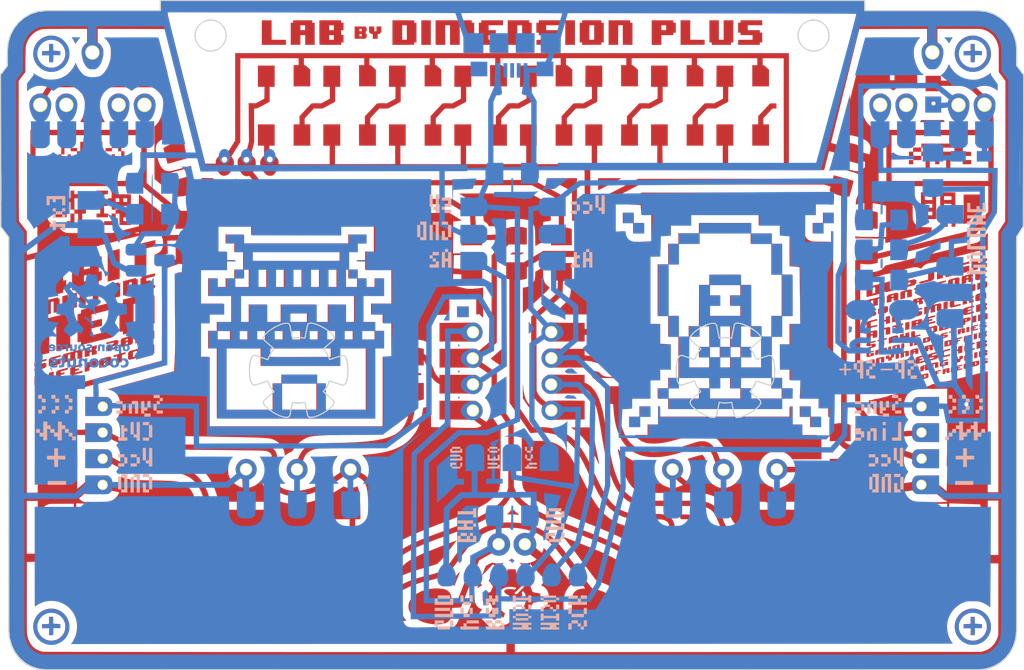
<source format=kicad_pcb>
(kicad_pcb (version 20221018) (generator pcbnew)
  (layers (0 "F.Cu" signal) (31 "B.Cu" signal) (34 "B.Paste" user) (35 "F.Paste" user) (36 "B.SilkS" user "B.Silkscreen") (37 "F.SilkS" user "F.Silkscreen") (38 "B.Mask" user) (39 "F.Mask" user) (44 "Edge.Cuts" user))
  (net 0 "")
  (footprint "8Bit_Mixtape:kicad_8BitMixtape_HK_fCu_inv" (layer "F.Cu") (at 92.05 62.17)
    (fp_text reference "G***" hide)
    (fp_text value "LOGO" hide)
  )
  (footprint "8Bit_Mixtape:kicad_8BitMixtape_HK_fMask_inv" (layer "F.Cu") (at 92.05 62.16)
    (fp_text reference "G***" hide)
    (fp_text value "LOGO" hide)
  )
  (footprint "8Bit_Mixtape:Loch10" (layer "F.Cu") (at 107.59 75.16)
    (fp_text reference "")
    (fp_text value "")
  )
  (footprint "8Bit_Mixtape:Loch10" (layer "F.Cu") (at 112.53 75.18)
    (fp_text reference "")
    (fp_text value "")
  )
  (footprint "8Bit_Mixtape:Loch10" (layer "F.Cu") (at 117.68 75.15)
    (fp_text reference "")
    (fp_text value "")
  )
  (footprint "8Bit_Mixtape:Loch10" (layer "F.Cu") (at 66.32 75.14)
    (fp_text reference "")
    (fp_text value "")
  )
  (footprint "8Bit_Mixtape:Loch10" (layer "F.Cu") (at 71.25 75.15)
    (fp_text reference "")
    (fp_text value "")
  )
  (footprint "8Bit_Mixtape:Loch10" (layer "F.Cu") (at 76.43 75.16)
    (fp_text reference "")
    (fp_text value "")
  )
  (footprint "8Bit_Mixtape:Loch10" (layer "F.Cu") (at 93.3 82.39)
    (fp_text reference "")
    (fp_text value "")
  )
  (footprint "8Bit_Mixtape:Loch10" (layer "F.Cu") (at 90.76 82.39)
    (fp_text reference "")
    (fp_text value "")
  )
  (footprint "8Bit_Mixtape:Loch10" (layer "F.Cu") (at 95.85 61.86)
    (fp_text reference "")
    (fp_text value "")
  )
  (footprint "8Bit_Mixtape:Loch10" (layer "F.Cu") (at 95.86 64.38)
    (fp_text reference "")
    (fp_text value "")
  )
  (footprint "8Bit_Mixtape:Loch10" (layer "F.Cu") (at 95.84 66.93)
    (fp_text reference "")
    (fp_text value "")
  )
  (footprint "8Bit_Mixtape:Loch10" (layer "F.Cu") (at 95.86 69.44)
    (fp_text reference "")
    (fp_text value "")
  )
  (footprint "8Bit_Mixtape:Loch10" (layer "F.Cu") (at 88.28 61.87)
    (fp_text reference "")
    (fp_text value "")
  )
  (footprint "8Bit_Mixtape:Loch10" (layer "F.Cu") (at 88.26 64.4)
    (fp_text reference "")
    (fp_text value "")
  )
  (footprint "8Bit_Mixtape:Loch10" (layer "F.Cu") (at 88.28 66.92)
    (fp_text reference "")
    (fp_text value "")
  )
  (footprint "8Bit_Mixtape:Loch10" (layer "F.Cu") (at 88.27 69.45)
    (fp_text reference "")
    (fp_text value "")
  )
  (footprint "8Bit_Mixtape:Loch12" (layer "F.Cu") (at 56.49 39.85)
    (fp_text reference "")
    (fp_text value "")
  )
  (footprint "8Bit_Mixtape:Loch12" (layer "F.Cu") (at 53.99 39.85)
    (fp_text reference "")
    (fp_text value "")
  )
  (footprint "8Bit_Mixtape:Loch12" (layer "F.Cu") (at 48.93 39.85)
    (fp_text reference "")
    (fp_text value "")
  )
  (footprint "8Bit_Mixtape:Loch12" (layer "F.Cu") (at 46.41 39.85)
    (fp_text reference "")
    (fp_text value "")
  )
  (footprint "8Bit_Mixtape:Loch12" (layer "F.Cu") (at 51.45 34.78)
    (fp_text reference "")
    (fp_text value "")
  )
  (footprint "8Bit_Mixtape:Loch12" (layer "F.Cu") (at 137.78 39.83)
    (fp_text reference "")
    (fp_text value "")
  )
  (footprint "8Bit_Mixtape:Loch12" (layer "F.Cu") (at 135.26 39.86)
    (fp_text reference "")
    (fp_text value "")
  )
  (footprint "8Bit_Mixtape:Loch12" (layer "F.Cu") (at 130.2 39.85)
    (fp_text reference "")
    (fp_text value "")
  )
  (footprint "8Bit_Mixtape:Loch12" (layer "F.Cu") (at 127.68 39.85)
    (fp_text reference "")
    (fp_text value "")
  )
  (footprint "8Bit_Mixtape:Loch12" (layer "F.Cu") (at 132.73 34.77)
    (fp_text reference "")
    (fp_text value "")
  )
  (footprint "8Bit_Mixtape:Loch08" (layer "F.Cu") (at 131.68 69.06)
    (fp_text reference "")
    (fp_text value "")
  )
  (footprint "8Bit_Mixtape:Loch08" (layer "F.Cu") (at 131.68 71.58)
    (fp_text reference "")
    (fp_text value "")
  )
  (footprint "8Bit_Mixtape:Loch08" (layer "F.Cu") (at 131.69 74.11)
    (fp_text reference "")
    (fp_text value "")
  )
  (footprint "8Bit_Mixtape:Loch08" (layer "F.Cu") (at 131.67 76.64)
    (fp_text reference "")
    (fp_text value "")
  )
  (footprint "8Bit_Mixtape:Loch08" (layer "F.Cu") (at 52.46 69.07)
    (fp_text reference "")
    (fp_text value "")
  )
  (footprint "8Bit_Mixtape:Loch08" (layer "F.Cu") (at 52.45 71.58)
    (fp_text reference "")
    (fp_text value "")
  )
  (footprint "8Bit_Mixtape:Loch08" (layer "F.Cu") (at 52.45 74.12)
    (fp_text reference "")
    (fp_text value "")
  )
  (footprint "8Bit_Mixtape:Loch08" (layer "F.Cu") (at 52.45 76.65)
    (fp_text reference "")
    (fp_text value "")
  )
  (footprint "8Bit_Mixtape:kicad_8BitMixtape_HK_bCu_inv" (layer "F.Cu") (at 92.06 62.19)
    (fp_text reference "G***" hide)
    (fp_text value "LOGO" hide)
  )
  (footprint "8Bit_Mixtape:kicad_8BitMixtape_HK_bMask_inv" (layer "F.Cu") (at 92.05 62.2)
    (fp_text reference "G***" hide)
    (fp_text value "LOGO" hide)
  )
  (footprint "8Bit_Mixtape:kicad_8BitMixtape_HK_bSilk_inv" (layer "F.Cu") (at 91.94 62.06)
    (fp_text reference "G***" hide)
    (fp_text value "LOGO" hide)
  )
  (gr_line (start 43.361699 90.782807) (end 43.361699 90.783019) (stroke (width 0.1)) (layer "Edge.Cuts"))
  (gr_line (start 108.95021 66.842525) (end 109.10452 66.790375) (stroke (width 0.1)) (layer "Edge.Cuts"))
  (gr_line (start 74.284071 61.736344) (end 74.052426 61.573228) (stroke (width 0.1)) (layer "Edge.Cuts"))
  (gr_line (start 61.648701 32.296614) (end 61.832205 32.074203) (stroke (width 0.1)) (layer "Edge.Cuts"))
  (gr_line (start 74.21742 66.994959) (end 74.25099 66.927369) (stroke (width 0.1)) (layer "Edge.Cuts"))
  (gr_line (start 43.063159 36.278469) (end 42.979859 36.38816) (stroke (width 0.1)) (layer "Edge.Cuts"))
  (gr_line (start 73.795 67.618189) (end 73.84382 67.560599) (stroke (width 0.1)) (layer "Edge.Cuts"))
  (gr_line (start 115.37169 63.839745) (end 115.28729 63.714162) (stroke (width 0.1)) (layer "Edge.Cuts"))
  (gr_line (start 42.587159 49.815355) (end 42.590559 51.655173) (stroke (width 0.1)) (layer "Edge.Cuts"))
  (gr_line (start 115.58729 64.238821) (end 115.52179 64.102302) (stroke (width 0.1)) (layer "Edge.Cuts"))
  (gr_line (start 43.361699 90.782172) (end 43.361699 90.782384) (stroke (width 0.1)) (layer "Edge.Cuts"))
  (gr_line (start 112.71087 62.388779) (end 112.55972 62.393279) (stroke (width 0.1)) (layer "Edge.Cuts"))
  (gr_line (start 66.780033 66.61714) (end 66.951938 66.936035) (stroke (width 0.1)) (layer "Edge.Cuts"))
  (gr_line (start 71.567344 68.710546) (end 71.71844 68.698746) (stroke (width 0.1)) (layer "Edge.Cuts"))
  (gr_line (start 44.915898 93.887912) (end 45.52711 94.245668) (stroke (width 0.1)) (layer "Edge.Cuts"))
  (gr_line (start 110.19702 67.735774) (end 110.07524 67.84283) (stroke (width 0.1)) (layer "Edge.Cuts"))
  (gr_line (start 74.780741 62.619106) (end 74.850531 62.50991) (stroke (width 0.1)) (layer "Edge.Cuts"))
  (gr_line (start 119.84704 32.551889) (end 119.9856 32.296616) (stroke (width 0.1)) (layer "Edge.Cuts"))
  (gr_line (start 61.510144 32.551884) (end 61.648701 32.296614) (stroke (width 0.1)) (layer "Edge.Cuts"))
  (gr_line (start 75.172569 66.841449) (end 75.328206 66.894029) (stroke (width 0.1)) (layer "Edge.Cuts"))
  (gr_line (start 64.397644 33.136848) (end 64.367114 33.439712) (stroke (width 0.1)) (layer "Edge.Cuts"))
  (gr_line (start 58.024845 29.746577) (end 58.024843 29.746572) (stroke (width 0.1)) (layer "Edge.Cuts"))
  (gr_line (start 109.58812 68.271043) (end 109.46634 68.378098) (stroke (width 0.1)) (layer "Edge.Cuts"))
  (gr_line (start 108.64157 66.946825) (end 108.79589 66.894675) (stroke (width 0.1)) (layer "Edge.Cuts"))
  (gr_line (start 109.84192 61.736078) (end 109.46911 62.069811) (stroke (width 0.1)) (layer "Edge.Cuts"))
  (gr_line (start 109.94369 64.041814) (end 109.90859 64.108534) (stroke (width 0.1)) (layer "Edge.Cuts"))
  (gr_line (start 68.725229 63.911074) (end 68.686549 63.975924) (stroke (width 0.1)) (layer "Edge.Cuts"))
  (gr_line (start 140.90191 35.170009) (end 140.90191 35.018975) (stroke (width 0.1)) (layer "Edge.Cuts"))
  (gr_line (start 70.021324 61.006734) (end 69.545116 61.162145) (stroke (width 0.1)) (layer "Edge.Cuts"))
  (gr_line (start 58.028232 30.112265) (end 58.028232 30.234153) (stroke (width 0.1)) (layer "Edge.Cuts"))
  (gr_line (start 108.64298 64.156704) (end 108.48742 64.104174) (stroke (width 0.1)) (layer "Edge.Cuts"))
  (gr_line (start 73.93726 67.442109) (end 73.98184 67.381249) (stroke (width 0.1)) (layer "Edge.Cuts"))
  (gr_line (start 64.3671 32.833976) (end 64.397644 33.136848) (stroke (width 0.1)) (layer "Edge.Cuts"))
  (gr_line (start 62.309883 31.752142) (end 62.591975 31.664572) (stroke (width 0.1)) (layer "Edge.Cuts"))
  (gr_line (start 139.27148 31.392194) (end 138.63515 31.031508) (stroke (width 0.1)) (layer "Edge.Cuts"))
  (gr_line (start 122.61644 32.551886) (end 122.70404 32.833976) (stroke (width 0.1)) (layer "Edge.Cuts"))
  (gr_line (start 58.028232 29.746603) (end 58.028232 29.868491) (stroke (width 0.1)) (layer "Edge.Cuts"))
  (gr_line (start 70.814904 62.450429) (end 70.782924 62.290503) (stroke (width 0.1)) (layer "Edge.Cuts"))
  (gr_line (start 108.95409 64.261764) (end 108.79853 64.209234) (stroke (width 0.1)) (layer "Edge.Cuts"))
  (gr_line (start 68.667341 63.160462) (end 68.790576 63.26879) (stroke (width 0.1)) (layer "Edge.Cuts"))
  (gr_line (start 74.415398 62.940263) (end 74.53718 62.833211) (stroke (width 0.1)) (layer "Edge.Cuts"))
  (gr_line (start 74.28295 66.859019) (end 74.31328 66.789929) (stroke (width 0.1)) (layer "Edge.Cuts"))
  (gr_line (start 109.345 62.61883) (end 109.46823 62.727155) (stroke (width 0.1)) (layer "Edge.Cuts"))
  (gr_line (start 71.869011 68.679666) (end 72.018792 68.653306) (stroke (width 0.1)) (layer "Edge.Cuts"))
  (gr_line (start 140.80781 91.531339) (end 140.88271 90.779364) (stroke (width 0.1)) (layer "Edge.Cuts"))
  (gr_line (start 74.867325 64.364753) (end 74.713006 64.416913) (stroke (width 0.1)) (layer "Edge.Cuts"))
  (gr_line (start 43.361699 52.672163) (end 43.361699 52.85372) (stroke (width 0.1)) (layer "Edge.Cuts"))
  (gr_line (start 67.193582 64.104184) (end 66.954088 64.168044) (stroke (width 0.1)) (layer "Edge.Cuts"))
  (gr_line (start 109.8327 66.86445) (end 109.8981 67.001124) (stroke (width 0.1)) (layer "Edge.Cuts"))
  (gr_line (start 68.282491 64.471894) (end 68.126933 64.419364) (stroke (width 0.1)) (layer "Edge.Cuts"))
  (gr_line (start 68.126933 64.419364) (end 67.971375 64.366834) (stroke (width 0.1)) (layer "Edge.Cuts"))
  (gr_line (start 71.415982 68.715046) (end 71.567344 68.710546) (stroke (width 0.1)) (layer "Edge.Cuts"))
  (gr_line (start 109.47112 69.032927) (end 109.84374 69.367569) (stroke (width 0.1)) (layer "Edge.Cuts"))
  (gr_line (start 140.90191 36.06243) (end 140.90191 36.02639) (stroke (width 0.1)) (layer "Edge.Cuts"))
  (gr_line (start 119.84704 33.721802) (end 119.75944 33.43971) (stroke (width 0.1)) (layer "Edge.Cuts"))
  (gr_line (start 71.568034 62.391579) (end 71.416881 62.388779) (stroke (width 0.1)) (layer "Edge.Cuts"))
  (gr_line (start 67.504698 64.209244) (end 67.34914 64.156714) (stroke (width 0.1)) (layer "Edge.Cuts"))
  (gr_line (start 63.957483 34.199483) (end 63.735073 34.382986) (stroke (width 0.1)) (layer "Edge.Cuts"))
  (gr_line (start 115.78225 61.90372) (end 115.57773 61.736337) (stroke (width 0.1)) (layer "Edge.Cuts"))
  (gr_line (start 43.361699 90.78196) (end 43.361699 90.782172) (stroke (width 0.1)) (layer "Edge.Cuts"))
  (gr_line (start 73.039652 61.069479) (end 72.81114 61.007179) (stroke (width 0.1)) (layer "Edge.Cuts"))
  (gr_line (start 43.168919 52.417915) (end 43.265309 52.545039) (stroke (width 0.1)) (layer "Edge.Cuts"))
  (gr_line (start 70.382933 70.110451) (end 70.558218 69.932797) (stroke (width 0.1)) (layer "Edge.Cuts"))
  (gr_line (start 73.806498 63.475529) (end 73.928277 63.368476) (stroke (width 0.1)) (layer "Edge.Cuts"))
  (gr_line (start 70.383977 60.995554) (end 70.021324 61.006734) (stroke (width 0.1)) (layer "Edge.Cuts"))
  (gr_line (start 116.07293 62.230079) (end 115.9504 62.070068) (stroke (width 0.1)) (layer "Edge.Cuts"))
  (gr_line (start 75.021645 64.312603) (end 74.867325 64.364753) (stroke (width 0.1)) (layer "Edge.Cuts"))
  (gr_line (start 141.54751 44.276364) (end 141.55051 42.442402) (stroke (width 0.1)) (layer "Edge.Cuts"))
  (gr_line (start 73.802934 61.419676) (end 73.802945 61.419679) (stroke (width 0.1)) (layer "Edge.Cuts"))
  (gr_line (start 68.53797 68.056958) (end 68.416191 68.164013) (stroke (width 0.1)) (layer "Edge.Cuts"))
  (gr_line (start 71.415982 68.715046) (end 71.567344 68.710546) (stroke (width 0.1)) (layer "Edge.Cuts"))
  (gr_line (start 72.812014 70.099803) (end 73.287291 69.943889) (stroke (width 0.1)) (layer "Edge.Cuts"))
  (gr_line (start 126.203 30.478338) (end 126.203 30.356383) (stroke (width 0.1)) (layer "Edge.Cuts"))
  (gr_line (start 74.282514 69.367571) (end 74.655061 69.032943) (stroke (width 0.1)) (layer "Edge.Cuts"))
  (gr_line (start 70.558218 69.932797) (end 70.590088 69.773726) (stroke (width 0.1)) (layer "Edge.Cuts"))
  (gr_line (start 111.85289 61.171009) (end 111.6778 60.995554) (stroke (width 0.1)) (layer "Edge.Cuts"))
  (gr_line (start 108.48742 64.104174) (end 108.24793 64.168034) (stroke (width 0.1)) (layer "Edge.Cuts"))
  (gr_line (start 126.203 30.11247) (end 126.203 29.990514) (stroke (width 0.1)) (layer "Edge.Cuts"))
  (gr_line (start 69.030586 69.685552) (end 69.545407 69.943941) (stroke (width 0.1)) (layer "Edge.Cuts"))
  (gr_line (start 140.88271 52.913976) (end 140.88271 52.819236) (stroke (width 0.1)) (layer "Edge.Cuts"))
  (gr_line (start 74.06664 67.256459) (end 74.10682 67.192569) (stroke (width 0.1)) (layer "Edge.Cuts"))
  (gr_line (start 74.041631 67.834935) (end 73.918314 67.726562) (stroke (width 0.1)) (layer "Edge.Cuts"))
  (gr_line (start 112.71087 62.388779) (end 112.55972 62.393279) (stroke (width 0.1)) (layer "Edge.Cuts"))
  (gr_line (start 109.83168 68.056935) (end 109.7099 68.16399) (stroke (width 0.1)) (layer "Edge.Cuts"))
  (gr_line (start 49.725689 30.721703) (end 48.341934 30.721703) (stroke (width 0.1)) (layer "Edge.Cuts"))
  (gr_line (start 116.77804 66.946578) (end 116.93368 66.999148) (stroke (width 0.1)) (layer "Edge.Cuts"))
  (gr_line (start 113.44007 61.807454) (end 113.40827 61.966444) (stroke (width 0.1)) (layer "Edge.Cuts"))
  (gr_line (start 119.84704 32.551889) (end 119.9856 32.296616) (stroke (width 0.1)) (layer "Edge.Cuts"))
  (gr_line (start 113.16328 62.418869) (end 113.01291 62.401599) (stroke (width 0.1)) (layer "Edge.Cuts"))
  (gr_line (start 115.31908 67.319338) (end 115.36078 67.256438) (stroke (width 0.1)) (layer "Edge.Cuts"))
  (gr_line (start 73.287297 61.162529) (end 73.039652 61.069479) (stroke (width 0.1)) (layer "Edge.Cuts"))
  (gr_line (start 42.976129 52.163667) (end 43.072519 52.290791) (stroke (width 0.1)) (layer "Edge.Cuts"))
  (gr_line (start 113.47187 61.648461) (end 113.44007 61.807454) (stroke (width 0.1)) (layer "Edge.Cuts"))
  (gr_line (start 125.89468 94.553542) (end 137.17138 94.553542) (stroke (width 0.1)) (layer "Edge.Cuts"))
  (gr_line (start 133.05632 30.722252) (end 131.68566 30.722252) (stroke (width 0.1)) (layer "Edge.Cuts"))
  (gr_line (start 73.802945 61.419679) (end 73.802959 61.419679) (stroke (width 0.1)) (layer "Edge.Cuts"))
  (gr_line (start 115.09685 61.419693) (end 115.09685 61.419693) (stroke (width 0.1)) (layer "Edge.Cuts"))
  (gr_line (start 113.01243 68.698724) (end 113.163 68.679644) (stroke (width 0.1)) (layer "Edge.Cuts"))
  (gr_line (start 137.92927 30.802442) (end 137.16832 30.722252) (stroke (width 0.1)) (layer "Edge.Cuts"))
  (gr_line (start 62.894846 34.639633) (end 62.591982 34.609103) (stroke (width 0.1)) (layer "Edge.Cuts"))
  (gr_line (start 66.782435 64.487585) (end 66.67891 64.977534) (stroke (width 0.1)) (layer "Edge.Cuts"))
  (gr_line (start 114.58143 69.943868) (end 115.09616 69.685494) (stroke (width 0.1)) (layer "Edge.Cuts"))
  (gr_line (start 113.37678 68.97314) (end 113.40878 69.133067) (stroke (width 0.1)) (layer "Edge.Cuts"))
  (gr_line (start 115.19689 63.592676) (end 115.10059 63.475517) (stroke (width 0.1)) (layer "Edge.Cuts"))
  (gr_line (start 73.89125 67.501899) (end 73.93726 67.442109) (stroke (width 0.1)) (layer "Edge.Cuts"))
  (gr_line (start 113.53678 69.772777) (end 113.56878 69.932704) (stroke (width 0.1)) (layer "Edge.Cuts"))
  (gr_line (start 68.050848 68.485173) (end 67.986428 68.724515) (stroke (width 0.1)) (layer "Edge.Cuts"))
  (gr_line (start 58.028232 29.868491) (end 58.028232 29.990378) (stroke (width 0.1)) (layer "Edge.Cuts"))
  (gr_line (start 112.04335 68.978347) (end 112.07525 68.819276) (stroke (width 0.1)) (layer "Edge.Cuts"))
  (gr_line (start 116.1401 68.724496) (end 116.0757 68.485157) (stroke (width 0.1)) (layer "Edge.Cuts"))
  (gr_line (start 115.57665 69.36755) (end 115.9492 69.032922) (stroke (width 0.1)) (layer "Edge.Cuts"))
  (gr_line (start 108.24576 66.936025) (end 108.48725 66.998975) (stroke (width 0.1)) (layer "Edge.Cuts"))
  (gr_line (start 113.31287 62.443419) (end 113.16328 62.418869) (stroke (width 0.1)) (layer "Edge.Cuts"))
  (gr_line (start 73.802959 61.419679) (end 73.80297 61.419682) (stroke (width 0.1)) (layer "Edge.Cuts"))
  (gr_line (start 72.050772 68.813233) (end 72.082752 68.973163) (stroke (width 0.1)) (layer "Edge.Cuts"))
  (gr_line (start 74.227678 64.102313) (end 74.155768 63.969211) (stroke (width 0.1)) (layer "Edge.Cuts"))
  (gr_line (start 114.33351 61.069479) (end 114.105 61.007179) (stroke (width 0.1)) (layer "Edge.Cuts"))
  (gr_line (start 115.46593 63.15436) (end 115.58771 63.047304) (stroke (width 0.1)) (layer "Edge.Cuts"))
  (gr_line (start 76.052819 66.617266) (end 76.155379 66.127647) (stroke (width 0.1)) (layer "Edge.Cuts"))
  (gr_line (start 110.08441 63.26879) (end 110.20765 63.377118) (stroke (width 0.1)) (layer "Edge.Cuts"))
  (gr_line (start 109.57633 64.471884) (end 109.42077 64.419354) (stroke (width 0.1)) (layer "Edge.Cuts"))
  (gr_line (start 115.44989 63.9692) (end 115.37169 63.839745) (stroke (width 0.1)) (layer "Edge.Cuts"))
  (gr_line (start 109.7147 62.943811) (end 109.83794 63.052137) (stroke (width 0.1)) (layer "Edge.Cuts"))
  (gr_line (start 113.53678 69.772777) (end 113.56878 69.932704) (stroke (width 0.1)) (layer "Edge.Cuts"))
  (gr_line (start 113.40827 61.966444) (end 113.37647 62.125437) (stroke (width 0.1)) (layer "Edge.Cuts"))
  (gr_line (start 43.361699 67.870962) (end 43.361699 72.453077) (stroke (width 0.1)) (layer "Edge.Cuts"))
  (gr_line (start 75.021645 64.312603) (end 74.867325 64.364753) (stroke (width 0.1)) (layer "Edge.Cuts"))
  (gr_line (start 141.12751 52.248177) (end 141.20911 52.120982) (stroke (width 0.1)) (layer "Edge.Cuts"))
  (gr_line (start 126.203 29.746601) (end 117.68076 29.746601) (stroke (width 0.1)) (layer "Edge.Cuts"))
  (gr_line (start 68.765409 63.847184) (end 68.725229 63.911074) (stroke (width 0.1)) (layer "Edge.Cuts"))
  (gr_line (start 138.62122 94.252703) (end 139.25186 93.901021) (stroke (width 0.1)) (layer "Edge.Cuts"))
  (gr_line (start 43.361699 90.781749) (end 43.361699 90.78196) (stroke (width 0.1)) (layer "Edge.Cuts"))
  (gr_line (start 116.14463 62.509894) (end 116.14063 62.378457) (stroke (width 0.1)) (layer "Edge.Cuts"))
  (gr_line (start 108.24576 66.936025) (end 108.48725 66.998975) (stroke (width 0.1)) (layer "Edge.Cuts"))
  (gr_line (start 63.957476 32.074206) (end 64.140983 32.296614) (stroke (width 0.1)) (layer "Edge.Cuts"))
  (gr_line (start 73.802945 61.419679) (end 73.802959 61.419679) (stroke (width 0.1)) (layer "Edge.Cuts"))
  (gr_line (start 109.8981 67.001124) (end 109.9699 67.134384) (stroke (width 0.1)) (layer "Edge.Cuts"))
  (gr_line (start 71.416881 62.388779) (end 71.265731 62.393279) (stroke (width 0.1)) (layer "Edge.Cuts"))
  (gr_line (start 58.024848 29.746582) (end 58.024845 29.746577) (stroke (width 0.1)) (layer "Edge.Cuts"))
  (gr_line (start 43.229759 34.724283) (end 43.229759 34.888754) (stroke (width 0.1)) (layer "Edge.Cuts"))
  (gr_line (start 115.19689 63.592676) (end 115.10059 63.475517) (stroke (width 0.1)) (layer "Edge.Cuts"))
  (gr_line (start 112.86202 62.391579) (end 112.71087 62.388779) (stroke (width 0.1)) (layer "Edge.Cuts"))
  (gr_line (start 72.274632 69.932727) (end 72.449894 70.110383) (stroke (width 0.1)) (layer "Edge.Cuts"))
  (gr_line (start 42.576959 44.295898) (end 42.580359 46.135716) (stroke (width 0.1)) (layer "Edge.Cuts"))
  (gr_line (start 115.54518 66.927348) (end 115.57718 66.858998) (stroke (width 0.1)) (layer "Edge.Cuts"))
  (gr_line (start 109.41316 66.686075) (end 109.56748 66.633915) (stroke (width 0.1)) (layer "Edge.Cuts"))
  (gr_line (start 113.74404 70.11036) (end 114.10616 70.09978) (stroke (width 0.1)) (layer "Edge.Cuts"))
  (gr_line (start 103.3413 94.553542) (end 114.61799 94.553542) (stroke (width 0.1)) (layer "Edge.Cuts"))
  (gr_line (start 72.448521 60.996029) (end 72.332914 61.057779) (stroke (width 0.1)) (layer "Edge.Cuts"))
  (gr_line (start 113.37678 68.97314) (end 113.40878 69.133067) (stroke (width 0.1)) (layer "Edge.Cuts"))
  (gr_line (start 67.347743 66.946835) (end 67.502062 66.894685) (stroke (width 0.1)) (layer "Edge.Cuts"))
  (gr_line (start 68.438049 64.524424) (end 68.282491 64.471894) (stroke (width 0.1)) (layer "Edge.Cuts"))
  (gr_line (start 58.024851 29.746587) (end 58.024848 29.746582) (stroke (width 0.1)) (layer "Edge.Cuts"))
  (gr_line (start 70.962948 68.684866) (end 71.113524 68.702196) (stroke (width 0.1)) (layer "Edge.Cuts"))
  (gr_line (start 72.210672 69.612873) (end 72.242652 69.7728) (stroke (width 0.1)) (layer "Edge.Cuts"))
  (gr_line (start 112.40883 62.405079) (end 112.25847 62.424129) (stroke (width 0.1)) (layer "Edge.Cuts"))
  (gr_line (start 126.203 30.356383) (end 126.203 30.234427) (stroke (width 0.1)) (layer "Edge.Cuts"))
  (gr_line (start 109.73189 64.524414) (end 109.57633 64.471884) (stroke (width 0.1)) (layer "Edge.Cuts"))
  (gr_line (start 42.686949 51.782297) (end 42.783339 51.909421) (stroke (width 0.1)) (layer "Edge.Cuts"))
  (gr_line (start 43.361699 90.781749) (end 43.361699 90.78196) (stroke (width 0.1)) (layer "Edge.Cuts"))
  (gr_line (start 109.90859 64.108534) (end 109.87509 64.176044) (stroke (width 0.1)) (layer "Edge.Cuts"))
  (gr_line (start 115.57718 66.858998) (end 115.60748 66.789908) (stroke (width 0.1)) (layer "Edge.Cuts"))
  (gr_line (start 92.0646 94.553542) (end 103.3413 94.553542) (stroke (width 0.1)) (layer "Edge.Cuts"))
  (gr_line (start 121.8167 31.752145) (end 122.07197 31.890702) (stroke (width 0.1)) (layer "Edge.Cuts"))
  (gr_line (start 111.94889 61.650792) (end 111.91689 61.490862) (stroke (width 0.1)) (layer "Edge.Cuts"))
  (gr_line (start 70.749418 68.97837) (end 70.781288 68.819298) (stroke (width 0.1)) (layer "Edge.Cuts"))
  (gr_line (start 69.545116 61.162145) (end 69.029369 61.419391) (stroke (width 0.1)) (layer "Edge.Cuts"))
  (gr_line (start 63.957483 34.199483) (end 63.735073 34.382986) (stroke (width 0.1)) (layer "Edge.Cuts"))
  (gr_line (start 109.26521 64.366824) (end 109.10965 64.314294) (stroke (width 0.1)) (layer "Edge.Cuts"))
  (gr_line (start 63.479796 31.752142) (end 63.735068 31.890699) (stroke (width 0.1)) (layer "Edge.Cuts"))
  (gr_line (start 115.64619 64.378529) (end 115.58729 64.238821) (stroke (width 0.1)) (layer "Edge.Cuts"))
  (gr_line (start 117.44788 64.97744) (end 117.34429 64.487431) (stroke (width 0.1)) (layer "Edge.Cuts"))
  (gr_line (start 109.15848 29.746601) (end 100.63621 29.746601) (stroke (width 0.1)) (layer "Edge.Cuts"))
  (gr_line (start 63.479803 34.521543) (end 63.197713 34.609103) (stroke (width 0.1)) (layer "Edge.Cuts"))
  (gr_line (start 107.97275 64.977523) (end 107.93765 65.552611) (stroke (width 0.1)) (layer "Edge.Cuts"))
  (gr_line (start 74.779261 62.230098) (end 74.65674 62.070074) (stroke (width 0.1)) (layer "Edge.Cuts"))
  (gr_line (start 76.153759 64.977461) (end 76.050172 64.487453) (stroke (width 0.1)) (layer "Edge.Cuts"))
  (gr_line (start 67.656381 66.842535) (end 67.810698 66.790385) (stroke (width 0.1)) (layer "Edge.Cuts"))
  (gr_line (start 140.90191 35.77414) (end 140.90191 35.623106) (stroke (width 0.1)) (layer "Edge.Cuts"))
  (gr_line (start 137.92289 94.475622) (end 138.62122 94.252703) (stroke (width 0.1)) (layer "Edge.Cuts"))
  (gr_line (start 140.90191 35.84621) (end 140.90191 35.81018) (stroke (width 0.1)) (layer "Edge.Cuts"))
  (gr_line (start 73.928277 63.368476) (end 74.050059 63.261424) (stroke (width 0.1)) (layer "Edge.Cuts"))
  (gr_line (start 43.229759 35.898506) (end 43.229759 35.921446) (stroke (width 0.1)) (layer "Edge.Cuts"))
  (gr_line (start 109.75729 64.453394) (end 109.73189 64.524414) (stroke (width 0.1)) (layer "Edge.Cuts"))
  (gr_line (start 122.70404 32.833976) (end 122.73453 33.136848) (stroke (width 0.1)) (layer "Edge.Cuts"))
  (gr_line (start 42.580359 46.135716) (end 42.583759 47.975534) (stroke (width 0.1)) (layer "Edge.Cuts"))
  (gr_line (start 115.45912 67.943288) (end 115.33581 67.834914) (stroke (width 0.1)) (layer "Edge.Cuts"))
  (gr_line (start 42.573559 42.456077) (end 42.576959 44.295898) (stroke (width 0.1)) (layer "Edge.Cuts"))
  (gr_line (start 110.19702 67.735774) (end 110.07524 67.84283) (stroke (width 0.1)) (layer "Edge.Cuts"))
  (gr_line (start 73.802922 61.419676) (end 73.802934 61.419676) (stroke (width 0.1)) (layer "Edge.Cuts"))
  (gr_line (start 68.273655 66.633935) (end 68.427974 66.581785) (stroke (width 0.1)) (layer "Edge.Cuts"))
  (gr_line (start 140.5928 92.235729) (end 140.80781 91.531339) (stroke (width 0.1)) (layer "Edge.Cuts"))
  (gr_line (start 66.67891 64.977534) (end 66.64381 65.552621) (stroke (width 0.1)) (layer "Edge.Cuts"))
  (gr_line (start 72.332914 61.057779) (end 72.273444 61.171486) (stroke (width 0.1)) (layer "Edge.Cuts"))
  (gr_line (start 110.83894 61.162145) (end 110.32319 61.419391) (stroke (width 0.1)) (layer "Edge.Cuts"))
  (gr_line (start 61.648701 32.296614) (end 61.832205 32.074203) (stroke (width 0.1)) (layer "Edge.Cuts"))
  (gr_line (start 68.051162 62.61883) (end 68.174397 62.727155) (stroke (width 0.1)) (layer "Edge.Cuts"))
  (gr_line (start 46.211589 94.473562) (end 46.95783 94.553542) (stroke (width 0.1)) (layer "Edge.Cuts"))
  (gr_line (start 110.83914 69.943918) (end 111.31449 70.099848) (stroke (width 0.1)) (layer "Edge.Cuts"))
  (gr_line (start 113.01291 62.401599) (end 112.86202 62.391579) (stroke (width 0.1)) (layer "Edge.Cuts"))
  (gr_line (start 115.31908 67.319338) (end 115.36078 67.256438) (stroke (width 0.1)) (layer "Edge.Cuts"))
  (gr_line (start 119.9856 32.296616) (end 120.1691 32.074208) (stroke (width 0.1)) (layer "Edge.Cuts"))
  (gr_line (start 121.23174 31.634045) (end 121.5346 31.664575) (stroke (width 0.1)) (layer "Edge.Cuts"))
  (gr_line (start 113.53547 61.330479) (end 113.50367 61.489469) (stroke (width 0.1)) (layer "Edge.Cuts"))
  (gr_line (start 115.52179 64.102302) (end 115.44989 63.9692) (stroke (width 0.1)) (layer "Edge.Cuts"))
  (gr_line (start 109.73189 64.524414) (end 109.57633 64.471884) (stroke (width 0.1)) (layer "Edge.Cuts"))
  (gr_line (start 73.98184 67.381249) (end 74.02497 67.319359) (stroke (width 0.1)) (layer "Edge.Cuts"))
  (gr_line (start 43.361699 53.579948) (end 43.361699 53.761505) (stroke (width 0.1)) (layer "Edge.Cuts"))
  (gr_line (start 73.287291 69.943889) (end 73.802025 69.685515) (stroke (width 0.1)) (layer "Edge.Cuts"))
  (gr_line (start 74.10682 67.192569) (end 74.1455 67.127719) (stroke (width 0.1)) (layer "Edge.Cuts"))
  (gr_line (start 64.140987 33.977075) (end 63.957483 34.199483) (stroke (width 0.1)) (layer "Edge.Cuts"))
  (gr_line (start 58.028232 29.868491) (end 58.028232 29.990378) (stroke (width 0.1)) (layer "Edge.Cuts"))
  (gr_line (start 140.90191 35.77414) (end 140.90191 35.623106) (stroke (width 0.1)) (layer "Edge.Cuts"))
  (gr_line (start 116.31576 64.312591) (end 116.16145 64.364741) (stroke (width 0.1)) (layer "Edge.Cuts"))
  (gr_line (start 70.782924 62.290503) (end 70.750944 62.130573) (stroke (width 0.1)) (layer "Edge.Cuts"))
  (gr_line (start 120.92888 31.664575) (end 121.23174 31.634045) (stroke (width 0.1)) (layer "Edge.Cuts"))
  (gr_line (start 46.95783 94.553542) (end 58.234524 94.553542) (stroke (width 0.1)) (layer "Edge.Cuts"))
  (gr_line (start 140.90191 35.170009) (end 140.90191 35.018975) (stroke (width 0.1)) (layer "Edge.Cuts"))
  (gr_line (start 122.47788 33.977072) (end 122.29437 34.19948) (stroke (width 0.1)) (layer "Edge.Cuts"))
  (gr_line (start 111.67666 70.110428) (end 111.85195 69.932775) (stroke (width 0.1)) (layer "Edge.Cuts"))
  (gr_line (start 115.09685 61.419693) (end 115.09685 61.419693) (stroke (width 0.1)) (layer "Edge.Cuts"))
  (gr_line (start 58.028232 30.477928) (end 58.028232 30.599817) (stroke (width 0.1)) (layer "Edge.Cuts"))
  (gr_line (start 68.550006 69.367592) (end 69.030586 69.685552) (stroke (width 0.1)) (layer "Edge.Cuts"))
  (gr_line (start 120.1691 32.074208) (end 120.39151 31.890702) (stroke (width 0.1)) (layer "Edge.Cuts"))
  (gr_line (start 75.016929 66.788879) (end 75.172569 66.841449) (stroke (width 0.1)) (layer "Edge.Cuts"))
  (gr_line (start 109.9699 67.134384) (end 110.048 67.264) (stroke (width 0.1)) (layer "Edge.Cuts"))
  (gr_line (start 68.480094 66.724606) (end 68.538914 66.86447) (stroke (width 0.1)) (layer "Edge.Cuts"))
  (gr_line (start 120.1691 34.19948) (end 119.9856 33.977072) (stroke (width 0.1)) (layer "Edge.Cuts"))
  (gr_line (start 61.392054 33.13684) (end 61.422584 32.833973) (stroke (width 0.1)) (layer "Edge.Cuts"))
  (gr_line (start 68.838514 67.38977) (end 68.928844 67.511419) (stroke (width 0.1)) (layer "Edge.Cuts"))
  (gr_line (start 110.05929 63.847174) (end 110.01909 63.911064) (stroke (width 0.1)) (layer "Edge.Cuts"))
  (gr_line (start 74.282514 69.367571) (end 74.655061 69.032943) (stroke (width 0.1)) (layer "Edge.Cuts"))
  (gr_line (start 109.84319 64.244314) (end 109.81289 64.313314) (stroke (width 0.1)) (layer "Edge.Cuts"))
  (gr_line (start 68.53797 68.056958) (end 68.416191 68.164013) (stroke (width 0.1)) (layer "Edge.Cuts"))
  (gr_line (start 75.63948 66.999169) (end 75.880952 66.936199) (stroke (width 0.1)) (layer "Edge.Cuts"))
  (gr_line (start 68.549329 64.244324) (end 68.519049 64.313324) (stroke (width 0.1)) (layer "Edge.Cuts"))
  (gr_line (start 115.99985 66.683698) (end 116.15549 66.736278) (stroke (width 0.1)) (layer "Edge.Cuts"))
  (gr_line (start 48.341934 30.721703) (end 46.958175 30.721703) (stroke (width 0.1)) (layer "Edge.Cuts"))
  (gr_line (start 112.55972 62.393279) (end 112.40883 62.405079) (stroke (width 0.1)) (layer "Edge.Cuts"))
  (gr_line (start 121.23174 34.639641) (end 120.92887 34.609111) (stroke (width 0.1)) (layer "Edge.Cuts"))
  (gr_line (start 140.90191 35.623106) (end 140.90191 35.472074) (stroke (width 0.1)) (layer "Edge.Cuts"))
  (gr_line (start 73.802911 61.419673) (end 73.802922 61.419676) (stroke (width 0.1)) (layer "Edge.Cuts"))
  (gr_line (start 64.397644 33.136848) (end 64.367114 33.439712) (stroke (width 0.1)) (layer "Edge.Cuts"))
  (gr_line (start 73.802922 61.419676) (end 73.802934 61.419676) (stroke (width 0.1)) (layer "Edge.Cuts"))
  (gr_line (start 116.47008 64.260441) (end 116.31576 64.312591) (stroke (width 0.1)) (layer "Edge.Cuts"))
  (gr_line (start 43.229759 36.036146) (end 43.229759 36.059086) (stroke (width 0.1)) (layer "Edge.Cuts"))
  (gr_line (start 74.288263 68.051682) (end 74.164946 67.943309) (stroke (width 0.1)) (layer "Edge.Cuts"))
  (gr_line (start 43.146459 36.168778) (end 43.063159 36.278469) (stroke (width 0.1)) (layer "Edge.Cuts"))
  (gr_line (start 68.940799 63.601734) (end 68.894779 63.661524) (stroke (width 0.1)) (layer "Edge.Cuts"))
  (gr_line (start 43.229759 35.944386) (end 43.229759 35.967326) (stroke (width 0.1)) (layer "Edge.Cuts"))
  (gr_line (start 74.293168 64.238832) (end 74.227678 64.102313) (stroke (width 0.1)) (layer "Edge.Cuts"))
  (gr_line (start 140.88271 90.779364) (end 140.88271 86.105402) (stroke (width 0.1)) (layer "Edge.Cuts"))
  (gr_line (start 122.73453 33.136848) (end 122.73453 33.136848) (stroke (width 0.1)) (layer "Edge.Cuts"))
  (gr_line (start 66.67742 66.127581) (end 66.780033 66.61714) (stroke (width 0.1)) (layer "Edge.Cuts"))
  (gr_line (start 64.140983 32.296614) (end 64.27954 32.551887) (stroke (width 0.1)) (layer "Edge.Cuts"))
  (gr_line (start 113.34478 68.813211) (end 113.37678 68.97314) (stroke (width 0.1)) (layer "Edge.Cuts"))
  (gr_line (start 73.802981 61.419685) (end 73.802998 61.419693) (stroke (width 0.1)) (layer "Edge.Cuts"))
  (gr_line (start 141.45391 51.739404) (end 141.53551 51.612212) (stroke (width 0.1)) (layer "Edge.Cuts"))
  (gr_line (start 58.024854 29.746592) (end 58.024851 29.746587) (stroke (width 0.1)) (layer "Edge.Cuts"))
  (gr_line (start 108.48725 66.998975) (end 108.64157 66.946825) (stroke (width 0.1)) (layer "Edge.Cuts"))
  (gr_line (start 134.42699 30.722252) (end 133.05632 30.722252) (stroke (width 0.1)) (layer "Edge.Cuts"))
  (gr_line (start 43.361699 90.78323) (end 43.433929 91.519431) (stroke (width 0.1)) (layer "Edge.Cuts"))
  (gr_line (start 109.2788 62.378196) (end 109.345 62.61883) (stroke (width 0.1)) (layer "Edge.Cuts"))
  (gr_line (start 43.229759 35.921446) (end 43.229759 35.944386) (stroke (width 0.1)) (layer "Edge.Cuts"))
  (gr_line (start 75.172569 66.841449) (end 75.328206 66.894029) (stroke (width 0.1)) (layer "Edge.Cuts"))
  (gr_line (start 68.604294 67.001145) (end 68.676104 67.134404) (stroke (width 0.1)) (layer "Edge.Cuts"))
  (gr_line (start 43.361699 90.782384) (end 43.361699 90.782595) (stroke (width 0.1)) (layer "Edge.Cuts"))
  (gr_line (start 108.64157 66.946825) (end 108.79589 66.894675) (stroke (width 0.1)) (layer "Edge.Cuts"))
  (gr_line (start 73.80297 61.419682) (end 73.802981 61.419685) (stroke (width 0.1)) (layer "Edge.Cuts"))
  (gr_line (start 70.623024 61.490863) (end 70.591044 61.330936) (stroke (width 0.1)) (layer "Edge.Cuts"))
  (gr_line (start 115.60748 66.789908) (end 115.63618 66.720118) (stroke (width 0.1)) (layer "Edge.Cuts"))
  (gr_line (start 113.74238 60.996029) (end 113.62677 61.057779) (stroke (width 0.1)) (layer "Edge.Cuts"))
  (gr_line (start 140.61811 33.091383) (end 140.27746 32.439388) (stroke (width 0.1)) (layer "Edge.Cuts"))
  (gr_line (start 70.591044 61.330936) (end 70.559064 61.171009) (stroke (width 0.1)) (layer "Edge.Cuts"))
  (gr_line (start 121.81669 34.521541) (end 121.5346 34.609111) (stroke (width 0.1)) (layer "Edge.Cuts"))
  (gr_line (start 115.09663 61.419675) (end 115.09664 61.419678) (stroke (width 0.1)) (layer "Edge.Cuts"))
  (gr_line (start 42.646659 36.826928) (end 42.563359 36.93662) (stroke (width 0.1)) (layer "Edge.Cuts"))
  (gr_line (start 140.88271 53.008716) (end 140.88271 52.913976) (stroke (width 0.1)) (layer "Edge.Cuts"))
  (gr_line (start 122.70403 33.439712) (end 122.61643 33.721802) (stroke (width 0.1)) (layer "Edge.Cuts"))
  (gr_line (start 72.146712 69.293017) (end 72.178692 69.452943) (stroke (width 0.1)) (layer "Edge.Cuts"))
  (gr_line (start 70.685688 69.296513) (end 70.717548 69.137441) (stroke (width 0.1)) (layer "Edge.Cuts"))
  (gr_line (start 43.361699 53.943061) (end 43.361699 54.124617) (stroke (width 0.1)) (layer "Edge.Cuts"))
  (gr_line (start 42.570159 40.616259) (end 42.573559 42.456077) (stroke (width 0.1)) (layer "Edge.Cuts"))
  (gr_line (start 115.84422 66.631128) (end 115.99985 66.683698) (stroke (width 0.1)) (layer "Edge.Cuts"))
  (gr_line (start 115.09662 61.419672) (end 115.09663 61.419675) (stroke (width 0.1)) (layer "Edge.Cuts"))
  (gr_line (start 140.90191 35.018975) (end 140.90191 34.867941) (stroke (width 0.1)) (layer "Edge.Cuts"))
  (gr_line (start 43.361699 90.782595) (end 43.361699 90.782807) (stroke (width 0.1)) (layer "Edge.Cuts"))
  (gr_line (start 117.34429 64.487431) (end 117.17258 64.167851) (stroke (width 0.1)) (layer "Edge.Cuts"))
  (gr_line (start 115.60748 66.789908) (end 115.63618 66.720118) (stroke (width 0.1)) (layer "Edge.Cuts"))
  (gr_line (start 117.68076 29.746601) (end 109.15848 29.746601) (stroke (width 0.1)) (layer "Edge.Cuts"))
  (gr_line (start 109.87509 64.176044) (end 109.84319 64.244314) (stroke (width 0.1)) (layer "Edge.Cuts"))
  (gr_line (start 111.88489 61.330936) (end 111.85289 61.171009) (stroke (width 0.1)) (layer "Edge.Cuts"))
  (gr_line (start 116.14063 62.378457) (end 116.07293 62.230079) (stroke (width 0.1)) (layer "Edge.Cuts"))
  (gr_line (start 120.39151 34.382984) (end 120.1691 34.19948) (stroke (width 0.1)) (layer "Edge.Cuts"))
  (gr_line (start 140.83121 33.805964) (end 140.61811 33.091383) (stroke (width 0.1)) (layer "Edge.Cuts"))
  (gr_line (start 110.23469 63.601734) (end 110.18869 63.661524) (stroke (width 0.1)) (layer "Edge.Cuts"))
  (gr_line (start 114.33351 61.069479) (end 114.105 61.007179) (stroke (width 0.1)) (layer "Edge.Cuts"))
  (gr_line (start 122.47788 32.296616) (end 122.61644 32.551886) (stroke (width 0.1)) (layer "Edge.Cuts"))
  (gr_line (start 140.88271 53.103456) (end 140.88271 53.008716) (stroke (width 0.1)) (layer "Edge.Cuts"))
  (gr_line (start 74.052426 61.573228) (end 73.8029 61.419673) (stroke (width 0.1)) (layer "Edge.Cuts"))
  (gr_line (start 68.427974 66.581785) (end 68.480094 66.724606) (stroke (width 0.1)) (layer "Edge.Cuts"))
  (gr_line (start 66.67742 66.127581) (end 66.780033 66.61714) (stroke (width 0.1)) (layer "Edge.Cuts"))
  (gr_line (start 70.623024 61.490863) (end 70.591044 61.330936) (stroke (width 0.1)) (layer "Edge.Cuts"))
  (gr_line (start 109.81289 64.313314) (end 109.78429 64.383014) (stroke (width 0.1)) (layer "Edge.Cuts"))
  (gr_line (start 141.55351 40.60844) (end 141.55651 38.774478) (stroke (width 0.1)) (layer "Edge.Cuts"))
  (gr_line (start 42.813259 36.607546) (end 42.729959 36.717237) (stroke (width 0.1)) (layer "Edge.Cuts"))
  (gr_line (start 140.88271 53.103456) (end 140.88271 53.008716) (stroke (width 0.1)) (layer "Edge.Cuts"))
  (gr_line (start 61.422584 32.833973) (end 61.510144 32.551884) (stroke (width 0.1)) (layer "Edge.Cuts"))
  (gr_line (start 117.68076 29.746601) (end 109.15848 29.746601) (stroke (width 0.1)) (layer "Edge.Cuts"))
  (gr_line (start 74.25099 66.927369) (end 74.28295 66.859019) (stroke (width 0.1)) (layer "Edge.Cuts"))
  (gr_line (start 69.025094 67.628742) (end 68.903312 67.735797) (stroke (width 0.1)) (layer "Edge.Cuts"))
  (gr_line (start 72.082752 68.973163) (end 72.114732 69.13309) (stroke (width 0.1)) (layer "Edge.Cuts"))
  (gr_line (start 111.85195 69.932775) (end 111.88385 69.773703) (stroke (width 0.1)) (layer "Edge.Cuts"))
  (gr_line (start 74.655061 69.032943) (end 74.845965 68.724517) (stroke (width 0.1)) (layer "Edge.Cuts"))
  (gr_line (start 43.361699 81.617307) (end 43.361699 86.199422) (stroke (width 0.1)) (layer "Edge.Cuts"))
  (gr_line (start 115.22237 63.368465) (end 115.34415 63.261412) (stroke (width 0.1)) (layer "Edge.Cuts"))
  (gr_line (start 68.427974 66.581785) (end 68.480094 66.724606) (stroke (width 0.1)) (layer "Edge.Cuts"))
  (gr_line (start 69.030586 69.685552) (end 69.545407 69.943941) (stroke (width 0.1)) (layer "Edge.Cuts"))
  (gr_line (start 72.050772 68.813233) (end 72.082752 68.973163) (stroke (width 0.1)) (layer "Edge.Cuts"))
  (gr_line (start 113.62677 61.057779) (end 113.56727 61.171486) (stroke (width 0.1)) (layer "Edge.Cuts"))
  (gr_line (start 70.685688 69.296513) (end 70.717548 69.137441) (stroke (width 0.1)) (layer "Edge.Cuts"))
  (gr_line (start 110.3188 67.628722) (end 110.19702 67.735774) (stroke (width 0.1)) (layer "Edge.Cuts"))
  (gr_line (start 43.229759 36.013206) (end 43.229759 36.036146) (stroke (width 0.1)) (layer "Edge.Cuts"))
  (gr_line (start 73.802981 61.419685) (end 73.802998 61.419693) (stroke (width 0.1)) (layer "Edge.Cuts"))
  (gr_line (start 66.951938 66.936035) (end 67.193424 66.998985) (stroke (width 0.1)) (layer "Edge.Cuts"))
  (gr_line (start 67.965017 66.738235) (end 68.119336 66.686085) (stroke (width 0.1)) (layer "Edge.Cuts"))
  (gr_line (start 120.64678 34.521541) (end 120.39151 34.382984) (stroke (width 0.1)) (layer "Edge.Cuts"))
  (gr_line (start 140.90191 35.81018) (end 140.90191 35.77414) (stroke (width 0.1)) (layer "Edge.Cuts"))
  (gr_line (start 117.34429 64.487431) (end 117.17258 64.167851) (stroke (width 0.1)) (layer "Edge.Cuts"))
  (gr_line (start 74.850531 62.50991) (end 74.846931 62.378473) (stroke (width 0.1)) (layer "Edge.Cuts"))
  (gr_line (start 112.25694 68.684844) (end 112.40751 68.702174) (stroke (width 0.1)) (layer "Edge.Cuts"))
  (gr_line (start 42.590559 51.655173) (end 42.686949 51.782297) (stroke (width 0.1)) (layer "Edge.Cuts"))
  (gr_line (start 74.558687 64.469063) (end 74.404368 64.521213) (stroke (width 0.1)) (layer "Edge.Cuts"))
  (gr_line (start 109.96117 63.160462) (end 110.08441 63.26879) (stroke (width 0.1)) (layer "Edge.Cuts"))
  (gr_line (start 108.79853 64.209234) (end 108.64298 64.156704) (stroke (width 0.1)) (layer "Edge.Cuts"))
  (gr_line (start 69.545407 69.943941) (end 70.02076 70.099871) (stroke (width 0.1)) (layer "Edge.Cuts"))
  (gr_line (start 72.332914 61.057779) (end 72.273444 61.171486) (stroke (width 0.1)) (layer "Edge.Cuts"))
  (gr_line (start 108.24793 64.168034) (end 108.07627 64.487574) (stroke (width 0.1)) (layer "Edge.Cuts"))
  (gr_line (start 76.188929 65.552619) (end 76.153759 64.977461) (stroke (width 0.1)) (layer "Edge.Cuts"))
  (gr_line (start 111.94765 69.45556) (end 111.97955 69.296491) (stroke (width 0.1)) (layer "Edge.Cuts"))
  (gr_line (start 68.174397 62.727155) (end 68.297632 62.835483) (stroke (width 0.1)) (layer "Edge.Cuts"))
  (gr_line (start 51.109447 30.721703) (end 49.725689 30.721703) (stroke (width 0.1)) (layer "Edge.Cuts"))
  (gr_line (start 71.718924 62.401599) (end 71.568034 62.391579) (stroke (width 0.1)) (layer "Edge.Cuts"))
  (gr_line (start 68.54809 61.736078) (end 68.175286 62.069812) (stroke (width 0.1)) (layer "Edge.Cuts"))
  (gr_line (start 73.928277 63.368476) (end 74.050059 63.261424) (stroke (width 0.1)) (layer "Edge.Cuts"))
  (gr_line (start 68.928844 67.511419) (end 69.025094 67.628742) (stroke (width 0.1)) (layer "Edge.Cuts"))
  (gr_line (start 70.813158 68.660226) (end 70.962948 68.684866) (stroke (width 0.1)) (layer "Edge.Cuts"))
  (gr_line (start 58.028232 30.112265) (end 58.028232 30.234153) (stroke (width 0.1)) (layer "Edge.Cuts"))
  (gr_line (start 83.59167 29.746601) (end 75.069401 29.746601) (stroke (width 0.1)) (layer "Edge.Cuts"))
  (gr_line (start 140.88271 62.735597) (end 140.88271 58.061637) (stroke (width 0.1)) (layer "Edge.Cuts"))
  (gr_line (start 75.638921 64.103993) (end 75.484602 64.156143) (stroke (width 0.1)) (layer "Edge.Cuts"))
  (gr_line (start 72.242652 69.7728) (end 72.274632 69.932727) (stroke (width 0.1)) (layer "Edge.Cuts"))
  (gr_line (start 66.782435 64.487585) (end 66.67891 64.977534) (stroke (width 0.1)) (layer "Edge.Cuts"))
  (gr_line (start 116.93368 66.999148) (end 117.17515 66.936178) (stroke (width 0.1)) (layer "Edge.Cuts"))
  (gr_line (start 113.56878 69.932704) (end 113.74404 70.11036) (stroke (width 0.1)) (layer "Edge.Cuts"))
  (gr_line (start 119.84704 33.721802) (end 119.75944 33.43971) (stroke (width 0.1)) (layer "Edge.Cuts"))
  (gr_line (start 113.163 68.679644) (end 113.31278 68.653284) (stroke (width 0.1)) (layer "Edge.Cuts"))
  (gr_line (start 63.197713 34.609103) (end 62.894846 34.639633) (stroke (width 0.1)) (layer "Edge.Cuts"))
  (gr_line (start 64.279544 33.721802) (end 64.140987 33.977075) (stroke (width 0.1)) (layer "Edge.Cuts"))
  (gr_line (start 74.861292 66.736299) (end 75.016929 66.788879) (stroke (width 0.1)) (layer "Edge.Cuts"))
  (gr_line (start 140.88271 53.387676) (end 140.88271 53.292936) (stroke (width 0.1)) (layer "Edge.Cuts"))
  (gr_line (start 70.782924 62.290503) (end 70.750944 62.130573) (stroke (width 0.1)) (layer "Edge.Cuts"))
  (gr_line (start 110.08441 63.26879) (end 110.20765 63.377118) (stroke (width 0.1)) (layer "Edge.Cuts"))
  (gr_line (start 62.591975 31.664572) (end 62.894839 31.634042) (stroke (width 0.1)) (layer "Edge.Cuts"))
  (gr_line (start 116.6244 64.208281) (end 116.47008 64.260441) (stroke (width 0.1)) (layer "Edge.Cuts"))
  (gr_line (start 115.34415 63.261412) (end 115.46593 63.15436) (stroke (width 0.1)) (layer "Edge.Cuts"))
  (gr_line (start 115.09663 61.419675) (end 115.09664 61.419678) (stroke (width 0.1)) (layer "Edge.Cuts"))
  (gr_line (start 68.480094 66.724606) (end 68.538914 66.86447) (stroke (width 0.1)) (layer "Edge.Cuts"))
  (gr_line (start 66.780033 66.61714) (end 66.951938 66.936035) (stroke (width 0.1)) (layer "Edge.Cuts"))
  (gr_line (start 43.229759 35.38216) (end 43.229759 35.546628) (stroke (width 0.1)) (layer "Edge.Cuts"))
  (gr_line (start 115.51158 66.994938) (end 115.54518 66.927348) (stroke (width 0.1)) (layer "Edge.Cuts"))
  (gr_line (start 73.802998 61.419693) (end 73.54483 61.281034) (stroke (width 0.1)) (layer "Edge.Cuts"))
  (gr_line (start 115.10059 63.475517) (end 115.22237 63.368465) (stroke (width 0.1)) (layer "Edge.Cuts"))
  (gr_line (start 68.894779 63.661524) (end 68.850199 63.722384) (stroke (width 0.1)) (layer "Edge.Cuts"))
  (gr_line (start 138.63515 31.031508) (end 137.92927 30.802442) (stroke (width 0.1)) (layer "Edge.Cuts"))
  (gr_line (start 110.20765 63.377118) (end 110.33089 63.485444) (stroke (width 0.1)) (layer "Edge.Cuts"))
  (gr_line (start 141.20911 52.120982) (end 141.29071 51.99379) (stroke (width 0.1)) (layer "Edge.Cuts"))
  (gr_line (start 116.93368 66.999148) (end 117.17515 66.936178) (stroke (width 0.1)) (layer "Edge.Cuts"))
  (gr_line (start 126.203 29.990514) (end 126.203 29.868558) (stroke (width 0.1)) (layer "Edge.Cuts"))
  (gr_line (start 68.17263 68.378121) (end 68.050848 68.485173) (stroke (width 0.1)) (layer "Edge.Cuts"))
  (gr_line (start 70.962948 68.684866) (end 71.113524 68.702196) (stroke (width 0.1)) (layer "Edge.Cuts"))
  (gr_line (start 92.11394 29.746601) (end 83.59167 29.746601) (stroke (width 0.1)) (layer "Edge.Cuts"))
  (gr_line (start 66.64381 65.552621) (end 66.67742 66.127581) (stroke (width 0.1)) (layer "Edge.Cuts"))
  (gr_line (start 139.80033 93.436805) (end 140.25214 92.876295) (stroke (width 0.1)) (layer "Edge.Cuts"))
  (gr_line (start 140.90191 34.867941) (end 140.90191 34.71691) (stroke (width 0.1)) (layer "Edge.Cuts"))
  (gr_line (start 141.54151 47.944288) (end 141.54451 46.110326) (stroke (width 0.1)) (layer "Edge.Cuts"))
  (gr_line (start 113.16328 62.418869) (end 113.01291 62.401599) (stroke (width 0.1)) (layer "Edge.Cuts"))
  (gr_line (start 119.75944 33.43971) (end 119.72894 33.136846) (stroke (width 0.1)) (layer "Edge.Cuts"))
  (gr_line (start 122.07197 31.890702) (end 122.29438 32.074205) (stroke (width 0.1)) (layer "Edge.Cuts"))
  (gr_line (start 69.029369 61.419391) (end 68.54809 61.736078) (stroke (width 0.1)) (layer "Edge.Cuts"))
  (gr_line (start 107.97125 66.127571) (end 108.07386 66.61713) (stroke (width 0.1)) (layer "Edge.Cuts"))
  (gr_line (start 108.24793 64.168034) (end 108.07627 64.487574) (stroke (width 0.1)) (layer "Edge.Cuts"))
  (gr_line (start 111.88385 69.773703) (end 111.91575 69.614632) (stroke (width 0.1)) (layer "Edge.Cuts"))
  (gr_line (start 110.14409 63.722374) (end 110.10099 63.784264) (stroke (width 0.1)) (layer "Edge.Cuts"))
  (gr_line (start 92.11394 29.746601) (end 83.59167 29.746601) (stroke (width 0.1)) (layer "Edge.Cuts"))
  (gr_line (start 44.389466 93.418351) (end 44.915898 93.887912) (stroke (width 0.1)) (layer "Edge.Cuts"))
  (gr_line (start 122.73453 33.136848) (end 122.73453 33.136848) (stroke (width 0.1)) (layer "Edge.Cuts"))
  (gr_line (start 115.09685 61.419693) (end 114.83869 61.281034) (stroke (width 0.1)) (layer "Edge.Cuts"))
  (gr_line (start 53.876961 30.721703) (end 52.493203 30.721703) (stroke (width 0.1)) (layer "Edge.Cuts"))
  (gr_line (start 72.082524 62.125437) (end 72.050704 62.284427) (stroke (width 0.1)) (layer "Edge.Cuts"))
  (gr_line (start 68.42087 62.943812) (end 68.544105 63.052137) (stroke (width 0.1)) (layer "Edge.Cuts"))
  (gr_line (start 74.052426 61.573228) (end 73.8029 61.419673) (stroke (width 0.1)) (layer "Edge.Cuts"))
  (gr_line (start 126.203 30.600295) (end 126.203 30.478338) (stroke (width 0.1)) (layer "Edge.Cuts"))
  (gr_line (start 46.958175 30.721703) (end 46.197928 30.802063) (stroke (width 0.1)) (layer "Edge.Cuts"))
  (gr_line (start 68.790576 63.26879) (end 68.913814 63.377119) (stroke (width 0.1)) (layer "Edge.Cuts"))
  (gr_line (start 115.9504 62.070068) (end 115.78225 61.90372) (stroke (width 0.1)) (layer "Edge.Cuts"))
  (gr_line (start 71.265731 62.393279) (end 71.114844 62.405079) (stroke (width 0.1)) (layer "Edge.Cuts"))
  (gr_line (start 68.581239 64.176054) (end 68.549329 64.244324) (stroke (width 0.1)) (layer "Edge.Cuts"))
  (gr_line (start 74.21742 66.994959) (end 74.25099 66.927369) (stroke (width 0.1)) (layer "Edge.Cuts"))
  (gr_line (start 43.361699 90.782172) (end 43.361699 90.782384) (stroke (width 0.1)) (layer "Edge.Cuts"))
  (gr_line (start 69.545407 69.943941) (end 70.02076 70.099871) (stroke (width 0.1)) (layer "Edge.Cuts"))
  (gr_line (start 43.229759 34.724283) (end 43.229759 34.888754) (stroke (width 0.1)) (layer "Edge.Cuts"))
  (gr_line (start 43.229759 36.036146) (end 43.229759 36.059086) (stroke (width 0.1)) (layer "Edge.Cuts"))
  (gr_line (start 117.44788 64.97744) (end 117.34429 64.487431) (stroke (width 0.1)) (layer "Edge.Cuts"))
  (gr_line (start 42.587159 49.815355) (end 42.590559 51.655173) (stroke (width 0.1)) (layer "Edge.Cuts"))
  (gr_line (start 138.62122 94.252703) (end 139.25186 93.901021) (stroke (width 0.1)) (layer "Edge.Cuts"))
  (gr_line (start 43.361699 53.943061) (end 43.361699 54.124617) (stroke (width 0.1)) (layer "Edge.Cuts"))
  (gr_line (start 141.55351 40.60844) (end 141.55651 38.774478) (stroke (width 0.1)) (layer "Edge.Cuts"))
  (gr_line (start 114.83869 61.281034) (end 114.58115 61.162529) (stroke (width 0.1)) (layer "Edge.Cuts"))
  (gr_line (start 140.88271 53.387676) (end 140.88271 53.292936) (stroke (width 0.1)) (layer "Edge.Cuts"))
  (gr_line (start 56.644474 30.721703) (end 55.260719 30.721703) (stroke (width 0.1)) (layer "Edge.Cuts"))
  (gr_line (start 42.979859 36.38816) (end 42.896559 36.497854) (stroke (width 0.1)) (layer "Edge.Cuts"))
  (gr_line (start 140.88271 58.061637) (end 140.88271 53.387676) (stroke (width 0.1)) (layer "Edge.Cuts"))
  (gr_line (start 74.53718 62.833211) (end 74.658959 62.726158) (stroke (width 0.1)) (layer "Edge.Cuts"))
  (gr_line (start 74.845965 68.724517) (end 74.781525 68.485178) (stroke (width 0.1)) (layer "Edge.Cuts"))
  (gr_line (start 111.31515 61.006734) (end 110.83894 61.162145) (stroke (width 0.1)) (layer "Edge.Cuts"))
  (gr_line (start 42.566759 38.776438) (end 42.570159 40.616259) (stroke (width 0.1)) (layer "Edge.Cuts"))
  (gr_line (start 141.14851 36.391712) (end 141.06631 36.28195) (stroke (width 0.1)) (layer "Edge.Cuts"))
  (gr_line (start 115.47638 67.061728) (end 115.51158 66.994938) (stroke (width 0.1)) (layer "Edge.Cuts"))
  (gr_line (start 74.550018 66.631149) (end 74.705655 66.683719) (stroke (width 0.1)) (layer "Edge.Cuts"))
  (gr_line (start 46.95783 94.553542) (end 58.234524 94.553542) (stroke (width 0.1)) (layer "Edge.Cuts"))
  (gr_line (start 112.40751 68.702174) (end 112.55861 68.712224) (stroke (width 0.1)) (layer "Edge.Cuts"))
  (gr_line (start 140.88271 52.819236) (end 140.88271 52.724496) (stroke (width 0.1)) (layer "Edge.Cuts"))
  (gr_line (start 43.361699 52.85372) (end 43.361699 53.035276) (stroke (width 0.1)) (layer "Edge.Cuts"))
  (gr_line (start 64.27954 32.551887) (end 64.3671 32.833976) (stroke (width 0.1)) (layer "Edge.Cuts"))
  (gr_line (start 135.79765 30.722252) (end 134.42699 30.722252) (stroke (width 0.1)) (layer "Edge.Cuts"))
  (gr_line (start 72.274632 69.932727) (end 72.449894 70.110383) (stroke (width 0.1)) (layer "Edge.Cuts"))
  (gr_line (start 113.53547 61.330479) (end 113.50367 61.489469) (stroke (width 0.1)) (layer "Edge.Cuts"))
  (gr_line (start 108.07386 66.61713) (end 108.24576 66.936025) (stroke (width 0.1)) (layer "Edge.Cuts"))
  (gr_line (start 122.70404 32.833976) (end 122.73453 33.136848) (stroke (width 0.1)) (layer "Edge.Cuts"))
  (gr_line (start 110.33089 63.485444) (end 110.28209 63.543034) (stroke (width 0.1)) (layer "Edge.Cuts"))
  (gr_line (start 72.018792 68.653306) (end 72.050772 68.813233) (stroke (width 0.1)) (layer "Edge.Cuts"))
  (gr_line (start 112.01289 61.970646) (end 111.98089 61.810719) (stroke (width 0.1)) (layer "Edge.Cuts"))
  (gr_line (start 126.203 30.234427) (end 126.203 30.11247) (stroke (width 0.1)) (layer "Edge.Cuts"))
  (gr_line (start 43.072519 52.290791) (end 43.168919 52.417915) (stroke (width 0.1)) (layer "Edge.Cuts"))
  (gr_line (start 126.203 30.722252) (end 126.203 30.600295) (stroke (width 0.1)) (layer "Edge.Cuts"))
  (gr_line (start 72.018884 62.443419) (end 71.869295 62.418869) (stroke (width 0.1)) (layer "Edge.Cuts"))
  (gr_line (start 70.590088 69.773726) (end 70.621948 69.614654) (stroke (width 0.1)) (layer "Edge.Cuts"))
  (gr_line (start 117.17258 64.167851) (end 116.93304 64.103971) (stroke (width 0.1)) (layer "Edge.Cuts"))
  (gr_line (start 140.90191 35.623106) (end 140.90191 35.472074) (stroke (width 0.1)) (layer "Edge.Cuts"))
  (gr_line (start 109.58812 68.271043) (end 109.46634 68.378098) (stroke (width 0.1)) (layer "Edge.Cuts"))
  (gr_line (start 72.241624 61.330479) (end 72.209804 61.489469) (stroke (width 0.1)) (layer "Edge.Cuts"))
  (gr_line (start 44.310237 31.867647) (end 43.85839 32.43942) (stroke (width 0.1)) (layer "Edge.Cuts"))
  (gr_line (start 70.814904 62.450429) (end 70.782924 62.290503) (stroke (width 0.1)) (layer "Edge.Cuts"))
  (gr_line (start 111.91689 61.490862) (end 111.88489 61.330936) (stroke (width 0.1)) (layer "Edge.Cuts"))
  (gr_line (start 126.203 30.11247) (end 126.203 29.990514) (stroke (width 0.1)) (layer "Edge.Cuts"))
  (gr_line (start 100.63621 29.746601) (end 92.11394 29.746601) (stroke (width 0.1)) (layer "Edge.Cuts"))
  (gr_line (start 115.36078 67.256438) (end 115.40098 67.192548) (stroke (width 0.1)) (layer "Edge.Cuts"))
  (gr_line (start 139.25186 93.901021) (end 139.80033 93.436805) (stroke (width 0.1)) (layer "Edge.Cuts"))
  (gr_line (start 61.392054 33.13684) (end 61.422584 32.833973) (stroke (width 0.1)) (layer "Edge.Cuts"))
  (gr_line (start 115.68858 66.578548) (end 115.84422 66.631128) (stroke (width 0.1)) (layer "Edge.Cuts"))
  (gr_line (start 115.18538 67.501878) (end 115.23138 67.442088) (stroke (width 0.1)) (layer "Edge.Cuts"))
  (gr_line (start 141.55951 36.940516) (end 141.47731 36.830754) (stroke (width 0.1)) (layer "Edge.Cuts"))
  (gr_line (start 75.87846 64.167873) (end 75.638921 64.103993) (stroke (width 0.1)) (layer "Edge.Cuts"))
  (gr_line (start 73.54483 61.281034) (end 73.287297 61.162529) (stroke (width 0.1)) (layer "Edge.Cuts"))
  (gr_line (start 108.07627 64.487574) (end 107.97275 64.977523) (stroke (width 0.1)) (layer "Edge.Cuts"))
  (gr_line (start 109.2788 62.378196) (end 109.345 62.61883) (stroke (width 0.1)) (layer "Edge.Cuts"))
  (gr_line (start 72.209804 61.489469) (end 72.177984 61.648461) (stroke (width 0.1)) (layer "Edge.Cuts"))
  (gr_line (start 46.197928 30.802063) (end 45.493916 31.03149) (stroke (width 0.1)) (layer "Edge.Cuts"))
  (gr_line (start 115.21249 67.726541) (end 115.08918 67.618168) (stroke (width 0.1)) (layer "Edge.Cuts"))
  (gr_line (start 121.8167 31.752145) (end 122.07197 31.890702) (stroke (width 0.1)) (layer "Edge.Cuts"))
  (gr_line (start 67.502062 66.894685) (end 67.656381 66.842535) (stroke (width 0.1)) (layer "Edge.Cuts"))
  (gr_line (start 68.175286 62.069812) (end 67.984972 62.378196) (stroke (width 0.1)) (layer "Edge.Cuts"))
  (gr_line (start 114.58143 69.943868) (end 115.09616 69.685494) (stroke (width 0.1)) (layer "Edge.Cuts"))
  (gr_line (start 61.510144 32.551884) (end 61.648701 32.296614) (stroke (width 0.1)) (layer "Edge.Cuts"))
  (gr_line (start 42.580359 46.135716) (end 42.583759 47.975534) (stroke (width 0.1)) (layer "Edge.Cuts"))
  (gr_line (start 108.07627 64.487574) (end 107.97275 64.977523) (stroke (width 0.1)) (layer "Edge.Cuts"))
  (gr_line (start 68.614749 64.108544) (end 68.581239 64.176054) (stroke (width 0.1)) (layer "Edge.Cuts"))
  (gr_line (start 68.686549 63.975924) (end 68.649859 64.041824) (stroke (width 0.1)) (layer "Edge.Cuts"))
  (gr_line (start 112.01145 69.137419) (end 112.04335 68.978347) (stroke (width 0.1)) (layer "Edge.Cuts"))
  (gr_line (start 74.227678 64.102313) (end 74.155768 63.969211) (stroke (width 0.1)) (layer "Edge.Cuts"))
  (gr_line (start 68.649859 64.041824) (end 68.614749 64.108544) (stroke (width 0.1)) (layer "Edge.Cuts"))
  (gr_line (start 44.310237 31.867647) (end 43.85839 32.43942) (stroke (width 0.1)) (layer "Edge.Cuts"))
  (gr_line (start 111.91575 69.614632) (end 111.94765 69.45556) (stroke (width 0.1)) (layer "Edge.Cuts"))
  (gr_line (start 52.493203 30.721703) (end 51.109447 30.721703) (stroke (width 0.1)) (layer "Edge.Cuts"))
  (gr_line (start 110.32431 69.685529) (end 110.83914 69.943918) (stroke (width 0.1)) (layer "Edge.Cuts"))
  (gr_line (start 70.653818 69.455582) (end 70.685688 69.296513) (stroke (width 0.1)) (layer "Edge.Cuts"))
  (gr_line (start 115.58244 68.051661) (end 115.45912 67.943288) (stroke (width 0.1)) (layer "Edge.Cuts"))
  (gr_line (start 119.9856 32.296616) (end 120.1691 32.074208) (stroke (width 0.1)) (layer "Edge.Cuts"))
  (gr_line (start 42.646659 36.826928) (end 42.563359 36.93662) (stroke (width 0.1)) (layer "Edge.Cuts"))
  (gr_line (start 113.37647 62.125437) (end 113.34467 62.284427) (stroke (width 0.1)) (layer "Edge.Cuts"))
  (gr_line (start 69.037049 63.485444) (end 68.988229 63.543034) (stroke (width 0.1)) (layer "Edge.Cuts"))
  (gr_line (start 115.78225 61.90372) (end 115.57773 61.736337) (stroke (width 0.1)) (layer "Edge.Cuts"))
  (gr_line (start 108.95409 64.261764) (end 108.79853 64.209234) (stroke (width 0.1)) (layer "Edge.Cuts"))
  (gr_line (start 115.43968 67.127698) (end 115.47638 67.061728) (stroke (width 0.1)) (layer "Edge.Cuts"))
  (gr_line (start 70.621948 69.614654) (end 70.653818 69.455582) (stroke (width 0.1)) (layer "Edge.Cuts"))
  (gr_line (start 43.95932 92.855048) (end 44.389466 93.418351) (stroke (width 0.1)) (layer "Edge.Cuts"))
  (gr_line (start 130.31499 30.722252) (end 128.94433 30.722252) (stroke (width 0.1)) (layer "Edge.Cuts"))
  (gr_line (start 67.965017 66.738235) (end 68.119336 66.686085) (stroke (width 0.1)) (layer "Edge.Cuts"))
  (gr_line (start 115.58771 63.047304) (end 115.70949 62.940252) (stroke (width 0.1)) (layer "Edge.Cuts"))
  (gr_line (start 74.558687 64.469063) (end 74.404368 64.521213) (stroke (width 0.1)) (layer "Edge.Cuts"))
  (gr_line (start 63.479796 31.752142) (end 63.735068 31.890699) (stroke (width 0.1)) (layer "Edge.Cuts"))
  (gr_line (start 134.42699 30.722252) (end 133.05632 30.722252) (stroke (width 0.1)) (layer "Edge.Cuts"))
  (gr_line (start 73.902798 63.592688) (end 73.806498 63.475529) (stroke (width 0.1)) (layer "Edge.Cuts"))
  (gr_line (start 120.64678 34.521541) (end 120.39151 34.382984) (stroke (width 0.1)) (layer "Edge.Cuts"))
  (gr_line (start 115.34608 61.573221) (end 115.09656 61.419667) (stroke (width 0.1)) (layer "Edge.Cuts"))
  (gr_line (start 70.02076 70.099871) (end 70.382933 70.110451) (stroke (width 0.1)) (layer "Edge.Cuts"))
  (gr_line (start 43.361699 90.78323) (end 43.433929 91.519431) (stroke (width 0.1)) (layer "Edge.Cuts"))
  (gr_line (start 116.0757 68.485157) (end 115.95239 68.376784) (stroke (width 0.1)) (layer "Edge.Cuts"))
  (gr_line (start 63.197706 31.664572) (end 63.479796 31.752142) (stroke (width 0.1)) (layer "Edge.Cuts"))
  (gr_line (start 71.869295 62.418869) (end 71.718924 62.401599) (stroke (width 0.1)) (layer "Edge.Cuts"))
  (gr_line (start 42.563359 36.93662) (end 42.566759 38.776438) (stroke (width 0.1)) (layer "Edge.Cuts"))
  (gr_line (start 116.6224 66.894008) (end 116.77804 66.946578) (stroke (width 0.1)) (layer "Edge.Cuts"))
  (gr_line (start 74.415398 62.940263) (end 74.53718 62.833211) (stroke (width 0.1)) (layer "Edge.Cuts"))
  (gr_line (start 117.44958 66.127625) (end 117.48308 65.552597) (stroke (width 0.1)) (layer "Edge.Cuts"))
  (gr_line (start 112.70997 68.715024) (end 112.86133 68.710524) (stroke (width 0.1)) (layer "Edge.Cuts"))
  (gr_line (start 68.519049 64.313324) (end 68.490399 64.383024) (stroke (width 0.1)) (layer "Edge.Cuts"))
  (gr_line (start 109.41316 66.686075) (end 109.56748 66.633915) (stroke (width 0.1)) (layer "Edge.Cuts"))
  (gr_line (start 109.46634 68.378098) (end 109.34456 68.48515) (stroke (width 0.1)) (layer "Edge.Cuts"))
  (gr_line (start 72.114344 61.966444) (end 72.082524 62.125437) (stroke (width 0.1)) (layer "Edge.Cuts"))
  (gr_line (start 75.87846 64.167873) (end 75.638921 64.103993) (stroke (width 0.1)) (layer "Edge.Cuts"))
  (gr_line (start 115.13798 67.560578) (end 115.18538 67.501878) (stroke (width 0.1)) (layer "Edge.Cuts"))
  (gr_line (start 74.39438 66.578569) (end 74.550018 66.631149) (stroke (width 0.1)) (layer "Edge.Cuts"))
  (gr_line (start 140.88271 67.40956) (end 140.88271 62.735597) (stroke (width 0.1)) (layer "Edge.Cuts"))
  (gr_line (start 43.229759 35.898506) (end 43.229759 35.921446) (stroke (width 0.1)) (layer "Edge.Cuts"))
  (gr_line (start 62.054613 31.890699) (end 62.309883 31.752142) (stroke (width 0.1)) (layer "Edge.Cuts"))
  (gr_line (start 141.37231 51.866598) (end 141.45391 51.739404) (stroke (width 0.1)) (layer "Edge.Cuts"))
  (gr_line (start 58.028232 30.721703) (end 56.644474 30.721703) (stroke (width 0.1)) (layer "Edge.Cuts"))
  (gr_line (start 58.024843 29.746572) (end 58.02484 29.746567) (stroke (width 0.1)) (layer "Edge.Cuts"))
  (gr_line (start 140.88271 52.724496) (end 140.88271 52.629756) (stroke (width 0.1)) (layer "Edge.Cuts"))
  (gr_line (start 73.802998 61.419693) (end 73.802998 61.419693) (stroke (width 0.1)) (layer "Edge.Cuts"))
  (gr_line (start 70.964482 62.424129) (end 70.814904 62.450429) (stroke (width 0.1)) (layer "Edge.Cuts"))
  (gr_line (start 115.95305 62.726147) (end 116.07483 62.619094) (stroke (width 0.1)) (layer "Edge.Cuts"))
  (gr_line (start 122.73453 33.136848) (end 122.70403 33.439712) (stroke (width 0.1)) (layer "Edge.Cuts"))
  (gr_line (start 74.655061 69.032943) (end 74.845965 68.724517) (stroke (width 0.1)) (layer "Edge.Cuts"))
  (gr_line (start 115.45912 67.943288) (end 115.33581 67.834914) (stroke (width 0.1)) (layer "Edge.Cuts"))
  (gr_line (start 115.34608 61.573221) (end 115.09656 61.419667) (stroke (width 0.1)) (layer "Edge.Cuts"))
  (gr_line (start 109.34456 68.48515) (end 109.28016 68.724492) (stroke (width 0.1)) (layer "Edge.Cuts"))
  (gr_line (start 43.229759 34.559815) (end 43.229759 34.724283) (stroke (width 0.1)) (layer "Edge.Cuts"))
  (gr_line (start 75.328206 66.894029) (end 75.483843 66.946599) (stroke (width 0.1)) (layer "Edge.Cuts"))
  (gr_line (start 43.361699 86.199422) (end 43.361699 90.781537) (stroke (width 0.1)) (layer "Edge.Cuts"))
  (gr_line (start 74.041631 67.834935) (end 73.918314 67.726562) (stroke (width 0.1)) (layer "Edge.Cuts"))
  (gr_line (start 115.23138 67.442088) (end 115.27598 67.381228) (stroke (width 0.1)) (layer "Edge.Cuts"))
  (gr_line (start 68.676104 67.134404) (end 68.754224 67.26402) (stroke (width 0.1)) (layer "Edge.Cuts"))
  (gr_line (start 68.903312 67.735797) (end 68.781533 67.842853) (stroke (width 0.1)) (layer "Edge.Cuts"))
  (gr_line (start 43.361699 90.782807) (end 43.361699 90.783019) (stroke (width 0.1)) (layer "Edge.Cuts"))
  (gr_line (start 44.915898 93.887912) (end 45.52711 94.245668) (stroke (width 0.1)) (layer "Edge.Cuts"))
  (gr_line (start 64.140987 33.977075) (end 63.957483 34.199483) (stroke (width 0.1)) (layer "Edge.Cuts"))
  (gr_line (start 116.15549 66.736278) (end 116.31113 66.788858) (stroke (width 0.1)) (layer "Edge.Cuts"))
  (gr_line (start 127.57366 30.722252) (end 126.203 30.722252) (stroke (width 0.1)) (layer "Edge.Cuts"))
  (gr_line (start 116.14063 62.378457) (end 116.07293 62.230079) (stroke (width 0.1)) (layer "Edge.Cuts"))
  (gr_line (start 115.08918 67.618168) (end 115.13798 67.560578) (stroke (width 0.1)) (layer "Edge.Cuts"))
  (gr_line (start 140.90191 35.95432) (end 140.90191 35.91829) (stroke (width 0.1)) (layer "Edge.Cuts"))
  (gr_line (start 43.361699 58.706732) (end 43.361699 63.288847) (stroke (width 0.1)) (layer "Edge.Cuts"))
  (gr_line (start 61.832205 32.074203) (end 62.054613 31.890699) (stroke (width 0.1)) (layer "Edge.Cuts"))
  (gr_line (start 67.815814 64.314304) (end 67.660256 64.261774) (stroke (width 0.1)) (layer "Edge.Cuts"))
  (gr_line (start 74.164946 67.943309) (end 74.041631 67.834935) (stroke (width 0.1)) (layer "Edge.Cuts"))
  (gr_line (start 108.48742 64.104174) (end 108.24793 64.168034) (stroke (width 0.1)) (layer "Edge.Cuts"))
  (gr_line (start 63.479803 34.521543) (end 63.197713 34.609103) (stroke (width 0.1)) (layer "Edge.Cuts"))
  (gr_line (start 120.64678 31.752145) (end 120.92888 31.664575) (stroke (width 0.1)) (layer "Edge.Cuts"))
  (gr_line (start 74.02497 67.319359) (end 74.06664 67.256459) (stroke (width 0.1)) (layer "Edge.Cuts"))
  (gr_line (start 109.7218 66.581765) (end 109.7739 66.724586) (stroke (width 0.1)) (layer "Edge.Cuts"))
  (gr_line (start 71.869295 62.418869) (end 71.718924 62.401599) (stroke (width 0.1)) (layer "Edge.Cuts"))
  (gr_line (start 114.10616 70.09978) (end 114.58143 69.943868) (stroke (width 0.1)) (layer "Edge.Cuts"))
  (gr_line (start 42.566759 38.776438) (end 42.570159 40.616259) (stroke (width 0.1)) (layer "Edge.Cuts"))
  (gr_line (start 140.90191 35.99036) (end 140.90191 35.95432) (stroke (width 0.1)) (layer "Edge.Cuts"))
  (gr_line (start 73.84382 67.560599) (end 73.89125 67.501899) (stroke (width 0.1)) (layer "Edge.Cuts"))
  (gr_line (start 70.590088 69.773726) (end 70.621948 69.614654) (stroke (width 0.1)) (layer "Edge.Cuts"))
  (gr_line (start 109.28016 68.724492) (end 109.47112 69.032927) (stroke (width 0.1)) (layer "Edge.Cuts"))
  (gr_line (start 69.511216 94.553542) (end 80.787909 94.553542) (stroke (width 0.1)) (layer "Edge.Cuts"))
  (gr_line (start 115.66318 66.649658) (end 115.68858 66.578548) (stroke (width 0.1)) (layer "Edge.Cuts"))
  (gr_line (start 68.549329 64.244324) (end 68.519049 64.313324) (stroke (width 0.1)) (layer "Edge.Cuts"))
  (gr_line (start 43.229759 35.38216) (end 43.229759 35.546628) (stroke (width 0.1)) (layer "Edge.Cuts"))
  (gr_line (start 141.45391 51.739404) (end 141.53551 51.612212) (stroke (width 0.1)) (layer "Edge.Cuts"))
  (gr_line (start 70.559064 61.171009) (end 70.383977 60.995554) (stroke (width 0.1)) (layer "Edge.Cuts"))
  (gr_line (start 140.88271 76.757479) (end 140.88271 72.083522) (stroke (width 0.1)) (layer "Edge.Cuts"))
  (gr_line (start 68.538914 66.86447) (end 68.604294 67.001145) (stroke (width 0.1)) (layer "Edge.Cuts"))
  (gr_line (start 115.09664 61.419678) (end 115.09685 61.419693) (stroke (width 0.1)) (layer "Edge.Cuts"))
  (gr_line (start 64.397644 33.136848) (end 64.397644 33.136848) (stroke (width 0.1)) (layer "Edge.Cuts"))
  (gr_line (start 75.484602 64.156143) (end 75.330283 64.208293) (stroke (width 0.1)) (layer "Edge.Cuts"))
  (gr_line (start 140.98411 36.172191) (end 140.90191 36.06243) (stroke (width 0.1)) (layer "Edge.Cuts"))
  (gr_line (start 68.294409 68.271066) (end 68.17263 68.378121) (stroke (width 0.1)) (layer "Edge.Cuts"))
  (gr_line (start 72.273444 61.171486) (end 72.241624 61.330479) (stroke (width 0.1)) (layer "Edge.Cuts"))
  (gr_line (start 74.25099 66.927369) (end 74.28295 66.859019) (stroke (width 0.1)) (layer "Edge.Cuts"))
  (gr_line (start 115.54518 66.927348) (end 115.57718 66.858998) (stroke (width 0.1)) (layer "Edge.Cuts"))
  (gr_line (start 68.42087 62.943812) (end 68.544105 63.052137) (stroke (width 0.1)) (layer "Edge.Cuts"))
  (gr_line (start 109.84192 61.736078) (end 109.46911 62.069811) (stroke (width 0.1)) (layer "Edge.Cuts"))
  (gr_line (start 115.99985 66.683698) (end 116.15549 66.736278) (stroke (width 0.1)) (layer "Edge.Cuts"))
  (gr_line (start 63.957476 32.074206) (end 64.140983 32.296614) (stroke (width 0.1)) (layer "Edge.Cuts"))
  (gr_line (start 116.07483 62.619094) (end 116.14463 62.509894) (stroke (width 0.1)) (layer "Edge.Cuts"))
  (gr_line (start 110.01909 63.911064) (end 109.98039 63.975914) (stroke (width 0.1)) (layer "Edge.Cuts"))
  (gr_line (start 126.203 30.600295) (end 126.203 30.478338) (stroke (width 0.1)) (layer "Edge.Cuts"))
  (gr_line (start 111.85289 61.171009) (end 111.6778 60.995554) (stroke (width 0.1)) (layer "Edge.Cuts"))
  (gr_line (start 43.361699 77.035192) (end 43.361699 81.617307) (stroke (width 0.1)) (layer "Edge.Cuts"))
  (gr_line (start 70.02076 70.099871) (end 70.382933 70.110451) (stroke (width 0.1)) (layer "Edge.Cuts"))
  (gr_line (start 72.242652 69.7728) (end 72.274632 69.932727) (stroke (width 0.1)) (layer "Edge.Cuts"))
  (gr_line (start 76.155379 66.127647) (end 76.188929 65.552619) (stroke (width 0.1)) (layer "Edge.Cuts"))
  (gr_line (start 141.53851 49.77825) (end 141.54151 47.944288) (stroke (width 0.1)) (layer "Edge.Cuts"))
  (gr_line (start 48.341934 30.721703) (end 46.958175 30.721703) (stroke (width 0.1)) (layer "Edge.Cuts"))
  (gr_line (start 110.28209 63.543034) (end 110.23469 63.601734) (stroke (width 0.1)) (layer "Edge.Cuts"))
  (gr_line (start 111.97955 69.296491) (end 112.01145 69.137419) (stroke (width 0.1)) (layer "Edge.Cuts"))
  (gr_line (start 45.493916 31.03149) (end 44.860048 31.392511) (stroke (width 0.1)) (layer "Edge.Cuts"))
  (gr_line (start 120.1691 34.19948) (end 119.9856 33.977072) (stroke (width 0.1)) (layer "Edge.Cuts"))
  (gr_line (start 115.57773 61.736337) (end 115.34608 61.573221) (stroke (width 0.1)) (layer "Edge.Cuts"))
  (gr_line (start 64.27954 32.551887) (end 64.3671 32.833976) (stroke (width 0.1)) (layer "Edge.Cuts"))
  (gr_line (start 66.54713 29.746601) (end 58.024859 29.746601) (stroke (width 0.1)) (layer "Edge.Cuts"))
  (gr_line (start 115.82907 68.268411) (end 115.70575 68.160037) (stroke (width 0.1)) (layer "Edge.Cuts"))
  (gr_line (start 117.17515 66.936178) (end 117.34702 66.617244) (stroke (width 0.1)) (layer "Edge.Cuts"))
  (gr_line (start 63.197706 31.664572) (end 63.479796 31.752142) (stroke (width 0.1)) (layer "Edge.Cuts"))
  (gr_line (start 43.229759 35.875566) (end 43.229759 35.898506) (stroke (width 0.1)) (layer "Edge.Cuts"))
  (gr_line (start 69.545116 61.162145) (end 69.029369 61.419391) (stroke (width 0.1)) (layer "Edge.Cuts"))
  (gr_line (start 74.861292 66.736299) (end 75.016929 66.788879) (stroke (width 0.1)) (layer "Edge.Cuts"))
  (gr_line (start 112.70997 68.715024) (end 112.86133 68.710524) (stroke (width 0.1)) (layer "Edge.Cuts"))
  (gr_line (start 140.88271 53.292936) (end 140.88271 53.198196) (stroke (width 0.1)) (layer "Edge.Cuts"))
  (gr_line (start 113.74404 70.11036) (end 114.10616 70.09978) (stroke (width 0.1)) (layer "Edge.Cuts"))
  (gr_line (start 68.297632 62.835483) (end 68.42087 62.943812) (stroke (width 0.1)) (layer "Edge.Cuts"))
  (gr_line (start 56.644474 30.721703) (end 55.260719 30.721703) (stroke (width 0.1)) (layer "Edge.Cuts"))
  (gr_line (start 42.879739 52.036545) (end 42.976129 52.163667) (stroke (width 0.1)) (layer "Edge.Cuts"))
  (gr_line (start 67.193424 66.998985) (end 67.347743 66.946835) (stroke (width 0.1)) (layer "Edge.Cuts"))
  (gr_line (start 137.17138 94.553542) (end 137.92289 94.475622) (stroke (width 0.1)) (layer "Edge.Cuts"))
  (gr_line (start 68.781533 67.842853) (end 68.659751 67.949905) (stroke (width 0.1)) (layer "Edge.Cuts"))
  (gr_line (start 70.781288 68.819298) (end 70.813158 68.660226) (stroke (width 0.1)) (layer "Edge.Cuts"))
  (gr_line (start 141.53851 49.77825) (end 141.54151 47.944288) (stroke (width 0.1)) (layer "Edge.Cuts"))
  (gr_line (start 62.894839 31.634042) (end 63.197706 31.664572) (stroke (width 0.1)) (layer "Edge.Cuts"))
  (gr_line (start 141.54151 47.944288) (end 141.54451 46.110326) (stroke (width 0.1)) (layer "Edge.Cuts"))
  (gr_line (start 42.783339 51.909421) (end 42.879739 52.036545) (stroke (width 0.1)) (layer "Edge.Cuts"))
  (gr_line (start 110.048 67.264) (end 110.1323 67.38975) (stroke (width 0.1)) (layer "Edge.Cuts"))
  (gr_line (start 61.422584 33.439704) (end 61.392054 33.13684) (stroke (width 0.1)) (layer "Edge.Cuts"))
  (gr_line (start 63.197713 34.609103) (end 62.894846 34.639633) (stroke (width 0.1)) (layer "Edge.Cuts"))
  (gr_line (start 69.025094 67.628742) (end 68.903312 67.735797) (stroke (width 0.1)) (layer "Edge.Cuts"))
  (gr_line (start 61.832205 32.074203) (end 62.054613 31.890699) (stroke (width 0.1)) (layer "Edge.Cuts"))
  (gr_line (start 66.64381 65.552621) (end 66.67742 66.127581) (stroke (width 0.1)) (layer "Edge.Cuts"))
  (gr_line (start 72.082524 62.125437) (end 72.050704 62.284427) (stroke (width 0.1)) (layer "Edge.Cuts"))
  (gr_line (start 140.88271 53.198196) (end 140.88271 53.103456) (stroke (width 0.1)) (layer "Edge.Cuts"))
  (gr_line (start 141.39511 36.720995) (end 141.31291 36.611233) (stroke (width 0.1)) (layer "Edge.Cuts"))
  (gr_line (start 74.1455 67.127719) (end 74.18225 67.061749) (stroke (width 0.1)) (layer "Edge.Cuts"))
  (gr_line (start 109.83168 68.056935) (end 109.7099 68.16399) (stroke (width 0.1)) (layer "Edge.Cuts"))
  (gr_line (start 74.658959 62.726158) (end 74.780741 62.619106) (stroke (width 0.1)) (layer "Edge.Cuts"))
  (gr_line (start 121.5346 34.609111) (end 121.23174 34.639641) (stroke (width 0.1)) (layer "Edge.Cuts"))
  (gr_line (start 141.39511 36.720995) (end 141.31291 36.611233) (stroke (width 0.1)) (layer "Edge.Cuts"))
  (gr_line (start 111.85195 69.932775) (end 111.88385 69.773703) (stroke (width 0.1)) (layer "Edge.Cuts"))
  (gr_line (start 115.09657 61.419667) (end 115.09658 61.419669) (stroke (width 0.1)) (layer "Edge.Cuts"))
  (gr_line (start 140.27746 32.439388) (end 139.82375 31.867238) (stroke (width 0.1)) (layer "Edge.Cuts"))
  (gr_line (start 43.361699 54.124617) (end 43.361699 58.706732) (stroke (width 0.1)) (layer "Edge.Cuts"))
  (gr_line (start 139.82375 31.867238) (end 139.27148 31.392194) (stroke (width 0.1)) (layer "Edge.Cuts"))
  (gr_line (start 68.659751 67.949905) (end 68.53797 68.056958) (stroke (width 0.1)) (layer "Edge.Cuts"))
  (gr_line (start 74.53718 62.833211) (end 74.658959 62.726158) (stroke (width 0.1)) (layer "Edge.Cuts"))
  (gr_line (start 74.18225 67.061749) (end 74.21742 66.994959) (stroke (width 0.1)) (layer "Edge.Cuts"))
  (gr_line (start 58.024848 29.746582) (end 58.024845 29.746577) (stroke (width 0.1)) (layer "Edge.Cuts"))
  (gr_line (start 111.31515 61.006734) (end 110.83894 61.162145) (stroke (width 0.1)) (layer "Edge.Cuts"))
  (gr_line (start 115.69849 64.521201) (end 115.64619 64.378529) (stroke (width 0.1)) (layer "Edge.Cuts"))
  (gr_line (start 141.55951 36.940516) (end 141.47731 36.830754) (stroke (width 0.1)) (layer "Edge.Cuts"))
  (gr_line (start 43.433929 91.519431) (end 43.636971 92.216052) (stroke (width 0.1)) (layer "Edge.Cuts"))
  (gr_line (start 74.488592 61.903727) (end 74.284071 61.736344) (stroke (width 0.1)) (layer "Edge.Cuts"))
  (gr_line (start 109.59147 62.835483) (end 109.7147 62.943811) (stroke (width 0.1)) (layer "Edge.Cuts"))
  (gr_line (start 119.9856 33.977072) (end 119.84704 33.721802) (stroke (width 0.1)) (layer "Edge.Cuts"))
  (gr_line (start 113.74238 60.996029) (end 113.62677 61.057779) (stroke (width 0.1)) (layer "Edge.Cuts"))
  (gr_line (start 112.25694 68.684844) (end 112.40751 68.702174) (stroke (width 0.1)) (layer "Edge.Cuts"))
  (gr_line (start 67.984972 62.378196) (end 68.051162 62.61883) (stroke (width 0.1)) (layer "Edge.Cuts"))
  (gr_line (start 140.80781 91.531339) (end 140.88271 90.779364) (stroke (width 0.1)) (layer "Edge.Cuts"))
  (gr_line (start 58.028232 29.746603) (end 58.028232 29.746603) (stroke (width 0.1)) (layer "Edge.Cuts"))
  (gr_line (start 43.146459 36.168778) (end 43.063159 36.278469) (stroke (width 0.1)) (layer "Edge.Cuts"))
  (gr_line (start 75.483843 66.946599) (end 75.63948 66.999169) (stroke (width 0.1)) (layer "Edge.Cuts"))
  (gr_line (start 67.502062 66.894685) (end 67.656381 66.842535) (stroke (width 0.1)) (layer "Edge.Cuts"))
  (gr_line (start 61.648708 33.977064) (end 61.510154 33.721794) (stroke (width 0.1)) (layer "Edge.Cuts"))
  (gr_line (start 68.463389 64.453404) (end 68.438049 64.524424) (stroke (width 0.1)) (layer "Edge.Cuts"))
  (gr_line (start 140.90191 35.84621) (end 140.90191 35.81018) (stroke (width 0.1)) (layer "Edge.Cuts"))
  (gr_line (start 122.61643 33.721802) (end 122.47788 33.977072) (stroke (width 0.1)) (layer "Edge.Cuts"))
  (gr_line (start 133.05632 30.722252) (end 131.68566 30.722252) (stroke (width 0.1)) (layer "Edge.Cuts"))
  (gr_line (start 113.31278 68.653284) (end 113.34478 68.813211) (stroke (width 0.1)) (layer "Edge.Cuts"))
  (gr_line (start 43.361699 53.398389) (end 43.361699 53.579948) (stroke (width 0.1)) (layer "Edge.Cuts"))
  (gr_line (start 110.18869 63.661524) (end 110.14409 63.722374) (stroke (width 0.1)) (layer "Edge.Cuts"))
  (gr_line (start 68.765409 63.847184) (end 68.725229 63.911074) (stroke (width 0.1)) (layer "Edge.Cuts"))
  (gr_line (start 45.52711 94.245668) (end 46.211589 94.473562) (stroke (width 0.1)) (layer "Edge.Cuts"))
  (gr_line (start 42.979859 36.38816) (end 42.896559 36.497854) (stroke (width 0.1)) (layer "Edge.Cuts"))
  (gr_line (start 66.954088 64.168044) (end 66.782435 64.487585) (stroke (width 0.1)) (layer "Edge.Cuts"))
  (gr_line (start 72.082752 68.973163) (end 72.114732 69.13309) (stroke (width 0.1)) (layer "Edge.Cuts"))
  (gr_line (start 108.64298 64.156704) (end 108.48742 64.104174) (stroke (width 0.1)) (layer "Edge.Cuts"))
  (gr_line (start 68.807069 63.784274) (end 68.765409 63.847184) (stroke (width 0.1)) (layer "Edge.Cuts"))
  (gr_line (start 108.48725 66.998975) (end 108.64157 66.946825) (stroke (width 0.1)) (layer "Edge.Cuts"))
  (gr_line (start 115.69849 64.521201) (end 115.64619 64.378529) (stroke (width 0.1)) (layer "Edge.Cuts"))
  (gr_line (start 43.229759 35.711098) (end 43.229759 35.875566) (stroke (width 0.1)) (layer "Edge.Cuts"))
  (gr_line (start 115.68858 66.578548) (end 115.84422 66.631128) (stroke (width 0.1)) (layer "Edge.Cuts"))
  (gr_line (start 74.65674 62.070074) (end 74.488592 61.903727) (stroke (width 0.1)) (layer "Edge.Cuts"))
  (gr_line (start 113.37647 62.125437) (end 113.34467 62.284427) (stroke (width 0.1)) (layer "Edge.Cuts"))
  (gr_line (start 122.70403 33.439712) (end 122.61643 33.721802) (stroke (width 0.1)) (layer "Edge.Cuts"))
  (gr_line (start 43.361699 53.216833) (end 43.361699 53.398389) (stroke (width 0.1)) (layer "Edge.Cuts"))
  (gr_line (start 67.986428 68.724515) (end 68.177386 69.03295) (stroke (width 0.1)) (layer "Edge.Cuts"))
  (gr_line (start 72.611013 60.980929) (end 72.448521 60.996029) (stroke (width 0.1)) (layer "Edge.Cuts"))
  (gr_line (start 112.55861 68.712224) (end 112.70997 68.715024) (stroke (width 0.1)) (layer "Edge.Cuts"))
  (gr_line (start 71.114844 62.405079) (end 70.964482 62.424129) (stroke (width 0.1)) (layer "Edge.Cuts"))
  (gr_line (start 76.050172 64.487453) (end 75.87846 64.167873) (stroke (width 0.1)) (layer "Edge.Cuts"))
  (gr_line (start 74.850531 62.50991) (end 74.846931 62.378473) (stroke (width 0.1)) (layer "Edge.Cuts"))
  (gr_line (start 73.802959 61.419679) (end 73.80297 61.419682) (stroke (width 0.1)) (layer "Edge.Cuts"))
  (gr_line (start 67.815814 64.314304) (end 67.660256 64.261774) (stroke (width 0.1)) (layer "Edge.Cuts"))
  (gr_line (start 71.71844 68.698746) (end 71.869011 68.679666) (stroke (width 0.1)) (layer "Edge.Cuts"))
  (gr_line (start 66.954088 64.168044) (end 66.782435 64.487585) (stroke (width 0.1)) (layer "Edge.Cuts"))
  (gr_line (start 140.90191 35.32104) (end 140.90191 35.170009) (stroke (width 0.1)) (layer "Edge.Cuts"))
  (gr_line (start 141.54451 46.110326) (end 141.54751 44.276364) (stroke (width 0.1)) (layer "Edge.Cuts"))
  (gr_line (start 75.330283 64.208293) (end 75.175964 64.260453) (stroke (width 0.1)) (layer "Edge.Cuts"))
  (gr_line (start 67.810698 66.790385) (end 67.965017 66.738235) (stroke (width 0.1)) (layer "Edge.Cuts"))
  (gr_line (start 73.80297 61.419682) (end 73.802981 61.419685) (stroke (width 0.1)) (layer "Edge.Cuts"))
  (gr_line (start 140.90191 35.472074) (end 140.90191 35.32104) (stroke (width 0.1)) (layer "Edge.Cuts"))
  (gr_line (start 115.46593 63.15436) (end 115.58771 63.047304) (stroke (width 0.1)) (layer "Edge.Cuts"))
  (gr_line (start 110.14409 63.722374) (end 110.10099 63.784264) (stroke (width 0.1)) (layer "Edge.Cuts"))
  (gr_line (start 115.28729 63.714162) (end 115.19689 63.592676) (stroke (width 0.1)) (layer "Edge.Cuts"))
  (gr_line (start 109.90859 64.108534) (end 109.87509 64.176044) (stroke (width 0.1)) (layer "Edge.Cuts"))
  (gr_line (start 69.037049 63.485444) (end 68.988229 63.543034) (stroke (width 0.1)) (layer "Edge.Cuts"))
  (gr_line (start 58.024857 29.746597) (end 58.024854 29.746592) (stroke (width 0.1)) (layer "Edge.Cuts"))
  (gr_line (start 74.713006 64.416913) (end 74.558687 64.469063) (stroke (width 0.1)) (layer "Edge.Cuts"))
  (gr_line (start 110.01909 63.911064) (end 109.98039 63.975914) (stroke (width 0.1)) (layer "Edge.Cuts"))
  (gr_line (start 68.913814 63.377119) (end 69.037049 63.485444) (stroke (width 0.1)) (layer "Edge.Cuts"))
  (gr_line (start 115.52179 64.102302) (end 115.44989 63.9692) (stroke (width 0.1)) (layer "Edge.Cuts"))
  (gr_line (start 53.876961 30.721703) (end 52.493203 30.721703) (stroke (width 0.1)) (layer "Edge.Cuts"))
  (gr_line (start 43.229759 36.013206) (end 43.229759 36.036146) (stroke (width 0.1)) (layer "Edge.Cuts"))
  (gr_line (start 113.01291 62.401599) (end 112.86202 62.391579) (stroke (width 0.1)) (layer "Edge.Cuts"))
  (gr_line (start 141.29071 51.99379) (end 141.37231 51.866598) (stroke (width 0.1)) (layer "Edge.Cuts"))
  (gr_line (start 116.31576 64.312591) (end 116.16145 64.364741) (stroke (width 0.1)) (layer "Edge.Cuts"))
  (gr_line (start 115.18538 67.501878) (end 115.23138 67.442088) (stroke (width 0.1)) (layer "Edge.Cuts"))
  (gr_line (start 68.490399 64.383024) (end 68.463389 64.453404) (stroke (width 0.1)) (layer "Edge.Cuts"))
  (gr_line (start 43.518423 33.090357) (end 43.304239 33.802983) (stroke (width 0.1)) (layer "Edge.Cuts"))
  (gr_line (start 111.91575 69.614632) (end 111.94765 69.45556) (stroke (width 0.1)) (layer "Edge.Cuts"))
  (gr_line (start 73.918314 67.726562) (end 73.795 67.618189) (stroke (width 0.1)) (layer "Edge.Cuts"))
  (gr_line (start 43.361699 63.288847) (end 43.361699 67.870962) (stroke (width 0.1)) (layer "Edge.Cuts"))
  (gr_line (start 115.33581 67.834914) (end 115.21249 67.726541) (stroke (width 0.1)) (layer "Edge.Cuts"))
  (gr_line (start 110.28209 63.543034) (end 110.23469 63.601734) (stroke (width 0.1)) (layer "Edge.Cuts"))
  (gr_line (start 140.90191 35.88225) (end 140.90191 35.84621) (stroke (width 0.1)) (layer "Edge.Cuts"))
  (gr_line (start 115.09616 69.685494) (end 115.57665 69.36755) (stroke (width 0.1)) (layer "Edge.Cuts"))
  (gr_line (start 58.024859 29.746601) (end 58.024857 29.746597) (stroke (width 0.1)) (layer "Edge.Cuts"))
  (gr_line (start 72.050704 62.284427) (end 72.018884 62.443419) (stroke (width 0.1)) (layer "Edge.Cuts"))
  (gr_line (start 113.50367 61.489469) (end 113.47187 61.648461) (stroke (width 0.1)) (layer "Edge.Cuts"))
  (gr_line (start 72.209804 61.489469) (end 72.177984 61.648461) (stroke (width 0.1)) (layer "Edge.Cuts"))
  (gr_line (start 73.902798 63.592688) (end 73.806498 63.475529) (stroke (width 0.1)) (layer "Edge.Cuts"))
  (gr_line (start 73.918314 67.726562) (end 73.795 67.618189) (stroke (width 0.1)) (layer "Edge.Cuts"))
  (gr_line (start 70.718964 61.970646) (end 70.686984 61.810719) (stroke (width 0.1)) (layer "Edge.Cuts"))
  (gr_line (start 115.51158 66.994938) (end 115.54518 66.927348) (stroke (width 0.1)) (layer "Edge.Cuts"))
  (gr_line (start 71.71844 68.698746) (end 71.869011 68.679666) (stroke (width 0.1)) (layer "Edge.Cuts"))
  (gr_line (start 141.47731 36.830754) (end 141.39511 36.720995) (stroke (width 0.1)) (layer "Edge.Cuts"))
  (gr_line (start 109.83794 63.052137) (end 109.96117 63.160462) (stroke (width 0.1)) (layer "Edge.Cuts"))
  (gr_line (start 68.725229 63.911074) (end 68.686549 63.975924) (stroke (width 0.1)) (layer "Edge.Cuts"))
  (gr_line (start 43.229759 35.217689) (end 43.229759 35.38216) (stroke (width 0.1)) (layer "Edge.Cuts"))
  (gr_line (start 72.146164 61.807454) (end 72.114344 61.966444) (stroke (width 0.1)) (layer "Edge.Cuts"))
  (gr_line (start 42.583759 47.975534) (end 42.587159 49.815355) (stroke (width 0.1)) (layer "Edge.Cuts"))
  (gr_line (start 74.404368 64.521213) (end 74.352108 64.378541) (stroke (width 0.1)) (layer "Edge.Cuts"))
  (gr_line (start 113.44078 69.292994) (end 113.47278 69.452921) (stroke (width 0.1)) (layer "Edge.Cuts"))
  (gr_line (start 113.62677 61.057779) (end 113.56727 61.171486) (stroke (width 0.1)) (layer "Edge.Cuts"))
  (gr_line (start 126.203 29.746601) (end 117.68076 29.746601) (stroke (width 0.1)) (layer "Edge.Cuts"))
  (gr_line (start 73.54483 61.281034) (end 73.287297 61.162529) (stroke (width 0.1)) (layer "Edge.Cuts"))
  (gr_line (start 140.25214 92.876295) (end 140.5928 92.235729) (stroke (width 0.1)) (layer "Edge.Cuts"))
  (gr_line (start 109.59147 62.835483) (end 109.7147 62.943811) (stroke (width 0.1)) (layer "Edge.Cuts"))
  (gr_line (start 68.177386 69.03295) (end 68.550006 69.367592) (stroke (width 0.1)) (layer "Edge.Cuts"))
  (gr_line (start 62.894846 34.639633) (end 62.591982 34.609103) (stroke (width 0.1)) (layer "Edge.Cuts"))
  (gr_line (start 100.63621 29.746601) (end 92.11394 29.746601) (stroke (width 0.1)) (layer "Edge.Cuts"))
  (gr_line (start 115.85281 64.469051) (end 115.69849 64.521201) (stroke (width 0.1)) (layer "Edge.Cuts"))
  (gr_line (start 115.09685 61.419693) (end 114.83869 61.281034) (stroke (width 0.1)) (layer "Edge.Cuts"))
  (gr_line (start 112.55861 68.712224) (end 112.70997 68.715024) (stroke (width 0.1)) (layer "Edge.Cuts"))
  (gr_line (start 128.94433 30.722252) (end 127.57366 30.722252) (stroke (width 0.1)) (layer "Edge.Cuts"))
  (gr_line (start 109.56748 66.633915) (end 109.7218 66.581765) (stroke (width 0.1)) (layer "Edge.Cuts"))
  (gr_line (start 111.94765 69.45556) (end 111.97955 69.296491) (stroke (width 0.1)) (layer "Edge.Cuts"))
  (gr_line (start 43.361699 53.398389) (end 43.361699 53.579948) (stroke (width 0.1)) (layer "Edge.Cuts"))
  (gr_line (start 114.10616 70.09978) (end 114.58143 69.943868) (stroke (width 0.1)) (layer "Edge.Cuts"))
  (gr_line (start 68.928844 67.511419) (end 69.025094 67.628742) (stroke (width 0.1)) (layer "Edge.Cuts"))
  (gr_line (start 58.028232 29.746603) (end 58.028232 29.868491) (stroke (width 0.1)) (layer "Edge.Cuts"))
  (gr_line (start 43.229759 35.875566) (end 43.229759 35.898506) (stroke (width 0.1)) (layer "Edge.Cuts"))
  (gr_line (start 111.6778 60.995554) (end 111.31515 61.006734) (stroke (width 0.1)) (layer "Edge.Cuts"))
  (gr_line (start 43.361699 90.783019) (end 43.361699 90.78323) (stroke (width 0.1)) (layer "Edge.Cuts"))
  (gr_line (start 43.229759 34.559815) (end 43.229759 34.724283) (stroke (width 0.1)) (layer "Edge.Cuts"))
  (gr_line (start 140.88271 90.779364) (end 140.88271 86.105402) (stroke (width 0.1)) (layer "Edge.Cuts"))
  (gr_line (start 127.57366 30.722252) (end 126.203 30.722252) (stroke (width 0.1)) (layer "Edge.Cuts"))
  (gr_line (start 115.58729 64.238821) (end 115.52179 64.102302) (stroke (width 0.1)) (layer "Edge.Cuts"))
  (gr_line (start 72.449894 70.110383) (end 72.812014 70.099803) (stroke (width 0.1)) (layer "Edge.Cuts"))
  (gr_line (start 108.95021 66.842525) (end 109.10452 66.790375) (stroke (width 0.1)) (layer "Edge.Cuts"))
  (gr_line (start 113.34467 62.284427) (end 113.31287 62.443419) (stroke (width 0.1)) (layer "Edge.Cuts"))
  (gr_line (start 58.028232 30.599817) (end 58.028232 30.721703) (stroke (width 0.1)) (layer "Edge.Cuts"))
  (gr_line (start 70.559064 61.171009) (end 70.383977 60.995554) (stroke (width 0.1)) (layer "Edge.Cuts"))
  (gr_line (start 74.404368 64.521213) (end 74.352108 64.378541) (stroke (width 0.1)) (layer "Edge.Cuts"))
  (gr_line (start 110.23469 63.601734) (end 110.18869 63.661524) (stroke (width 0.1)) (layer "Edge.Cuts"))
  (gr_line (start 64.397644 33.136848) (end 64.397644 33.136848) (stroke (width 0.1)) (layer "Edge.Cuts"))
  (gr_line (start 116.6224 66.894008) (end 116.77804 66.946578) (stroke (width 0.1)) (layer "Edge.Cuts"))
  (gr_line (start 70.750944 62.130573) (end 70.718964 61.970646) (stroke (width 0.1)) (layer "Edge.Cuts"))
  (gr_line (start 122.47788 32.296616) (end 122.61644 32.551886) (stroke (width 0.1)) (layer "Edge.Cuts"))
  (gr_line (start 140.88271 53.198196) (end 140.88271 53.103456) (stroke (width 0.1)) (layer "Edge.Cuts"))
  (gr_line (start 112.25847 62.424129) (end 112.10889 62.450429) (stroke (width 0.1)) (layer "Edge.Cuts"))
  (gr_line (start 43.361699 53.761505) (end 43.361699 53.943061) (stroke (width 0.1)) (layer "Edge.Cuts"))
  (gr_line (start 43.361699 58.706732) (end 43.361699 63.288847) (stroke (width 0.1)) (layer "Edge.Cuts"))
  (gr_line (start 141.23071 36.501474) (end 141.14851 36.391712) (stroke (width 0.1)) (layer "Edge.Cuts"))
  (gr_line (start 72.114344 61.966444) (end 72.082524 62.125437) (stroke (width 0.1)) (layer "Edge.Cuts"))
  (gr_line (start 116.15549 66.736278) (end 116.31113 66.788858) (stroke (width 0.1)) (layer "Edge.Cuts"))
  (gr_line (start 46.211589 94.473562) (end 46.95783 94.553542) (stroke (width 0.1)) (layer "Edge.Cuts"))
  (gr_line (start 75.175964 64.260453) (end 75.021645 64.312603) (stroke (width 0.1)) (layer "Edge.Cuts"))
  (gr_line (start 140.88271 53.292936) (end 140.88271 53.198196) (stroke (width 0.1)) (layer "Edge.Cuts"))
  (gr_line (start 113.44007 61.807454) (end 113.40827 61.966444) (stroke (width 0.1)) (layer "Edge.Cuts"))
  (gr_line (start 140.96431 52.502564) (end 141.04591 52.375369) (stroke (width 0.1)) (layer "Edge.Cuts"))
  (gr_line (start 112.10715 68.660204) (end 112.25694 68.684844) (stroke (width 0.1)) (layer "Edge.Cuts"))
  (gr_line (start 140.27746 32.439388) (end 139.82375 31.867238) (stroke (width 0.1)) (layer "Edge.Cuts"))
  (gr_line (start 76.050172 64.487453) (end 75.87846 64.167873) (stroke (width 0.1)) (layer "Edge.Cuts"))
  (gr_line (start 68.850199 63.722384) (end 68.807069 63.784274) (stroke (width 0.1)) (layer "Edge.Cuts"))
  (gr_line (start 42.783339 51.909421) (end 42.879739 52.036545) (stroke (width 0.1)) (layer "Edge.Cuts"))
  (gr_line (start 114.105 61.007179) (end 113.90487 60.980929) (stroke (width 0.1)) (layer "Edge.Cuts"))
  (gr_line (start 115.13798 67.560578) (end 115.18538 67.501878) (stroke (width 0.1)) (layer "Edge.Cuts"))
  (gr_line (start 113.50478 69.61285) (end 113.53678 69.772777) (stroke (width 0.1)) (layer "Edge.Cuts"))
  (gr_line (start 43.229759 35.546628) (end 43.229759 35.711098) (stroke (width 0.1)) (layer "Edge.Cuts"))
  (gr_line (start 110.3188 67.628722) (end 110.19702 67.735774) (stroke (width 0.1)) (layer "Edge.Cuts"))
  (gr_line (start 115.08918 67.618168) (end 115.13798 67.560578) (stroke (width 0.1)) (layer "Edge.Cuts"))
  (gr_line (start 72.018792 68.653306) (end 72.050772 68.813233) (stroke (width 0.1)) (layer "Edge.Cuts"))
  (gr_line (start 122.47788 33.977072) (end 122.29437 34.19948) (stroke (width 0.1)) (layer "Edge.Cuts"))
  (gr_line (start 72.449894 70.110383) (end 72.812014 70.099803) (stroke (width 0.1)) (layer "Edge.Cuts"))
  (gr_line (start 111.91689 61.490862) (end 111.88489 61.330936) (stroke (width 0.1)) (layer "Edge.Cuts"))
  (gr_line (start 70.021324 61.006734) (end 69.545116 61.162145) (stroke (width 0.1)) (layer "Edge.Cuts"))
  (gr_line (start 140.90191 36.02639) (end 140.90191 35.99036) (stroke (width 0.1)) (layer "Edge.Cuts"))
  (gr_line (start 109.95346 67.949882) (end 109.83168 68.056935) (stroke (width 0.1)) (layer "Edge.Cuts"))
  (gr_line (start 112.01289 61.970646) (end 111.98089 61.810719) (stroke (width 0.1)) (layer "Edge.Cuts"))
  (gr_line (start 109.46823 62.727155) (end 109.59147 62.835483) (stroke (width 0.1)) (layer "Edge.Cuts"))
  (gr_line (start 74.29362 63.047316) (end 74.415398 62.940263) (stroke (width 0.1)) (layer "Edge.Cuts"))
  (gr_line (start 109.96117 63.160462) (end 110.08441 63.26879) (stroke (width 0.1)) (layer "Edge.Cuts"))
  (gr_line (start 74.65674 62.070074) (end 74.488592 61.903727) (stroke (width 0.1)) (layer "Edge.Cuts"))
  (gr_line (start 67.504698 64.209244) (end 67.34914 64.156714) (stroke (width 0.1)) (layer "Edge.Cuts"))
  (gr_line (start 42.573559 42.456077) (end 42.576959 44.295898) (stroke (width 0.1)) (layer "Edge.Cuts"))
  (gr_line (start 44.860048 31.392511) (end 44.310237 31.867647) (stroke (width 0.1)) (layer "Edge.Cuts"))
  (gr_line (start 43.063159 36.278469) (end 42.979859 36.38816) (stroke (width 0.1)) (layer "Edge.Cuts"))
  (gr_line (start 68.686549 63.975924) (end 68.649859 64.041824) (stroke (width 0.1)) (layer "Edge.Cuts"))
  (gr_line (start 141.37231 51.866598) (end 141.45391 51.739404) (stroke (width 0.1)) (layer "Edge.Cuts"))
  (gr_line (start 70.655004 61.650792) (end 70.623024 61.490863) (stroke (width 0.1)) (layer "Edge.Cuts"))
  (gr_line (start 64.3671 32.833976) (end 64.397644 33.136848) (stroke (width 0.1)) (layer "Edge.Cuts"))
  (gr_line (start 74.171841 63.154371) (end 74.29362 63.047316) (stroke (width 0.1)) (layer "Edge.Cuts"))
  (gr_line (start 43.361699 77.035192) (end 43.361699 81.617307) (stroke (width 0.1)) (layer "Edge.Cuts"))
  (gr_line (start 113.90487 60.980929) (end 113.74238 60.996029) (stroke (width 0.1)) (layer "Edge.Cuts"))
  (gr_line (start 74.34197 66.720139) (end 74.36901 66.649679) (stroke (width 0.1)) (layer "Edge.Cuts"))
  (gr_line (start 58.028232 29.746603) (end 58.028232 29.746603) (stroke (width 0.1)) (layer "Edge.Cuts"))
  (gr_line (start 61.422584 33.439704) (end 61.392054 33.13684) (stroke (width 0.1)) (layer "Edge.Cuts"))
  (gr_line (start 43.361699 54.124617) (end 43.361699 58.706732) (stroke (width 0.1)) (layer "Edge.Cuts"))
  (gr_line (start 140.90191 36.06243) (end 140.90191 36.02639) (stroke (width 0.1)) (layer "Edge.Cuts"))
  (gr_line (start 72.241624 61.330479) (end 72.209804 61.489469) (stroke (width 0.1)) (layer "Edge.Cuts"))
  (gr_line (start 43.361699 90.782384) (end 43.361699 90.782595) (stroke (width 0.1)) (layer "Edge.Cuts"))
  (gr_line (start 141.31291 36.611233) (end 141.23071 36.501474) (stroke (width 0.1)) (layer "Edge.Cuts"))
  (gr_line (start 115.09659 61.419669) (end 115.0966 61.419672) (stroke (width 0.1)) (layer "Edge.Cuts"))
  (gr_line (start 68.126933 64.419364) (end 67.971375 64.366834) (stroke (width 0.1)) (layer "Edge.Cuts"))
  (gr_line (start 55.260719 30.721703) (end 53.876961 30.721703) (stroke (width 0.1)) (layer "Edge.Cuts"))
  (gr_line (start 121.5346 34.609111) (end 121.23174 34.639641) (stroke (width 0.1)) (layer "Edge.Cuts"))
  (gr_line (start 42.590559 51.655173) (end 42.686949 51.782297) (stroke (width 0.1)) (layer "Edge.Cuts"))
  (gr_line (start 108.07386 66.61713) (end 108.24576 66.936025) (stroke (width 0.1)) (layer "Edge.Cuts"))
  (gr_line (start 43.636971 92.216052) (end 43.95932 92.855048) (stroke (width 0.1)) (layer "Edge.Cuts"))
  (gr_line (start 75.328206 66.894029) (end 75.483843 66.946599) (stroke (width 0.1)) (layer "Edge.Cuts"))
  (gr_line (start 74.550018 66.631149) (end 74.705655 66.683719) (stroke (width 0.1)) (layer "Edge.Cuts"))
  (gr_line (start 109.26521 64.366824) (end 109.10965 64.314294) (stroke (width 0.1)) (layer "Edge.Cuts"))
  (gr_line (start 74.155768 63.969211) (end 74.077568 63.839756) (stroke (width 0.1)) (layer "Edge.Cuts"))
  (gr_line (start 116.77804 66.946578) (end 116.93368 66.999148) (stroke (width 0.1)) (layer "Edge.Cuts"))
  (gr_line (start 62.054613 31.890699) (end 62.309883 31.752142) (stroke (width 0.1)) (layer "Edge.Cuts"))
  (gr_line (start 110.07524 67.84283) (end 109.95346 67.949882) (stroke (width 0.1)) (layer "Edge.Cuts"))
  (gr_line (start 42.896559 36.497854) (end 42.813259 36.607546) (stroke (width 0.1)) (layer "Edge.Cuts"))
  (gr_line (start 73.795 67.618189) (end 73.84382 67.560599) (stroke (width 0.1)) (layer "Edge.Cuts"))
  (gr_line (start 71.114844 62.405079) (end 70.964482 62.424129) (stroke (width 0.1)) (layer "Edge.Cuts"))
  (gr_line (start 113.40827 61.966444) (end 113.37647 62.125437) (stroke (width 0.1)) (layer "Edge.Cuts"))
  (gr_line (start 68.781533 67.842853) (end 68.659751 67.949905) (stroke (width 0.1)) (layer "Edge.Cuts"))
  (gr_line (start 112.04489 62.130573) (end 112.01289 61.970646) (stroke (width 0.1)) (layer "Edge.Cuts"))
  (gr_line (start 43.636971 92.216052) (end 43.95932 92.855048) (stroke (width 0.1)) (layer "Edge.Cuts"))
  (gr_line (start 121.23174 31.634045) (end 121.5346 31.664575) (stroke (width 0.1)) (layer "Edge.Cuts"))
  (gr_line (start 109.46911 62.069811) (end 109.2788 62.378196) (stroke (width 0.1)) (layer "Edge.Cuts"))
  (gr_line (start 68.790576 63.26879) (end 68.913814 63.377119) (stroke (width 0.1)) (layer "Edge.Cuts"))
  (gr_line (start 68.17263 68.378121) (end 68.050848 68.485173) (stroke (width 0.1)) (layer "Edge.Cuts"))
  (gr_line (start 74.02497 67.319359) (end 74.06664 67.256459) (stroke (width 0.1)) (layer "Edge.Cuts"))
  (gr_line (start 58.028232 30.477928) (end 58.028232 30.599817) (stroke (width 0.1)) (layer "Edge.Cuts"))
  (gr_line (start 63.735073 34.382986) (end 63.479803 34.521543) (stroke (width 0.1)) (layer "Edge.Cuts"))
  (gr_line (start 43.229759 35.921446) (end 43.229759 35.944386) (stroke (width 0.1)) (layer "Edge.Cuts"))
  (gr_line (start 110.1323 67.38975) (end 110.2226 67.511399) (stroke (width 0.1)) (layer "Edge.Cuts"))
  (gr_line (start 140.96431 52.502564) (end 141.04591 52.375369) (stroke (width 0.1)) (layer "Edge.Cuts"))
  (gr_line (start 115.63618 66.720118) (end 115.66318 66.649658) (stroke (width 0.1)) (layer "Edge.Cuts"))
  (gr_line (start 112.04489 62.130573) (end 112.01289 61.970646) (stroke (width 0.1)) (layer "Edge.Cuts"))
  (gr_line (start 115.44989 63.9692) (end 115.37169 63.839745) (stroke (width 0.1)) (layer "Edge.Cuts"))
  (gr_line (start 121.81669 34.521541) (end 121.5346 34.609111) (stroke (width 0.1)) (layer "Edge.Cuts"))
  (gr_line (start 72.81114 61.007179) (end 72.611013 60.980929) (stroke (width 0.1)) (layer "Edge.Cuts"))
  (gr_line (start 74.164946 67.943309) (end 74.041631 67.834935) (stroke (width 0.1)) (layer "Edge.Cuts"))
  (gr_line (start 115.33581 67.834914) (end 115.21249 67.726541) (stroke (width 0.1)) (layer "Edge.Cuts"))
  (gr_line (start 74.781525 68.485178) (end 74.658208 68.376805) (stroke (width 0.1)) (layer "Edge.Cuts"))
  (gr_line (start 140.88271 52.724496) (end 140.88271 52.629756) (stroke (width 0.1)) (layer "Edge.Cuts"))
  (gr_line (start 140.88271 52.629756) (end 140.96431 52.502564) (stroke (width 0.1)) (layer "Edge.Cuts"))
  (gr_line (start 109.8981 67.001124) (end 109.9699 67.134384) (stroke (width 0.1)) (layer "Edge.Cuts"))
  (gr_line (start 113.56727 61.171486) (end 113.53547 61.330479) (stroke (width 0.1)) (layer "Edge.Cuts"))
  (gr_line (start 111.98089 61.810719) (end 111.94889 61.650792) (stroke (width 0.1)) (layer "Edge.Cuts"))
  (gr_line (start 139.82375 31.867238) (end 139.27148 31.392194) (stroke (width 0.1)) (layer "Edge.Cuts"))
  (gr_line (start 70.686984 61.810719) (end 70.655004 61.650792) (stroke (width 0.1)) (layer "Edge.Cuts"))
  (gr_line (start 43.229759 34.888754) (end 43.229759 35.053221) (stroke (width 0.1)) (layer "Edge.Cuts"))
  (gr_line (start 122.29437 34.19948) (end 122.07196 34.382986) (stroke (width 0.1)) (layer "Edge.Cuts"))
  (gr_line (start 117.34702 66.617244) (end 117.44958 66.127625) (stroke (width 0.1)) (layer "Edge.Cuts"))
  (gr_line (start 109.42077 64.419354) (end 109.26521 64.366824) (stroke (width 0.1)) (layer "Edge.Cuts"))
  (gr_line (start 58.234524 94.553542) (end 69.511216 94.553542) (stroke (width 0.1)) (layer "Edge.Cuts"))
  (gr_line (start 140.88271 58.061637) (end 140.88271 53.387676) (stroke (width 0.1)) (layer "Edge.Cuts"))
  (gr_line (start 74.658959 62.726158) (end 74.780741 62.619106) (stroke (width 0.1)) (layer "Edge.Cuts"))
  (gr_line (start 68.273655 66.633935) (end 68.427974 66.581785) (stroke (width 0.1)) (layer "Edge.Cuts"))
  (gr_line (start 116.00713 64.416901) (end 115.85281 64.469051) (stroke (width 0.1)) (layer "Edge.Cuts"))
  (gr_line (start 70.591044 61.330936) (end 70.559064 61.171009) (stroke (width 0.1)) (layer "Edge.Cuts"))
  (gr_line (start 110.20765 63.377118) (end 110.33089 63.485444) (stroke (width 0.1)) (layer "Edge.Cuts"))
  (gr_line (start 121.5346 31.664575) (end 121.8167 31.752145) (stroke (width 0.1)) (layer "Edge.Cuts"))
  (gr_line (start 68.659751 67.949905) (end 68.53797 68.056958) (stroke (width 0.1)) (layer "Edge.Cuts"))
  (gr_line (start 42.686949 51.782297) (end 42.783339 51.909421) (stroke (width 0.1)) (layer "Edge.Cuts"))
  (gr_line (start 73.806498 63.475529) (end 73.928277 63.368476) (stroke (width 0.1)) (layer "Edge.Cuts"))
  (gr_line (start 111.88385 69.773703) (end 111.91575 69.614632) (stroke (width 0.1)) (layer "Edge.Cuts"))
  (gr_line (start 74.411577 68.160058) (end 74.288263 68.051682) (stroke (width 0.1)) (layer "Edge.Cuts"))
  (gr_line (start 115.95239 68.376784) (end 115.82907 68.268411) (stroke (width 0.1)) (layer "Edge.Cuts"))
  (gr_line (start 72.050704 62.284427) (end 72.018884 62.443419) (stroke (width 0.1)) (layer "Edge.Cuts"))
  (gr_line (start 110.83914 69.943918) (end 111.31449 70.099848) (stroke (width 0.1)) (layer "Edge.Cuts"))
  (gr_line (start 69.511216 94.553542) (end 80.787909 94.553542) (stroke (width 0.1)) (layer "Edge.Cuts"))
  (gr_line (start 110.07524 67.84283) (end 109.95346 67.949882) (stroke (width 0.1)) (layer "Edge.Cuts"))
  (gr_line (start 73.8029 61.419673) (end 73.802911 61.419673) (stroke (width 0.1)) (layer "Edge.Cuts"))
  (gr_line (start 67.347743 66.946835) (end 67.502062 66.894685) (stroke (width 0.1)) (layer "Edge.Cuts"))
  (gr_line (start 67.810698 66.790385) (end 67.965017 66.738235) (stroke (width 0.1)) (layer "Edge.Cuts"))
  (gr_line (start 110.33089 63.485444) (end 110.28209 63.543034) (stroke (width 0.1)) (layer "Edge.Cuts"))
  (gr_line (start 43.361699 86.199422) (end 43.361699 90.781537) (stroke (width 0.1)) (layer "Edge.Cuts"))
  (gr_line (start 109.75729 64.453394) (end 109.73189 64.524414) (stroke (width 0.1)) (layer "Edge.Cuts"))
  (gr_line (start 115.83127 62.833199) (end 115.95305 62.726147) (stroke (width 0.1)) (layer "Edge.Cuts"))
  (gr_line (start 76.052819 66.617266) (end 76.155379 66.127647) (stroke (width 0.1)) (layer "Edge.Cuts"))
  (gr_line (start 70.718964 61.970646) (end 70.686984 61.810719) (stroke (width 0.1)) (layer "Edge.Cuts"))
  (gr_line (start 112.86133 68.710524) (end 113.01243 68.698724) (stroke (width 0.1)) (layer "Edge.Cuts"))
  (gr_line (start 74.534894 68.268432) (end 74.411577 68.160058) (stroke (width 0.1)) (layer "Edge.Cuts"))
  (gr_line (start 73.039652 61.069479) (end 72.81114 61.007179) (stroke (width 0.1)) (layer "Edge.Cuts"))
  (gr_line (start 116.16145 64.364741) (end 116.00713 64.416901) (stroke (width 0.1)) (layer "Edge.Cuts"))
  (gr_line (start 70.621948 69.614654) (end 70.653818 69.455582) (stroke (width 0.1)) (layer "Edge.Cuts"))
  (gr_line (start 58.028232 30.356041) (end 58.028232 30.477928) (stroke (width 0.1)) (layer "Edge.Cuts"))
  (gr_line (start 68.050848 68.485173) (end 67.986428 68.724515) (stroke (width 0.1)) (layer "Edge.Cuts"))
  (gr_line (start 67.660256 64.261774) (end 67.504698 64.209244) (stroke (width 0.1)) (layer "Edge.Cuts"))
  (gr_line (start 114.58115 61.162529) (end 114.33351 61.069479) (stroke (width 0.1)) (layer "Edge.Cuts"))
  (gr_line (start 43.229759 36.059086) (end 43.146459 36.168778) (stroke (width 0.1)) (layer "Edge.Cuts"))
  (gr_line (start 75.483843 66.946599) (end 75.63948 66.999169) (stroke (width 0.1)) (layer "Edge.Cuts"))
  (gr_line (start 62.309883 31.752142) (end 62.591975 31.664572) (stroke (width 0.1)) (layer "Edge.Cuts"))
  (gr_line (start 73.993198 63.714173) (end 73.902798 63.592688) (stroke (width 0.1)) (layer "Edge.Cuts"))
  (gr_line (start 74.31328 66.789929) (end 74.34197 66.720139) (stroke (width 0.1)) (layer "Edge.Cuts"))
  (gr_line (start 73.802911 61.419673) (end 73.802922 61.419676) (stroke (width 0.1)) (layer "Edge.Cuts"))
  (gr_line (start 58.02484 29.746567) (end 58.028232 29.746603) (stroke (width 0.1)) (layer "Edge.Cuts"))
  (gr_line (start 109.9699 67.134384) (end 110.048 67.264) (stroke (width 0.1)) (layer "Edge.Cuts"))
  (gr_line (start 75.638921 64.103993) (end 75.484602 64.156143) (stroke (width 0.1)) (layer "Edge.Cuts"))
  (gr_line (start 74.29362 63.047316) (end 74.415398 62.940263) (stroke (width 0.1)) (layer "Edge.Cuts"))
  (gr_line (start 71.264623 68.712246) (end 71.415982 68.715046) (stroke (width 0.1)) (layer "Edge.Cuts"))
  (gr_line (start 115.09656 61.419667) (end 115.09657 61.419667) (stroke (width 0.1)) (layer "Edge.Cuts"))
  (gr_line (start 110.32319 61.419391) (end 109.84192 61.736078) (stroke (width 0.1)) (layer "Edge.Cuts"))
  (gr_line (start 109.15848 29.746601) (end 100.63621 29.746601) (stroke (width 0.1)) (layer "Edge.Cuts"))
  (gr_line (start 74.781525 68.485178) (end 74.658208 68.376805) (stroke (width 0.1)) (layer "Edge.Cuts"))
  (gr_line (start 74.050059 63.261424) (end 74.171841 63.154371) (stroke (width 0.1)) (layer "Edge.Cuts"))
  (gr_line (start 61.832215 34.199472) (end 61.648708 33.977064) (stroke (width 0.1)) (layer "Edge.Cuts"))
  (gr_line (start 119.72894 33.136846) (end 119.75944 32.833979) (stroke (width 0.1)) (layer "Edge.Cuts"))
  (gr_line (start 122.29438 32.074205) (end 122.47788 32.296616) (stroke (width 0.1)) (layer "Edge.Cuts"))
  (gr_line (start 66.67891 64.977534) (end 66.64381 65.552621) (stroke (width 0.1)) (layer "Edge.Cuts"))
  (gr_line (start 68.463389 64.453404) (end 68.438049 64.524424) (stroke (width 0.1)) (layer "Edge.Cuts"))
  (gr_line (start 68.850199 63.722384) (end 68.807069 63.784274) (stroke (width 0.1)) (layer "Edge.Cuts"))
  (gr_line (start 112.86133 68.710524) (end 113.01243 68.698724) (stroke (width 0.1)) (layer "Edge.Cuts"))
  (gr_line (start 74.31328 66.789929) (end 74.34197 66.720139) (stroke (width 0.1)) (layer "Edge.Cuts"))
  (gr_line (start 115.63618 66.720118) (end 115.66318 66.649658) (stroke (width 0.1)) (layer "Edge.Cuts"))
  (gr_line (start 68.838514 67.38977) (end 68.928844 67.511419) (stroke (width 0.1)) (layer "Edge.Cuts"))
  (gr_line (start 75.330283 64.208293) (end 75.175964 64.260453) (stroke (width 0.1)) (layer "Edge.Cuts"))
  (gr_line (start 114.83869 61.281034) (end 114.58115 61.162529) (stroke (width 0.1)) (layer "Edge.Cuts"))
  (gr_line (start 112.07525 68.819276) (end 112.10715 68.660204) (stroke (width 0.1)) (layer "Edge.Cuts"))
  (gr_line (start 110.18869 63.661524) (end 110.14409 63.722374) (stroke (width 0.1)) (layer "Edge.Cuts"))
  (gr_line (start 67.193582 64.104184) (end 66.954088 64.168044) (stroke (width 0.1)) (layer "Edge.Cuts"))
  (gr_line (start 71.264623 68.712246) (end 71.415982 68.715046) (stroke (width 0.1)) (layer "Edge.Cuts"))
  (gr_line (start 61.648708 33.977064) (end 61.510154 33.721794) (stroke (width 0.1)) (layer "Edge.Cuts"))
  (gr_line (start 140.90191 34.565876) (end 140.83121 33.805964) (stroke (width 0.1)) (layer "Edge.Cuts"))
  (gr_line (start 43.361699 53.579948) (end 43.361699 53.761505) (stroke (width 0.1)) (layer "Edge.Cuts"))
  (gr_line (start 70.781288 68.819298) (end 70.813158 68.660226) (stroke (width 0.1)) (layer "Edge.Cuts"))
  (gr_line (start 115.9504 62.070068) (end 115.78225 61.90372) (stroke (width 0.1)) (layer "Edge.Cuts"))
  (gr_line (start 116.46677 66.841428) (end 116.6224 66.894008) (stroke (width 0.1)) (layer "Edge.Cuts"))
  (gr_line (start 71.567344 68.710546) (end 71.71844 68.698746) (stroke (width 0.1)) (layer "Edge.Cuts"))
  (gr_line (start 112.55972 62.393279) (end 112.40883 62.405079) (stroke (width 0.1)) (layer "Edge.Cuts"))
  (gr_line (start 107.97275 64.977523) (end 107.93765 65.552611) (stroke (width 0.1)) (layer "Edge.Cuts"))
  (gr_line (start 140.88271 67.40956) (end 140.88271 62.735597) (stroke (width 0.1)) (layer "Edge.Cuts"))
  (gr_line (start 109.8327 66.86445) (end 109.8981 67.001124) (stroke (width 0.1)) (layer "Edge.Cuts"))
  (gr_line (start 140.5928 92.235729) (end 140.80781 91.531339) (stroke (width 0.1)) (layer "Edge.Cuts"))
  (gr_line (start 109.84319 64.244314) (end 109.81289 64.313314) (stroke (width 0.1)) (layer "Edge.Cuts"))
  (gr_line (start 109.10452 66.790375) (end 109.25884 66.738225) (stroke (width 0.1)) (layer "Edge.Cuts"))
  (gr_line (start 140.90191 35.95432) (end 140.90191 35.91829) (stroke (width 0.1)) (layer "Edge.Cuts"))
  (gr_line (start 111.31449 70.099848) (end 111.67666 70.110428) (stroke (width 0.1)) (layer "Edge.Cuts"))
  (gr_line (start 109.84374 69.367569) (end 110.32431 69.685529) (stroke (width 0.1)) (layer "Edge.Cuts"))
  (gr_line (start 45.52711 94.245668) (end 46.211589 94.473562) (stroke (width 0.1)) (layer "Edge.Cuts"))
  (gr_line (start 140.90191 35.81018) (end 140.90191 35.77414) (stroke (width 0.1)) (layer "Edge.Cuts"))
  (gr_line (start 110.048 67.264) (end 110.1323 67.38975) (stroke (width 0.1)) (layer "Edge.Cuts"))
  (gr_line (start 73.802934 61.419676) (end 73.802945 61.419679) (stroke (width 0.1)) (layer "Edge.Cuts"))
  (gr_line (start 140.88271 81.431442) (end 140.88271 76.757479) (stroke (width 0.1)) (layer "Edge.Cuts"))
  (gr_line (start 58.234524 94.553542) (end 69.511216 94.553542) (stroke (width 0.1)) (layer "Edge.Cuts"))
  (gr_line (start 115.40098 67.192548) (end 115.43968 67.127698) (stroke (width 0.1)) (layer "Edge.Cuts"))
  (gr_line (start 74.36901 66.649679) (end 74.39438 66.578569) (stroke (width 0.1)) (layer "Edge.Cuts"))
  (gr_line (start 74.846931 62.378473) (end 74.779261 62.230098) (stroke (width 0.1)) (layer "Edge.Cuts"))
  (gr_line (start 140.90191 35.88225) (end 140.90191 35.84621) (stroke (width 0.1)) (layer "Edge.Cuts"))
  (gr_line (start 116.6244 64.208281) (end 116.47008 64.260441) (stroke (width 0.1)) (layer "Edge.Cuts"))
  (gr_line (start 42.813259 36.607546) (end 42.729959 36.717237) (stroke (width 0.1)) (layer "Edge.Cuts"))
  (gr_line (start 109.87509 64.176044) (end 109.84319 64.244314) (stroke (width 0.1)) (layer "Edge.Cuts"))
  (gr_line (start 67.971375 64.366834) (end 67.815814 64.314304) (stroke (width 0.1)) (layer "Edge.Cuts"))
  (gr_line (start 141.53551 51.612212) (end 141.53851 49.77825) (stroke (width 0.1)) (layer "Edge.Cuts"))
  (gr_line (start 72.812014 70.099803) (end 73.287291 69.943889) (stroke (width 0.1)) (layer "Edge.Cuts"))
  (gr_line (start 120.1691 32.074208) (end 120.39151 31.890702) (stroke (width 0.1)) (layer "Edge.Cuts"))
  (gr_line (start 110.83894 61.162145) (end 110.32319 61.419391) (stroke (width 0.1)) (layer "Edge.Cuts"))
  (gr_line (start 140.90191 34.71691) (end 140.90191 34.565876) (stroke (width 0.1)) (layer "Edge.Cuts"))
  (gr_line (start 116.07293 62.230079) (end 115.9504 62.070068) (stroke (width 0.1)) (layer "Edge.Cuts"))
  (gr_line (start 71.718924 62.401599) (end 71.568034 62.391579) (stroke (width 0.1)) (layer "Edge.Cuts"))
  (gr_line (start 126.203 29.990514) (end 126.203 29.868558) (stroke (width 0.1)) (layer "Edge.Cuts"))
  (gr_line (start 126.203 29.868558) (end 126.203 29.746601) (stroke (width 0.1)) (layer "Edge.Cuts"))
  (gr_line (start 140.98411 36.172191) (end 140.90191 36.06243) (stroke (width 0.1)) (layer "Edge.Cuts"))
  (gr_line (start 116.47008 64.260441) (end 116.31576 64.312591) (stroke (width 0.1)) (layer "Edge.Cuts"))
  (gr_line (start 74.352108 64.378541) (end 74.293168 64.238832) (stroke (width 0.1)) (layer "Edge.Cuts"))
  (gr_line (start 109.46823 62.727155) (end 109.59147 62.835483) (stroke (width 0.1)) (layer "Edge.Cuts"))
  (gr_line (start 115.09659 61.419669) (end 115.0966 61.419672) (stroke (width 0.1)) (layer "Edge.Cuts"))
  (gr_line (start 72.448521 60.996029) (end 72.332914 61.057779) (stroke (width 0.1)) (layer "Edge.Cuts"))
  (gr_line (start 115.09662 61.419672) (end 115.09663 61.419675) (stroke (width 0.1)) (layer "Edge.Cuts"))
  (gr_line (start 140.88271 52.913976) (end 140.88271 52.819236) (stroke (width 0.1)) (layer "Edge.Cuts"))
  (gr_line (start 74.06664 67.256459) (end 74.10682 67.192569) (stroke (width 0.1)) (layer "Edge.Cuts"))
  (gr_line (start 74.050059 63.261424) (end 74.171841 63.154371) (stroke (width 0.1)) (layer "Edge.Cuts"))
  (gr_line (start 117.44958 66.127625) (end 117.48308 65.552597) (stroke (width 0.1)) (layer "Edge.Cuts"))
  (gr_line (start 75.069401 29.746601) (end 66.54713 29.746601) (stroke (width 0.1)) (layer "Edge.Cuts"))
  (gr_line (start 115.58771 63.047304) (end 115.70949 62.940252) (stroke (width 0.1)) (layer "Edge.Cuts"))
  (gr_line (start 62.054623 34.382978) (end 61.832215 34.199472) (stroke (width 0.1)) (layer "Edge.Cuts"))
  (gr_line (start 58.024851 29.746587) (end 58.024848 29.746582) (stroke (width 0.1)) (layer "Edge.Cuts"))
  (gr_line (start 113.47278 69.452921) (end 113.50478 69.61285) (stroke (width 0.1)) (layer "Edge.Cuts"))
  (gr_line (start 119.72894 33.136846) (end 119.75944 32.833979) (stroke (width 0.1)) (layer "Edge.Cuts"))
  (gr_line (start 43.229759 35.990266) (end 43.229759 36.013206) (stroke (width 0.1)) (layer "Edge.Cuts"))
  (gr_line (start 108.79589 66.894675) (end 108.95021 66.842525) (stroke (width 0.1)) (layer "Edge.Cuts"))
  (gr_line (start 43.304239 33.802983) (end 43.229759 34.559815) (stroke (width 0.1)) (layer "Edge.Cuts"))
  (gr_line (start 115.09664 61.419678) (end 115.09685 61.419693) (stroke (width 0.1)) (layer "Edge.Cuts"))
  (gr_line (start 68.416191 68.164013) (end 68.294409 68.271066) (stroke (width 0.1)) (layer "Edge.Cuts"))
  (gr_line (start 141.06631 36.28195) (end 140.98411 36.172191) (stroke (width 0.1)) (layer "Edge.Cuts"))
  (gr_line (start 141.06631 36.28195) (end 140.98411 36.172191) (stroke (width 0.1)) (layer "Edge.Cuts"))
  (gr_line (start 121.23174 34.639641) (end 120.92887 34.609111) (stroke (width 0.1)) (layer "Edge.Cuts"))
  (gr_line (start 73.802998 61.419693) (end 73.802998 61.419693) (stroke (width 0.1)) (layer "Edge.Cuts"))
  (gr_line (start 74.488592 61.903727) (end 74.284071 61.736344) (stroke (width 0.1)) (layer "Edge.Cuts"))
  (gr_line (start 74.293168 64.238832) (end 74.227678 64.102313) (stroke (width 0.1)) (layer "Edge.Cuts"))
  (gr_line (start 140.90191 35.018975) (end 140.90191 34.867941) (stroke (width 0.1)) (layer "Edge.Cuts"))
  (gr_line (start 58.024857 29.746597) (end 58.024854 29.746592) (stroke (width 0.1)) (layer "Edge.Cuts"))
  (gr_line (start 58.02484 29.746567) (end 58.028232 29.746603) (stroke (width 0.1)) (layer "Edge.Cuts"))
  (gr_line (start 115.0966 61.419672) (end 115.09662 61.419672) (stroke (width 0.1)) (layer "Edge.Cuts"))
  (gr_line (start 141.12751 52.248177) (end 141.20911 52.120982) (stroke (width 0.1)) (layer "Edge.Cuts"))
  (gr_line (start 43.229759 34.888754) (end 43.229759 35.053221) (stroke (width 0.1)) (layer "Edge.Cuts"))
  (gr_line (start 137.92927 30.802442) (end 137.16832 30.722252) (stroke (width 0.1)) (layer "Edge.Cuts"))
  (gr_line (start 44.860048 31.392511) (end 44.310237 31.867647) (stroke (width 0.1)) (layer "Edge.Cuts"))
  (gr_line (start 139.27148 31.392194) (end 138.63515 31.031508) (stroke (width 0.1)) (layer "Edge.Cuts"))
  (gr_line (start 140.90191 34.867941) (end 140.90191 34.71691) (stroke (width 0.1)) (layer "Edge.Cuts"))
  (gr_line (start 137.17138 94.553542) (end 137.92289 94.475622) (stroke (width 0.1)) (layer "Edge.Cuts"))
  (gr_line (start 140.88271 52.629756) (end 140.96431 52.502564) (stroke (width 0.1)) (layer "Edge.Cuts"))
  (gr_line (start 141.47731 36.830754) (end 141.39511 36.720995) (stroke (width 0.1)) (layer "Edge.Cuts"))
  (gr_line (start 68.119336 66.686085) (end 68.273655 66.633935) (stroke (width 0.1)) (layer "Edge.Cuts"))
  (gr_line (start 139.25186 93.901021) (end 139.80033 93.436805) (stroke (width 0.1)) (layer "Edge.Cuts"))
  (gr_line (start 44.389466 93.418351) (end 44.915898 93.887912) (stroke (width 0.1)) (layer "Edge.Cuts"))
  (gr_line (start 141.31291 36.611233) (end 141.23071 36.501474) (stroke (width 0.1)) (layer "Edge.Cuts"))
  (gr_line (start 43.229759 35.546628) (end 43.229759 35.711098) (stroke (width 0.1)) (layer "Edge.Cuts"))
  (gr_line (start 66.54713 29.746601) (end 58.024859 29.746601) (stroke (width 0.1)) (layer "Edge.Cuts"))
  (gr_line (start 43.361699 52.85372) (end 43.361699 53.035276) (stroke (width 0.1)) (layer "Edge.Cuts"))
  (gr_line (start 109.42077 64.419354) (end 109.26521 64.366824) (stroke (width 0.1)) (layer "Edge.Cuts"))
  (gr_line (start 43.229759 35.990266) (end 43.229759 36.013206) (stroke (width 0.1)) (layer "Edge.Cuts"))
  (gr_line (start 68.544105 63.052137) (end 68.667341 63.160462) (stroke (width 0.1)) (layer "Edge.Cuts"))
  (gr_line (start 109.95346 67.949882) (end 109.83168 68.056935) (stroke (width 0.1)) (layer "Edge.Cuts"))
  (gr_line (start 108.79589 66.894675) (end 108.95021 66.842525) (stroke (width 0.1)) (layer "Edge.Cuts"))
  (gr_line (start 43.95932 92.855048) (end 44.389466 93.418351) (stroke (width 0.1)) (layer "Edge.Cuts"))
  (gr_line (start 43.229759 35.053221) (end 43.229759 35.217689) (stroke (width 0.1)) (layer "Edge.Cuts"))
  (gr_line (start 73.993198 63.714173) (end 73.902798 63.592688) (stroke (width 0.1)) (layer "Edge.Cuts"))
  (gr_line (start 117.48308 65.552597) (end 117.44788 64.97744) (stroke (width 0.1)) (layer "Edge.Cuts"))
  (gr_line (start 115.57665 69.36755) (end 115.9492 69.032922) (stroke (width 0.1)) (layer "Edge.Cuts"))
  (gr_line (start 141.53551 51.612212) (end 141.53851 49.77825) (stroke (width 0.1)) (layer "Edge.Cuts"))
  (gr_line (start 43.518423 33.090357) (end 43.304239 33.802983) (stroke (width 0.1)) (layer "Edge.Cuts"))
  (gr_line (start 73.84382 67.560599) (end 73.89125 67.501899) (stroke (width 0.1)) (layer "Edge.Cuts"))
  (gr_line (start 74.713006 64.416913) (end 74.558687 64.469063) (stroke (width 0.1)) (layer "Edge.Cuts"))
  (gr_line (start 109.57633 64.471884) (end 109.42077 64.419354) (stroke (width 0.1)) (layer "Edge.Cuts"))
  (gr_line (start 73.287291 69.943889) (end 73.802025 69.685515) (stroke (width 0.1)) (layer "Edge.Cuts"))
  (gr_line (start 61.422584 32.833973) (end 61.510144 32.551884) (stroke (width 0.1)) (layer "Edge.Cuts"))
  (gr_line (start 110.2226 67.511399) (end 110.3188 67.628722) (stroke (width 0.1)) (layer "Edge.Cuts"))
  (gr_line (start 119.75944 32.833979) (end 119.84704 32.551889) (stroke (width 0.1)) (layer "Edge.Cuts"))
  (gr_line (start 110.10099 63.784264) (end 110.05929 63.847174) (stroke (width 0.1)) (layer "Edge.Cuts"))
  (gr_line (start 107.93765 65.552611) (end 107.97125 66.127571) (stroke (width 0.1)) (layer "Edge.Cuts"))
  (gr_line (start 62.591982 34.609103) (end 62.309893 34.521533) (stroke (width 0.1)) (layer "Edge.Cuts"))
  (gr_line (start 116.93304 64.103971) (end 116.77872 64.156121) (stroke (width 0.1)) (layer "Edge.Cuts"))
  (gr_line (start 115.09656 61.419667) (end 115.09657 61.419667) (stroke (width 0.1)) (layer "Edge.Cuts"))
  (gr_line (start 122.29437 34.19948) (end 122.07196 34.382986) (stroke (width 0.1)) (layer "Edge.Cuts"))
  (gr_line (start 140.88271 72.083522) (end 140.88271 67.40956) (stroke (width 0.1)) (layer "Edge.Cuts"))
  (gr_line (start 117.48308 65.552597) (end 117.44788 64.97744) (stroke (width 0.1)) (layer "Edge.Cuts"))
  (gr_line (start 74.867325 64.364753) (end 74.713006 64.416913) (stroke (width 0.1)) (layer "Edge.Cuts"))
  (gr_line (start 73.98184 67.381249) (end 74.02497 67.319359) (stroke (width 0.1)) (layer "Edge.Cuts"))
  (gr_line (start 113.50478 69.61285) (end 113.53678 69.772777) (stroke (width 0.1)) (layer "Edge.Cuts"))
  (gr_line (start 109.25884 66.738225) (end 109.41316 66.686075) (stroke (width 0.1)) (layer "Edge.Cuts"))
  (gr_line (start 137.92289 94.475622) (end 138.62122 94.252703) (stroke (width 0.1)) (layer "Edge.Cuts"))
  (gr_line (start 66.951938 66.936035) (end 67.193424 66.998985) (stroke (width 0.1)) (layer "Edge.Cuts"))
  (gr_line (start 115.85281 64.469051) (end 115.69849 64.521201) (stroke (width 0.1)) (layer "Edge.Cuts"))
  (gr_line (start 140.90191 34.71691) (end 140.90191 34.565876) (stroke (width 0.1)) (layer "Edge.Cuts"))
  (gr_line (start 67.34914 64.156714) (end 67.193582 64.104184) (stroke (width 0.1)) (layer "Edge.Cuts"))
  (gr_line (start 75.484602 64.156143) (end 75.330283 64.208293) (stroke (width 0.1)) (layer "Edge.Cuts"))
  (gr_line (start 75.63948 66.999169) (end 75.880952 66.936199) (stroke (width 0.1)) (layer "Edge.Cuts"))
  (gr_line (start 109.10965 64.314294) (end 108.95409 64.261764) (stroke (width 0.1)) (layer "Edge.Cuts"))
  (gr_line (start 43.361699 72.453077) (end 43.361699 77.035192) (stroke (width 0.1)) (layer "Edge.Cuts"))
  (gr_line (start 116.77872 64.156121) (end 116.6244 64.208281) (stroke (width 0.1)) (layer "Edge.Cuts"))
  (gr_line (start 63.735073 34.382986) (end 63.479803 34.521543) (stroke (width 0.1)) (layer "Edge.Cuts"))
  (gr_line (start 70.653818 69.455582) (end 70.685688 69.296513) (stroke (width 0.1)) (layer "Edge.Cuts"))
  (gr_line (start 43.229759 35.711098) (end 43.229759 35.875566) (stroke (width 0.1)) (layer "Edge.Cuts"))
  (gr_line (start 74.284071 61.736344) (end 74.052426 61.573228) (stroke (width 0.1)) (layer "Edge.Cuts"))
  (gr_line (start 64.367114 33.439712) (end 64.279544 33.721802) (stroke (width 0.1)) (layer "Edge.Cuts"))
  (gr_line (start 43.229759 35.053221) (end 43.229759 35.217689) (stroke (width 0.1)) (layer "Edge.Cuts"))
  (gr_line (start 68.581239 64.176054) (end 68.549329 64.244324) (stroke (width 0.1)) (layer "Edge.Cuts"))
  (gr_line (start 115.36078 67.256438) (end 115.40098 67.192548) (stroke (width 0.1)) (layer "Edge.Cuts"))
  (gr_line (start 103.3413 94.553542) (end 114.61799 94.553542) (stroke (width 0.1)) (layer "Edge.Cuts"))
  (gr_line (start 115.47638 67.061728) (end 115.51158 66.994938) (stroke (width 0.1)) (layer "Edge.Cuts"))
  (gr_line (start 126.203 30.722252) (end 126.203 30.600295) (stroke (width 0.1)) (layer "Edge.Cuts"))
  (gr_line (start 113.56727 61.171486) (end 113.53547 61.330479) (stroke (width 0.1)) (layer "Edge.Cuts"))
  (gr_line (start 141.55051 42.442402) (end 141.55351 40.60844) (stroke (width 0.1)) (layer "Edge.Cuts"))
  (gr_line (start 67.193424 66.998985) (end 67.347743 66.946835) (stroke (width 0.1)) (layer "Edge.Cuts"))
  (gr_line (start 74.34197 66.720139) (end 74.36901 66.649679) (stroke (width 0.1)) (layer "Edge.Cuts"))
  (gr_line (start 61.510154 33.721794) (end 61.422584 33.439704) (stroke (width 0.1)) (layer "Edge.Cuts"))
  (gr_line (start 126.203 30.478338) (end 126.203 30.356383) (stroke (width 0.1)) (layer "Edge.Cuts"))
  (gr_line (start 119.75944 33.43971) (end 119.72894 33.136846) (stroke (width 0.1)) (layer "Edge.Cuts"))
  (gr_line (start 58.028232 30.356041) (end 58.028232 30.477928) (stroke (width 0.1)) (layer "Edge.Cuts"))
  (gr_line (start 115.27598 67.381228) (end 115.31908 67.319338) (stroke (width 0.1)) (layer "Edge.Cuts"))
  (gr_line (start 140.90191 36.02639) (end 140.90191 35.99036) (stroke (width 0.1)) (layer "Edge.Cuts"))
  (gr_line (start 140.88271 62.735597) (end 140.88271 58.061637) (stroke (width 0.1)) (layer "Edge.Cuts"))
  (gr_line (start 109.10452 66.790375) (end 109.25884 66.738225) (stroke (width 0.1)) (layer "Edge.Cuts"))
  (gr_line (start 74.780741 62.619106) (end 74.850531 62.50991) (stroke (width 0.1)) (layer "Edge.Cuts"))
  (gr_line (start 109.94369 64.041814) (end 109.90859 64.108534) (stroke (width 0.1)) (layer "Edge.Cuts"))
  (gr_line (start 42.563359 36.93662) (end 42.566759 38.776438) (stroke (width 0.1)) (layer "Edge.Cuts"))
  (gr_line (start 71.113524 68.702196) (end 71.264623 68.712246) (stroke (width 0.1)) (layer "Edge.Cuts"))
  (gr_line (start 68.894779 63.661524) (end 68.850199 63.722384) (stroke (width 0.1)) (layer "Edge.Cuts"))
  (gr_line (start 71.568034 62.391579) (end 71.416881 62.388779) (stroke (width 0.1)) (layer "Edge.Cuts"))
  (gr_line (start 74.411577 68.160058) (end 74.288263 68.051682) (stroke (width 0.1)) (layer "Edge.Cuts"))
  (gr_line (start 109.7739 66.724586) (end 109.8327 66.86445) (stroke (width 0.1)) (layer "Edge.Cuts"))
  (gr_line (start 74.18225 67.061749) (end 74.21742 66.994959) (stroke (width 0.1)) (layer "Edge.Cuts"))
  (gr_line (start 111.98089 61.810719) (end 111.94889 61.650792) (stroke (width 0.1)) (layer "Edge.Cuts"))
  (gr_line (start 112.40883 62.405079) (end 112.25847 62.424129) (stroke (width 0.1)) (layer "Edge.Cuts"))
  (gr_line (start 74.779261 62.230098) (end 74.65674 62.070074) (stroke (width 0.1)) (layer "Edge.Cuts"))
  (gr_line (start 126.203 29.868558) (end 126.203 29.746601) (stroke (width 0.1)) (layer "Edge.Cuts"))
  (gr_line (start 121.5346 31.664575) (end 121.8167 31.752145) (stroke (width 0.1)) (layer "Edge.Cuts"))
  (gr_line (start 109.28016 68.724492) (end 109.47112 69.032927) (stroke (width 0.1)) (layer "Edge.Cuts"))
  (gr_line (start 68.174397 62.727155) (end 68.297632 62.835483) (stroke (width 0.1)) (layer "Edge.Cuts"))
  (gr_line (start 140.25214 92.876295) (end 140.5928 92.235729) (stroke (width 0.1)) (layer "Edge.Cuts"))
  (gr_line (start 43.361699 53.035276) (end 43.361699 53.216833) (stroke (width 0.1)) (layer "Edge.Cuts"))
  (gr_line (start 117.17515 66.936178) (end 117.34702 66.617244) (stroke (width 0.1)) (layer "Edge.Cuts"))
  (gr_line (start 112.07689 62.290502) (end 112.04489 62.130573) (stroke (width 0.1)) (layer "Edge.Cuts"))
  (gr_line (start 109.81289 64.313314) (end 109.78429 64.383014) (stroke (width 0.1)) (layer "Edge.Cuts"))
  (gr_line (start 67.984972 62.378196) (end 68.051162 62.61883) (stroke (width 0.1)) (layer "Edge.Cuts"))
  (gr_line (start 109.345 62.61883) (end 109.46823 62.727155) (stroke (width 0.1)) (layer "Edge.Cuts"))
  (gr_line (start 112.25847 62.424129) (end 112.10889 62.450429) (stroke (width 0.1)) (layer "Edge.Cuts"))
  (gr_line (start 68.294409 68.271066) (end 68.17263 68.378121) (stroke (width 0.1)) (layer "Edge.Cuts"))
  (gr_line (start 74.171841 63.154371) (end 74.29362 63.047316) (stroke (width 0.1)) (layer "Edge.Cuts"))
  (gr_line (start 116.31113 66.788858) (end 116.46677 66.841428) (stroke (width 0.1)) (layer "Edge.Cuts"))
  (gr_line (start 115.22237 63.368465) (end 115.34415 63.261412) (stroke (width 0.1)) (layer "Edge.Cuts"))
  (gr_line (start 72.146712 69.293017) (end 72.178692 69.452943) (stroke (width 0.1)) (layer "Edge.Cuts"))
  (gr_line (start 120.39151 31.890702) (end 120.64678 31.752145) (stroke (width 0.1)) (layer "Edge.Cuts"))
  (gr_line (start 68.667341 63.160462) (end 68.790576 63.26879) (stroke (width 0.1)) (layer "Edge.Cuts"))
  (gr_line (start 140.88271 86.105402) (end 140.88271 81.431442) (stroke (width 0.1)) (layer "Edge.Cuts"))
  (gr_line (start 74.288263 68.051682) (end 74.164946 67.943309) (stroke (width 0.1)) (layer "Edge.Cuts"))
  (gr_line (start 63.735068 31.890699) (end 63.957476 32.074206) (stroke (width 0.1)) (layer "Edge.Cuts"))
  (gr_line (start 43.229759 35.967326) (end 43.229759 35.990266) (stroke (width 0.1)) (layer "Edge.Cuts"))
  (gr_line (start 71.416881 62.388779) (end 71.265731 62.393279) (stroke (width 0.1)) (layer "Edge.Cuts"))
  (gr_line (start 68.614749 64.108544) (end 68.581239 64.176054) (stroke (width 0.1)) (layer "Edge.Cuts"))
  (gr_line (start 113.50367 61.489469) (end 113.47187 61.648461) (stroke (width 0.1)) (layer "Edge.Cuts"))
  (gr_line (start 49.725689 30.721703) (end 48.341934 30.721703) (stroke (width 0.1)) (layer "Edge.Cuts"))
  (gr_line (start 64.140983 32.296614) (end 64.27954 32.551887) (stroke (width 0.1)) (layer "Edge.Cuts"))
  (gr_line (start 109.56748 66.633915) (end 109.7218 66.581765) (stroke (width 0.1)) (layer "Edge.Cuts"))
  (gr_line (start 141.55051 42.442402) (end 141.55351 40.60844) (stroke (width 0.1)) (layer "Edge.Cuts"))
  (gr_line (start 75.880952 66.936199) (end 76.052819 66.617266) (stroke (width 0.1)) (layer "Edge.Cuts"))
  (gr_line (start 69.029369 61.419391) (end 68.54809 61.736078) (stroke (width 0.1)) (layer "Edge.Cuts"))
  (gr_line (start 43.361699 53.761505) (end 43.361699 53.943061) (stroke (width 0.1)) (layer "Edge.Cuts"))
  (gr_line (start 74.077568 63.839756) (end 73.993198 63.714173) (stroke (width 0.1)) (layer "Edge.Cuts"))
  (gr_line (start 109.98039 63.975914) (end 109.94369 64.041814) (stroke (width 0.1)) (layer "Edge.Cuts"))
  (gr_line (start 55.260719 30.721703) (end 53.876961 30.721703) (stroke (width 0.1)) (layer "Edge.Cuts"))
  (gr_line (start 114.61799 94.553542) (end 125.89468 94.553542) (stroke (width 0.1)) (layer "Edge.Cuts"))
  (gr_line (start 117.17258 64.167851) (end 116.93304 64.103971) (stroke (width 0.1)) (layer "Edge.Cuts"))
  (gr_line (start 113.34467 62.284427) (end 113.31287 62.443419) (stroke (width 0.1)) (layer "Edge.Cuts"))
  (gr_line (start 73.802025 69.685515) (end 74.282514 69.367571) (stroke (width 0.1)) (layer "Edge.Cuts"))
  (gr_line (start 112.10889 62.450429) (end 112.07689 62.290502) (stroke (width 0.1)) (layer "Edge.Cuts"))
  (gr_line (start 72.178692 69.452943) (end 72.210672 69.612873) (stroke (width 0.1)) (layer "Edge.Cuts"))
  (gr_line (start 43.361699 52.672163) (end 43.361699 52.85372) (stroke (width 0.1)) (layer "Edge.Cuts"))
  (gr_line (start 140.90191 35.91829) (end 140.90191 35.88225) (stroke (width 0.1)) (layer "Edge.Cuts"))
  (gr_line (start 112.86202 62.391579) (end 112.71087 62.388779) (stroke (width 0.1)) (layer "Edge.Cuts"))
  (gr_line (start 72.273444 61.171486) (end 72.241624 61.330479) (stroke (width 0.1)) (layer "Edge.Cuts"))
  (gr_line (start 68.119336 66.686085) (end 68.273655 66.633935) (stroke (width 0.1)) (layer "Edge.Cuts"))
  (gr_line (start 43.361699 53.216833) (end 43.361699 53.398389) (stroke (width 0.1)) (layer "Edge.Cuts"))
  (gr_line (start 68.438049 64.524424) (end 68.282491 64.471894) (stroke (width 0.1)) (layer "Edge.Cuts"))
  (gr_line (start 109.78429 64.383014) (end 109.75729 64.453394) (stroke (width 0.1)) (layer "Edge.Cuts"))
  (gr_line (start 62.054623 34.382978) (end 61.832215 34.199472) (stroke (width 0.1)) (layer "Edge.Cuts"))
  (gr_line (start 114.58115 61.162529) (end 114.33351 61.069479) (stroke (width 0.1)) (layer "Edge.Cuts"))
  (gr_line (start 109.78429 64.383014) (end 109.75729 64.453394) (stroke (width 0.1)) (layer "Edge.Cuts"))
  (gr_line (start 92.0646 94.553542) (end 103.3413 94.553542) (stroke (width 0.1)) (layer "Edge.Cuts"))
  (gr_line (start 111.67666 70.110428) (end 111.85195 69.932775) (stroke (width 0.1)) (layer "Edge.Cuts"))
  (gr_line (start 141.23071 36.501474) (end 141.14851 36.391712) (stroke (width 0.1)) (layer "Edge.Cuts"))
  (gr_line (start 68.604294 67.001145) (end 68.676104 67.134404) (stroke (width 0.1)) (layer "Edge.Cuts"))
  (gr_line (start 109.7099 68.16399) (end 109.58812 68.271043) (stroke (width 0.1)) (layer "Edge.Cuts"))
  (gr_line (start 140.90191 35.91829) (end 140.90191 35.88225) (stroke (width 0.1)) (layer "Edge.Cuts"))
  (gr_line (start 68.940799 63.601734) (end 68.894779 63.661524) (stroke (width 0.1)) (layer "Edge.Cuts"))
  (gr_line (start 68.416191 68.164013) (end 68.294409 68.271066) (stroke (width 0.1)) (layer "Edge.Cuts"))
  (gr_line (start 115.66318 66.649658) (end 115.68858 66.578548) (stroke (width 0.1)) (layer "Edge.Cuts"))
  (gr_line (start 74.658208 68.376805) (end 74.534894 68.268432) (stroke (width 0.1)) (layer "Edge.Cuts"))
  (gr_line (start 130.31499 30.722252) (end 128.94433 30.722252) (stroke (width 0.1)) (layer "Edge.Cuts"))
  (gr_line (start 43.361699 63.288847) (end 43.361699 67.870962) (stroke (width 0.1)) (layer "Edge.Cuts"))
  (gr_line (start 74.352108 64.378541) (end 74.293168 64.238832) (stroke (width 0.1)) (layer "Edge.Cuts"))
  (gr_line (start 112.07689 62.290502) (end 112.04489 62.130573) (stroke (width 0.1)) (layer "Edge.Cuts"))
  (gr_line (start 72.210672 69.612873) (end 72.242652 69.7728) (stroke (width 0.1)) (layer "Edge.Cuts"))
  (gr_line (start 140.88271 76.757479) (end 140.88271 72.083522) (stroke (width 0.1)) (layer "Edge.Cuts"))
  (gr_line (start 122.61643 33.721802) (end 122.47788 33.977072) (stroke (width 0.1)) (layer "Edge.Cuts"))
  (gr_line (start 109.83794 63.052137) (end 109.96117 63.160462) (stroke (width 0.1)) (layer "Edge.Cuts"))
  (gr_line (start 68.544105 63.052137) (end 68.667341 63.160462) (stroke (width 0.1)) (layer "Edge.Cuts"))
  (gr_line (start 43.361699 90.781537) (end 43.361699 90.781749) (stroke (width 0.1)) (layer "Edge.Cuts"))
  (gr_line (start 122.73453 33.136848) (end 122.70403 33.439712) (stroke (width 0.1)) (layer "Edge.Cuts"))
  (gr_line (start 73.287297 61.162529) (end 73.039652 61.069479) (stroke (width 0.1)) (layer "Edge.Cuts"))
  (gr_line (start 114.105 61.007179) (end 113.90487 60.980929) (stroke (width 0.1)) (layer "Edge.Cuts"))
  (gr_line (start 43.433929 91.519431) (end 43.636971 92.216052) (stroke (width 0.1)) (layer "Edge.Cuts"))
  (gr_line (start 115.9492 69.032922) (end 116.1401 68.724496) (stroke (width 0.1)) (layer "Edge.Cuts"))
  (gr_line (start 139.80033 93.436805) (end 140.25214 92.876295) (stroke (width 0.1)) (layer "Edge.Cuts"))
  (gr_line (start 115.64619 64.378529) (end 115.58729 64.238821) (stroke (width 0.1)) (layer "Edge.Cuts"))
  (gr_line (start 140.83121 33.805964) (end 140.61811 33.091383) (stroke (width 0.1)) (layer "Edge.Cuts"))
  (gr_line (start 67.971375 64.366834) (end 67.815814 64.314304) (stroke (width 0.1)) (layer "Edge.Cuts"))
  (gr_line (start 140.61811 33.091383) (end 140.27746 32.439388) (stroke (width 0.1)) (layer "Edge.Cuts"))
  (gr_line (start 62.309893 34.521533) (end 62.054623 34.382978) (stroke (width 0.1)) (layer "Edge.Cuts"))
  (gr_line (start 115.09658 61.419669) (end 115.09659 61.419669) (stroke (width 0.1)) (layer "Edge.Cuts"))
  (gr_line (start 68.903312 67.735797) (end 68.781533 67.842853) (stroke (width 0.1)) (layer "Edge.Cuts"))
  (gr_line (start 43.361699 90.783019) (end 43.361699 90.78323) (stroke (width 0.1)) (layer "Edge.Cuts"))
  (gr_line (start 70.750944 62.130573) (end 70.718964 61.970646) (stroke (width 0.1)) (layer "Edge.Cuts"))
  (gr_line (start 43.361699 67.870962) (end 43.361699 72.453077) (stroke (width 0.1)) (layer "Edge.Cuts"))
  (gr_line (start 115.84422 66.631128) (end 115.99985 66.683698) (stroke (width 0.1)) (layer "Edge.Cuts"))
  (gr_line (start 111.6778 60.995554) (end 111.31515 61.006734) (stroke (width 0.1)) (layer "Edge.Cuts"))
  (gr_line (start 74.705655 66.683719) (end 74.861292 66.736299) (stroke (width 0.1)) (layer "Edge.Cuts"))
  (gr_line (start 115.82907 68.268411) (end 115.70575 68.160037) (stroke (width 0.1)) (layer "Edge.Cuts"))
  (gr_line (start 112.04335 68.978347) (end 112.07525 68.819276) (stroke (width 0.1)) (layer "Edge.Cuts"))
  (gr_line (start 110.05929 63.847174) (end 110.01909 63.911064) (stroke (width 0.1)) (layer "Edge.Cuts"))
  (gr_line (start 70.558218 69.932797) (end 70.590088 69.773726) (stroke (width 0.1)) (layer "Edge.Cuts"))
  (gr_line (start 52.493203 30.721703) (end 51.109447 30.721703) (stroke (width 0.1)) (layer "Edge.Cuts"))
  (gr_line (start 122.07197 31.890702) (end 122.29438 32.074205) (stroke (width 0.1)) (layer "Edge.Cuts"))
  (gr_line (start 67.986428 68.724515) (end 68.177386 69.03295) (stroke (width 0.1)) (layer "Edge.Cuts"))
  (gr_line (start 109.46911 62.069811) (end 109.2788 62.378196) (stroke (width 0.1)) (layer "Edge.Cuts"))
  (gr_line (start 70.686984 61.810719) (end 70.655004 61.650792) (stroke (width 0.1)) (layer "Edge.Cuts"))
  (gr_line (start 45.493916 31.03149) (end 44.860048 31.392511) (stroke (width 0.1)) (layer "Edge.Cuts"))
  (gr_line (start 115.0966 61.419672) (end 115.09662 61.419672) (stroke (width 0.1)) (layer "Edge.Cuts"))
  (gr_line (start 126.203 30.356383) (end 126.203 30.234427) (stroke (width 0.1)) (layer "Edge.Cuts"))
  (gr_line (start 74.845965 68.724517) (end 74.781525 68.485178) (stroke (width 0.1)) (layer "Edge.Cuts"))
  (gr_line (start 109.84374 69.367569) (end 110.32431 69.685529) (stroke (width 0.1)) (layer "Edge.Cuts"))
  (gr_line (start 43.265309 52.545039) (end 43.361699 52.672163) (stroke (width 0.1)) (layer "Edge.Cuts"))
  (gr_line (start 58.028232 29.990378) (end 58.028232 30.112265) (stroke (width 0.1)) (layer "Edge.Cuts"))
  (gr_line (start 73.8029 61.419673) (end 73.802911 61.419673) (stroke (width 0.1)) (layer "Edge.Cuts"))
  (gr_line (start 43.168919 52.417915) (end 43.265309 52.545039) (stroke (width 0.1)) (layer "Edge.Cuts"))
  (gr_line (start 112.10889 62.450429) (end 112.07689 62.290502) (stroke (width 0.1)) (layer "Edge.Cuts"))
  (gr_line (start 110.1323 67.38975) (end 110.2226 67.511399) (stroke (width 0.1)) (layer "Edge.Cuts"))
  (gr_line (start 109.98039 63.975914) (end 109.94369 64.041814) (stroke (width 0.1)) (layer "Edge.Cuts"))
  (gr_line (start 140.90191 35.99036) (end 140.90191 35.95432) (stroke (width 0.1)) (layer "Edge.Cuts"))
  (gr_line (start 74.077568 63.839756) (end 73.993198 63.714173) (stroke (width 0.1)) (layer "Edge.Cuts"))
  (gr_line (start 116.00713 64.416901) (end 115.85281 64.469051) (stroke (width 0.1)) (layer "Edge.Cuts"))
  (gr_line (start 68.754224 67.26402) (end 68.838514 67.38977) (stroke (width 0.1)) (layer "Edge.Cuts"))
  (gr_line (start 115.09657 61.419667) (end 115.09658 61.419669) (stroke (width 0.1)) (layer "Edge.Cuts"))
  (gr_line (start 42.583759 47.975534) (end 42.587159 49.815355) (stroke (width 0.1)) (layer "Edge.Cuts"))
  (gr_line (start 70.813158 68.660226) (end 70.962948 68.684866) (stroke (width 0.1)) (layer "Edge.Cuts"))
  (gr_line (start 70.382933 70.110451) (end 70.558218 69.932797) (stroke (width 0.1)) (layer "Edge.Cuts"))
  (gr_line (start 74.39438 66.578569) (end 74.550018 66.631149) (stroke (width 0.1)) (layer "Edge.Cuts"))
  (gr_line (start 131.68566 30.722252) (end 130.31499 30.722252) (stroke (width 0.1)) (layer "Edge.Cuts"))
  (gr_line (start 140.88271 86.105402) (end 140.88271 81.431442) (stroke (width 0.1)) (layer "Edge.Cuts"))
  (gr_line (start 62.894839 31.634042) (end 63.197706 31.664572) (stroke (width 0.1)) (layer "Edge.Cuts"))
  (gr_line (start 73.93726 67.442109) (end 73.98184 67.381249) (stroke (width 0.1)) (layer "Edge.Cuts"))
  (gr_line (start 113.31287 62.443419) (end 113.16328 62.418869) (stroke (width 0.1)) (layer "Edge.Cuts"))
  (gr_line (start 67.656381 66.842535) (end 67.810698 66.790385) (stroke (width 0.1)) (layer "Edge.Cuts"))
  (gr_line (start 116.07483 62.619094) (end 116.14463 62.509894) (stroke (width 0.1)) (layer "Edge.Cuts"))
  (gr_line (start 64.279544 33.721802) (end 64.140987 33.977075) (stroke (width 0.1)) (layer "Edge.Cuts"))
  (gr_line (start 113.31278 68.653284) (end 113.34478 68.813211) (stroke (width 0.1)) (layer "Edge.Cuts"))
  (gr_line (start 114.61799 94.553542) (end 125.89468 94.553542) (stroke (width 0.1)) (layer "Edge.Cuts"))
  (gr_line (start 109.34456 68.48515) (end 109.28016 68.724492) (stroke (width 0.1)) (layer "Edge.Cuts"))
  (gr_line (start 138.63515 31.031508) (end 137.92927 30.802442) (stroke (width 0.1)) (layer "Edge.Cuts"))
  (gr_line (start 64.367114 33.439712) (end 64.279544 33.721802) (stroke (width 0.1)) (layer "Edge.Cuts"))
  (gr_line (start 113.44078 69.292994) (end 113.47278 69.452921) (stroke (width 0.1)) (layer "Edge.Cuts"))
  (gr_line (start 43.304239 33.802983) (end 43.229759 34.559815) (stroke (width 0.1)) (layer "Edge.Cuts"))
  (gr_line (start 71.869011 68.679666) (end 72.018792 68.653306) (stroke (width 0.1)) (layer "Edge.Cuts"))
  (gr_line (start 107.93765 65.552611) (end 107.97125 66.127571) (stroke (width 0.1)) (layer "Edge.Cuts"))
  (gr_line (start 115.23138 67.442088) (end 115.27598 67.381228) (stroke (width 0.1)) (layer "Edge.Cuts"))
  (gr_line (start 58.024845 29.746577) (end 58.024843 29.746572) (stroke (width 0.1)) (layer "Edge.Cuts"))
  (gr_line (start 71.265731 62.393279) (end 71.114844 62.405079) (stroke (width 0.1)) (layer "Edge.Cuts"))
  (gr_line (start 140.90191 35.472074) (end 140.90191 35.32104) (stroke (width 0.1)) (layer "Edge.Cuts"))
  (gr_line (start 113.56878 69.932704) (end 113.74404 70.11036) (stroke (width 0.1)) (layer "Edge.Cuts"))
  (gr_line (start 141.54751 44.276364) (end 141.55051 42.442402) (stroke (width 0.1)) (layer "Edge.Cuts"))
  (gr_line (start 80.787909 94.553542) (end 92.0646 94.553542) (stroke (width 0.1)) (layer "Edge.Cuts"))
  (gr_line (start 111.88489 61.330936) (end 111.85289 61.171009) (stroke (width 0.1)) (layer "Edge.Cuts"))
  (gr_line (start 113.34478 68.813211) (end 113.37678 68.97314) (stroke (width 0.1)) (layer "Edge.Cuts"))
  (gr_line (start 137.16832 30.722252) (end 135.79765 30.722252) (stroke (width 0.1)) (layer "Edge.Cuts"))
  (gr_line (start 70.383977 60.995554) (end 70.021324 61.006734) (stroke (width 0.1)) (layer "Edge.Cuts"))
  (gr_line (start 68.177386 69.03295) (end 68.550006 69.367592) (stroke (width 0.1)) (layer "Edge.Cuts"))
  (gr_line (start 43.361699 90.78196) (end 43.361699 90.782172) (stroke (width 0.1)) (layer "Edge.Cuts"))
  (gr_line (start 42.576959 44.295898) (end 42.580359 46.135716) (stroke (width 0.1)) (layer "Edge.Cuts"))
  (gr_line (start 58.024859 29.746601) (end 58.024857 29.746597) (stroke (width 0.1)) (layer "Edge.Cuts"))
  (gr_line (start 73.89125 67.501899) (end 73.93726 67.442109) (stroke (width 0.1)) (layer "Edge.Cuts"))
  (gr_line (start 46.197928 30.802063) (end 45.493916 31.03149) (stroke (width 0.1)) (layer "Edge.Cuts"))
  (gr_line (start 109.7099 68.16399) (end 109.58812 68.271043) (stroke (width 0.1)) (layer "Edge.Cuts"))
  (gr_line (start 115.95239 68.376784) (end 115.82907 68.268411) (stroke (width 0.1)) (layer "Edge.Cuts"))
  (gr_line (start 116.1401 68.724496) (end 116.0757 68.485157) (stroke (width 0.1)) (layer "Edge.Cuts"))
  (gr_line (start 73.802025 69.685515) (end 74.282514 69.367571) (stroke (width 0.1)) (layer "Edge.Cuts"))
  (gr_line (start 43.361699 90.781537) (end 43.361699 90.781749) (stroke (width 0.1)) (layer "Edge.Cuts"))
  (gr_line (start 68.538914 66.86447) (end 68.604294 67.001145) (stroke (width 0.1)) (layer "Edge.Cuts"))
  (gr_line (start 120.64678 31.752145) (end 120.92888 31.664575) (stroke (width 0.1)) (layer "Edge.Cuts"))
  (gr_line (start 113.47278 69.452921) (end 113.50478 69.61285) (stroke (width 0.1)) (layer "Edge.Cuts"))
  (gr_line (start 43.229759 35.944386) (end 43.229759 35.967326) (stroke (width 0.1)) (layer "Edge.Cuts"))
  (gr_line (start 68.175286 62.069812) (end 67.984972 62.378196) (stroke (width 0.1)) (layer "Edge.Cuts"))
  (gr_line (start 113.47187 61.648461) (end 113.44007 61.807454) (stroke (width 0.1)) (layer "Edge.Cuts"))
  (gr_line (start 68.649859 64.041824) (end 68.614749 64.108544) (stroke (width 0.1)) (layer "Edge.Cuts"))
  (gr_line (start 42.896559 36.497854) (end 42.813259 36.607546) (stroke (width 0.1)) (layer "Edge.Cuts"))
  (gr_line (start 74.36901 66.649679) (end 74.39438 66.578569) (stroke (width 0.1)) (layer "Edge.Cuts"))
  (gr_line (start 74.1455 67.127719) (end 74.18225 67.061749) (stroke (width 0.1)) (layer "Edge.Cuts"))
  (gr_line (start 71.113524 68.702196) (end 71.264623 68.712246) (stroke (width 0.1)) (layer "Edge.Cuts"))
  (gr_line (start 141.55651 38.774478) (end 141.55951 36.940516) (stroke (width 0.1)) (layer "Edge.Cuts"))
  (gr_line (start 115.43968 67.127698) (end 115.47638 67.061728) (stroke (width 0.1)) (layer "Edge.Cuts"))
  (gr_line (start 61.832215 34.199472) (end 61.648708 33.977064) (stroke (width 0.1)) (layer "Edge.Cuts"))
  (gr_line (start 112.01145 69.137419) (end 112.04335 68.978347) (stroke (width 0.1)) (layer "Edge.Cuts"))
  (gr_line (start 110.2226 67.511399) (end 110.3188 67.628722) (stroke (width 0.1)) (layer "Edge.Cuts"))
  (gr_line (start 115.10059 63.475517) (end 115.22237 63.368465) (stroke (width 0.1)) (layer "Edge.Cuts"))
  (gr_line (start 42.879739 52.036545) (end 42.976129 52.163667) (stroke (width 0.1)) (layer "Edge.Cuts"))
  (gr_line (start 115.34415 63.261412) (end 115.46593 63.15436) (stroke (width 0.1)) (layer "Edge.Cuts"))
  (gr_line (start 74.10682 67.192569) (end 74.1455 67.127719) (stroke (width 0.1)) (layer "Edge.Cuts"))
  (gr_line (start 115.09616 69.685494) (end 115.57665 69.36755) (stroke (width 0.1)) (layer "Edge.Cuts"))
  (gr_line (start 75.880952 66.936199) (end 76.052819 66.617266) (stroke (width 0.1)) (layer "Edge.Cuts"))
  (gr_line (start 80.787909 94.553542) (end 92.0646 94.553542) (stroke (width 0.1)) (layer "Edge.Cuts"))
  (gr_line (start 62.591975 31.664572) (end 62.894839 31.634042) (stroke (width 0.1)) (layer "Edge.Cuts"))
  (gr_line (start 113.90487 60.980929) (end 113.74238 60.996029) (stroke (width 0.1)) (layer "Edge.Cuts"))
  (gr_line (start 72.114732 69.13309) (end 72.146712 69.293017) (stroke (width 0.1)) (layer "Edge.Cuts"))
  (gr_line (start 140.88271 81.431442) (end 140.88271 76.757479) (stroke (width 0.1)) (layer "Edge.Cuts"))
  (gr_line (start 43.361699 90.782595) (end 43.361699 90.782807) (stroke (width 0.1)) (layer "Edge.Cuts"))
  (gr_line (start 141.54451 46.110326) (end 141.54751 44.276364) (stroke (width 0.1)) (layer "Edge.Cuts"))
  (gr_line (start 141.20911 52.120982) (end 141.29071 51.99379) (stroke (width 0.1)) (layer "Edge.Cuts"))
  (gr_line (start 74.155768 63.969211) (end 74.077568 63.839756) (stroke (width 0.1)) (layer "Edge.Cuts"))
  (gr_line (start 68.913814 63.377119) (end 69.037049 63.485444) (stroke (width 0.1)) (layer "Edge.Cuts"))
  (gr_line (start 74.705655 66.683719) (end 74.861292 66.736299) (stroke (width 0.1)) (layer "Edge.Cuts"))
  (gr_line (start 109.46634 68.378098) (end 109.34456 68.48515) (stroke (width 0.1)) (layer "Edge.Cuts"))
  (gr_line (start 111.97955 69.296491) (end 112.01145 69.137419) (stroke (width 0.1)) (layer "Edge.Cuts"))
  (gr_line (start 116.31113 66.788858) (end 116.46677 66.841428) (stroke (width 0.1)) (layer "Edge.Cuts"))
  (gr_line (start 43.229759 35.967326) (end 43.229759 35.990266) (stroke (width 0.1)) (layer "Edge.Cuts"))
  (gr_line (start 68.519049 64.313324) (end 68.490399 64.383024) (stroke (width 0.1)) (layer "Edge.Cuts"))
  (gr_line (start 74.658208 68.376805) (end 74.534894 68.268432) (stroke (width 0.1)) (layer "Edge.Cuts"))
  (gr_line (start 122.07196 34.382986) (end 121.81669 34.521541) (stroke (width 0.1)) (layer "Edge.Cuts"))
  (gr_line (start 58.028232 30.721703) (end 56.644474 30.721703) (stroke (width 0.1)) (layer "Edge.Cuts"))
  (gr_line (start 75.069401 29.746601) (end 66.54713 29.746601) (stroke (width 0.1)) (layer "Edge.Cuts"))
  (gr_line (start 74.534894 68.268432) (end 74.411577 68.160058) (stroke (width 0.1)) (layer "Edge.Cuts"))
  (gr_line (start 128.94433 30.722252) (end 127.57366 30.722252) (stroke (width 0.1)) (layer "Edge.Cuts"))
  (gr_line (start 43.361699 72.453077) (end 43.361699 77.035192) (stroke (width 0.1)) (layer "Edge.Cuts"))
  (gr_line (start 75.016929 66.788879) (end 75.172569 66.841449) (stroke (width 0.1)) (layer "Edge.Cuts"))
  (gr_line (start 112.10715 68.660204) (end 112.25694 68.684844) (stroke (width 0.1)) (layer "Edge.Cuts"))
  (gr_line (start 70.749418 68.97837) (end 70.781288 68.819298) (stroke (width 0.1)) (layer "Edge.Cuts"))
  (gr_line (start 122.61644 32.551886) (end 122.70404 32.833976) (stroke (width 0.1)) (layer "Edge.Cuts"))
  (gr_line (start 43.265309 52.545039) (end 43.361699 52.672163) (stroke (width 0.1)) (layer "Edge.Cuts"))
  (gr_line (start 116.14463 62.509894) (end 116.14063 62.378457) (stroke (width 0.1)) (layer "Edge.Cuts"))
  (gr_line (start 43.361699 81.617307) (end 43.361699 86.199422) (stroke (width 0.1)) (layer "Edge.Cuts"))
  (gr_line (start 76.188929 65.552619) (end 76.153759 64.977461) (stroke (width 0.1)) (layer "Edge.Cuts"))
  (gr_line (start 115.70575 68.160037) (end 115.58244 68.051661) (stroke (width 0.1)) (layer "Edge.Cuts"))
  (gr_line (start 42.976129 52.163667) (end 43.072519 52.290791) (stroke (width 0.1)) (layer "Edge.Cuts"))
  (gr_line (start 42.729959 36.717237) (end 42.646659 36.826928) (stroke (width 0.1)) (layer "Edge.Cuts"))
  (gr_line (start 43.85839 32.43942) (end 43.518423 33.090357) (stroke (width 0.1)) (layer "Edge.Cuts"))
  (gr_line (start 74.846931 62.378473) (end 74.779261 62.230098) (stroke (width 0.1)) (layer "Edge.Cuts"))
  (gr_line (start 76.153759 64.977461) (end 76.050172 64.487453) (stroke (width 0.1)) (layer "Edge.Cuts"))
  (gr_line (start 115.70949 62.940252) (end 115.83127 62.833199) (stroke (width 0.1)) (layer "Edge.Cuts"))
  (gr_line (start 113.163 68.679644) (end 113.31278 68.653284) (stroke (width 0.1)) (layer "Edge.Cuts"))
  (gr_line (start 137.16832 30.722252) (end 135.79765 30.722252) (stroke (width 0.1)) (layer "Edge.Cuts"))
  (gr_line (start 75.175964 64.260453) (end 75.021645 64.312603) (stroke (width 0.1)) (layer "Edge.Cuts"))
  (gr_line (start 67.660256 64.261774) (end 67.504698 64.209244) (stroke (width 0.1)) (layer "Edge.Cuts"))
  (gr_line (start 141.29071 51.99379) (end 141.37231 51.866598) (stroke (width 0.1)) (layer "Edge.Cuts"))
  (gr_line (start 115.58244 68.051661) (end 115.45912 67.943288) (stroke (width 0.1)) (layer "Edge.Cuts"))
  (gr_line (start 68.490399 64.383024) (end 68.463389 64.453404) (stroke (width 0.1)) (layer "Edge.Cuts"))
  (gr_line (start 58.028232 30.234153) (end 58.028232 30.356041) (stroke (width 0.1)) (layer "Edge.Cuts"))
  (gr_line (start 110.32431 69.685529) (end 110.83914 69.943918) (stroke (width 0.1)) (layer "Edge.Cuts"))
  (gr_line (start 73.802998 61.419693) (end 73.54483 61.281034) (stroke (width 0.1)) (layer "Edge.Cuts"))
  (gr_line (start 115.57718 66.858998) (end 115.60748 66.789908) (stroke (width 0.1)) (layer "Edge.Cuts"))
  (gr_line (start 115.37169 63.839745) (end 115.28729 63.714162) (stroke (width 0.1)) (layer "Edge.Cuts"))
  (gr_line (start 115.40098 67.192548) (end 115.43968 67.127698) (stroke (width 0.1)) (layer "Edge.Cuts"))
  (gr_line (start 68.807069 63.784274) (end 68.765409 63.847184) (stroke (width 0.1)) (layer "Edge.Cuts"))
  (gr_line (start 140.88271 53.008716) (end 140.88271 52.913976) (stroke (width 0.1)) (layer "Edge.Cuts"))
  (gr_line (start 116.46677 66.841428) (end 116.6224 66.894008) (stroke (width 0.1)) (layer "Edge.Cuts"))
  (gr_line (start 120.92888 31.664575) (end 121.23174 31.634045) (stroke (width 0.1)) (layer "Edge.Cuts"))
  (gr_line (start 120.92887 34.609111) (end 120.64678 34.521541) (stroke (width 0.1)) (layer "Edge.Cuts"))
  (gr_line (start 58.024843 29.746572) (end 58.02484 29.746567) (stroke (width 0.1)) (layer "Edge.Cuts"))
  (gr_line (start 115.09658 61.419669) (end 115.09659 61.419669) (stroke (width 0.1)) (layer "Edge.Cuts"))
  (gr_line (start 43.85839 32.43942) (end 43.518423 33.090357) (stroke (width 0.1)) (layer "Edge.Cuts"))
  (gr_line (start 110.10099 63.784264) (end 110.05929 63.847174) (stroke (width 0.1)) (layer "Edge.Cuts"))
  (gr_line (start 116.16145 64.364741) (end 116.00713 64.416901) (stroke (width 0.1)) (layer "Edge.Cuts"))
  (gr_line (start 68.988229 63.543034) (end 68.940799 63.601734) (stroke (width 0.1)) (layer "Edge.Cuts"))
  (gr_line (start 70.655004 61.650792) (end 70.623024 61.490863) (stroke (width 0.1)) (layer "Edge.Cuts"))
  (gr_line (start 141.04591 52.375369) (end 141.12751 52.248177) (stroke (width 0.1)) (layer "Edge.Cuts"))
  (gr_line (start 68.282491 64.471894) (end 68.126933 64.419364) (stroke (width 0.1)) (layer "Edge.Cuts"))
  (gr_line (start 122.29438 32.074205) (end 122.47788 32.296616) (stroke (width 0.1)) (layer "Edge.Cuts"))
  (gr_line (start 141.14851 36.391712) (end 141.06631 36.28195) (stroke (width 0.1)) (layer "Edge.Cuts"))
  (gr_line (start 125.89468 94.553542) (end 137.17138 94.553542) (stroke (width 0.1)) (layer "Edge.Cuts"))
  (gr_line (start 43.072519 52.290791) (end 43.168919 52.417915) (stroke (width 0.1)) (layer "Edge.Cuts"))
  (gr_line (start 135.79765 30.722252) (end 134.42699 30.722252) (stroke (width 0.1)) (layer "Edge.Cuts"))
  (gr_line (start 141.04591 52.375369) (end 141.12751 52.248177) (stroke (width 0.1)) (layer "Edge.Cuts"))
  (gr_line (start 112.07525 68.819276) (end 112.10715 68.660204) (stroke (width 0.1)) (layer "Edge.Cuts"))
  (gr_line (start 70.717548 69.137441) (end 70.749418 68.97837) (stroke (width 0.1)) (layer "Edge.Cuts"))
  (gr_line (start 83.59167 29.746601) (end 75.069401 29.746601) (stroke (width 0.1)) (layer "Edge.Cuts"))
  (gr_line (start 63.735068 31.890699) (end 63.957476 32.074206) (stroke (width 0.1)) (layer "Edge.Cuts"))
  (gr_line (start 70.717548 69.137441) (end 70.749418 68.97837) (stroke (width 0.1)) (layer "Edge.Cuts"))
  (gr_line (start 46.958175 30.721703) (end 46.197928 30.802063) (stroke (width 0.1)) (layer "Edge.Cuts"))
  (gr_line (start 115.28729 63.714162) (end 115.19689 63.592676) (stroke (width 0.1)) (layer "Edge.Cuts"))
  (gr_line (start 115.27598 67.381228) (end 115.31908 67.319338) (stroke (width 0.1)) (layer "Edge.Cuts"))
  (gr_line (start 72.611013 60.980929) (end 72.448521 60.996029) (stroke (width 0.1)) (layer "Edge.Cuts"))
  (gr_line (start 140.88271 52.819236) (end 140.88271 52.724496) (stroke (width 0.1)) (layer "Edge.Cuts"))
  (gr_line (start 72.146164 61.807454) (end 72.114344 61.966444) (stroke (width 0.1)) (layer "Edge.Cuts"))
  (gr_line (start 67.34914 64.156714) (end 67.193582 64.104184) (stroke (width 0.1)) (layer "Edge.Cuts"))
  (gr_line (start 43.229759 36.059086) (end 43.146459 36.168778) (stroke (width 0.1)) (layer "Edge.Cuts"))
  (gr_line (start 109.25884 66.738225) (end 109.41316 66.686075) (stroke (width 0.1)) (layer "Edge.Cuts"))
  (gr_line (start 42.729959 36.717237) (end 42.646659 36.826928) (stroke (width 0.1)) (layer "Edge.Cuts"))
  (gr_line (start 61.510154 33.721794) (end 61.422584 33.439704) (stroke (width 0.1)) (layer "Edge.Cuts"))
  (gr_line (start 42.570159 40.616259) (end 42.573559 42.456077) (stroke (width 0.1)) (layer "Edge.Cuts"))
  (gr_line (start 68.988229 63.543034) (end 68.940799 63.601734) (stroke (width 0.1)) (layer "Edge.Cuts"))
  (gr_line (start 115.70949 62.940252) (end 115.83127 62.833199) (stroke (width 0.1)) (layer "Edge.Cuts"))
  (gr_line (start 109.7218 66.581765) (end 109.7739 66.724586) (stroke (width 0.1)) (layer "Edge.Cuts"))
  (gr_line (start 113.40878 69.133067) (end 113.44078 69.292994) (stroke (width 0.1)) (layer "Edge.Cuts"))
  (gr_line (start 119.9856 33.977072) (end 119.84704 33.721802) (stroke (width 0.1)) (layer "Edge.Cuts"))
  (gr_line (start 109.7739 66.724586) (end 109.8327 66.86445) (stroke (width 0.1)) (layer "Edge.Cuts"))
  (gr_line (start 76.155379 66.127647) (end 76.188929 65.552619) (stroke (width 0.1)) (layer "Edge.Cuts"))
  (gr_line (start 113.01243 68.698724) (end 113.163 68.679644) (stroke (width 0.1)) (layer "Edge.Cuts"))
  (gr_line (start 116.93304 64.103971) (end 116.77872 64.156121) (stroke (width 0.1)) (layer "Edge.Cuts"))
  (gr_line (start 115.9492 69.032922) (end 116.1401 68.724496) (stroke (width 0.1)) (layer "Edge.Cuts"))
  (gr_line (start 112.40751 68.702174) (end 112.55861 68.712224) (stroke (width 0.1)) (layer "Edge.Cuts"))
  (gr_line (start 70.964482 62.424129) (end 70.814904 62.450429) (stroke (width 0.1)) (layer "Edge.Cuts"))
  (gr_line (start 72.018884 62.443419) (end 71.869295 62.418869) (stroke (width 0.1)) (layer "Edge.Cuts"))
  (gr_line (start 116.0757 68.485157) (end 115.95239 68.376784) (stroke (width 0.1)) (layer "Edge.Cuts"))
  (gr_line (start 131.68566 30.722252) (end 130.31499 30.722252) (stroke (width 0.1)) (layer "Edge.Cuts"))
  (gr_line (start 115.57773 61.736337) (end 115.34608 61.573221) (stroke (width 0.1)) (layer "Edge.Cuts"))
  (gr_line (start 74.28295 66.859019) (end 74.31328 66.789929) (stroke (width 0.1)) (layer "Edge.Cuts"))
  (gr_line (start 115.70575 68.160037) (end 115.58244 68.051661) (stroke (width 0.1)) (layer "Edge.Cuts"))
  (gr_line (start 43.229759 35.217689) (end 43.229759 35.38216) (stroke (width 0.1)) (layer "Edge.Cuts"))
  (gr_line (start 68.54809 61.736078) (end 68.175286 62.069812) (stroke (width 0.1)) (layer "Edge.Cuts"))
  (gr_line (start 141.55651 38.774478) (end 141.55951 36.940516) (stroke (width 0.1)) (layer "Edge.Cuts"))
  (gr_line (start 113.40878 69.133067) (end 113.44078 69.292994) (stroke (width 0.1)) (layer "Edge.Cuts"))
  (gr_line (start 68.051162 62.61883) (end 68.174397 62.727155) (stroke (width 0.1)) (layer "Edge.Cuts"))
  (gr_line (start 68.754224 67.26402) (end 68.838514 67.38977) (stroke (width 0.1)) (layer "Edge.Cuts"))
  (gr_line (start 126.203 30.234427) (end 126.203 30.11247) (stroke (width 0.1)) (layer "Edge.Cuts"))
  (gr_line (start 111.31449 70.099848) (end 111.67666 70.110428) (stroke (width 0.1)) (layer "Edge.Cuts"))
  (gr_line (start 109.10965 64.314294) (end 108.95409 64.261764) (stroke (width 0.1)) (layer "Edge.Cuts"))
  (gr_line (start 116.77872 64.156121) (end 116.6244 64.208281) (stroke (width 0.1)) (layer "Edge.Cuts"))
  (gr_line (start 68.550006 69.367592) (end 69.030586 69.685552) (stroke (width 0.1)) (layer "Edge.Cuts"))
  (gr_line (start 115.83127 62.833199) (end 115.95305 62.726147) (stroke (width 0.1)) (layer "Edge.Cuts"))
  (gr_line (start 72.177984 61.648461) (end 72.146164 61.807454) (stroke (width 0.1)) (layer "Edge.Cuts"))
  (gr_line (start 62.591982 34.609103) (end 62.309893 34.521533) (stroke (width 0.1)) (layer "Edge.Cuts"))
  (gr_line (start 117.34702 66.617244) (end 117.44958 66.127625) (stroke (width 0.1)) (layer "Edge.Cuts"))
  (gr_line (start 72.178692 69.452943) (end 72.210672 69.612873) (stroke (width 0.1)) (layer "Edge.Cuts"))
  (gr_line (start 109.7147 62.943811) (end 109.83794 63.052137) (stroke (width 0.1)) (layer "Edge.Cuts"))
  (gr_line (start 140.90191 34.565876) (end 140.83121 33.805964) (stroke (width 0.1)) (layer "Edge.Cuts"))
  (gr_line (start 140.88271 72.083522) (end 140.88271 67.40956) (stroke (width 0.1)) (layer "Edge.Cuts"))
  (gr_line (start 110.32319 61.419391) (end 109.84192 61.736078) (stroke (width 0.1)) (layer "Edge.Cuts"))
  (gr_line (start 140.90191 35.32104) (end 140.90191 35.170009) (stroke (width 0.1)) (layer "Edge.Cuts"))
  (gr_line (start 120.39151 34.382984) (end 120.1691 34.19948) (stroke (width 0.1)) (layer "Edge.Cuts"))
  (gr_line (start 115.95305 62.726147) (end 116.07483 62.619094) (stroke (width 0.1)) (layer "Edge.Cuts"))
  (gr_line (start 68.297632 62.835483) (end 68.42087 62.943812) (stroke (width 0.1)) (layer "Edge.Cuts"))
  (gr_line (start 72.114732 69.13309) (end 72.146712 69.293017) (stroke (width 0.1)) (layer "Edge.Cuts"))
  (gr_line (start 72.177984 61.648461) (end 72.146164 61.807454) (stroke (width 0.1)) (layer "Edge.Cuts"))
  (gr_line (start 58.028232 30.599817) (end 58.028232 30.721703) (stroke (width 0.1)) (layer "Edge.Cuts"))
  (gr_line (start 119.75944 32.833979) (end 119.84704 32.551889) (stroke (width 0.1)) (layer "Edge.Cuts"))
  (gr_line (start 58.024854 29.746592) (end 58.024851 29.746587) (stroke (width 0.1)) (layer "Edge.Cuts"))
  (gr_line (start 43.361699 53.035276) (end 43.361699 53.216833) (stroke (width 0.1)) (layer "Edge.Cuts"))
  (gr_line (start 107.97125 66.127571) (end 108.07386 66.61713) (stroke (width 0.1)) (layer "Edge.Cuts"))
  (gr_line (start 58.028232 29.990378) (end 58.028232 30.112265) (stroke (width 0.1)) (layer "Edge.Cuts"))
  (gr_line (start 122.07196 34.382986) (end 121.81669 34.521541) (stroke (width 0.1)) (layer "Edge.Cuts"))
  (gr_line (start 72.81114 61.007179) (end 72.611013 60.980929) (stroke (width 0.1)) (layer "Edge.Cuts"))
  (gr_line (start 120.39151 31.890702) (end 120.64678 31.752145) (stroke (width 0.1)) (layer "Edge.Cuts"))
  (gr_line (start 58.028232 30.234153) (end 58.028232 30.356041) (stroke (width 0.1)) (layer "Edge.Cuts"))
  (gr_line (start 120.92887 34.609111) (end 120.64678 34.521541) (stroke (width 0.1)) (layer "Edge.Cuts"))
  (gr_line (start 68.676104 67.134404) (end 68.754224 67.26402) (stroke (width 0.1)) (layer "Edge.Cuts"))
  (gr_line (start 115.21249 67.726541) (end 115.08918 67.618168) (stroke (width 0.1)) (layer "Edge.Cuts"))
  (gr_line (start 51.109447 30.721703) (end 49.725689 30.721703) (stroke (width 0.1)) (layer "Edge.Cuts"))
  (gr_line (start 108.79853 64.209234) (end 108.64298 64.156704) (stroke (width 0.1)) (layer "Edge.Cuts"))
  (gr_line (start 109.47112 69.032927) (end 109.84374 69.367569) (stroke (width 0.1)) (layer "Edge.Cuts"))
  (gr_line (start 111.94889 61.650792) (end 111.91689 61.490862) (stroke (width 0.1)) (layer "Edge.Cuts"))
  (gr_line (start 62.309893 34.521533) (end 62.054623 34.382978) (stroke (width 0.1)) (layer "Edge.Cuts"))
  (segment (start 132.84 39.72) (end 132.93 39.81) (width 0.25) (layer "F.Cu") (net 0))
  (segment (start 132.93 39.81) (end 132.96 39.84) (width 0.25) (layer "F.Cu") (net 0))
  (segment (start 136.04 68.87) (end 136.02 68.85) (width 0.25) (layer "F.Cu") (net 0))
  (segment (start 136.17 68.87) (end 136.04 68.87) (width 0.25) (layer "F.Cu") (net 0))
  (via (at 136.02 68.85) (size 0.6) (drill 0.4) (layers "F.Cu" "B.Cu") (net 0))
  (via (at 132.84 39.72) (size 0.6) (drill 0.4) (layers "F.Cu" "B.Cu") (net 0))
  (segment (start 132.65 39.91) (end 132.84 39.72) (width 0.25) (layer "B.Cu") (net 0))
  (segment (start 136.02 68.85) (end 136.07 68.8) (width 0.25) (layer "B.Cu") (net 0))
  (segment (start 136.07 68.8) (end 136.07 68.63) (width 0.25) (layer "B.Cu") (net 0))
  (segment (start 132.65 39.97) (end 132.65 39.91) (width 0.25) (layer "B.Cu") (net 0))
)
</source>
